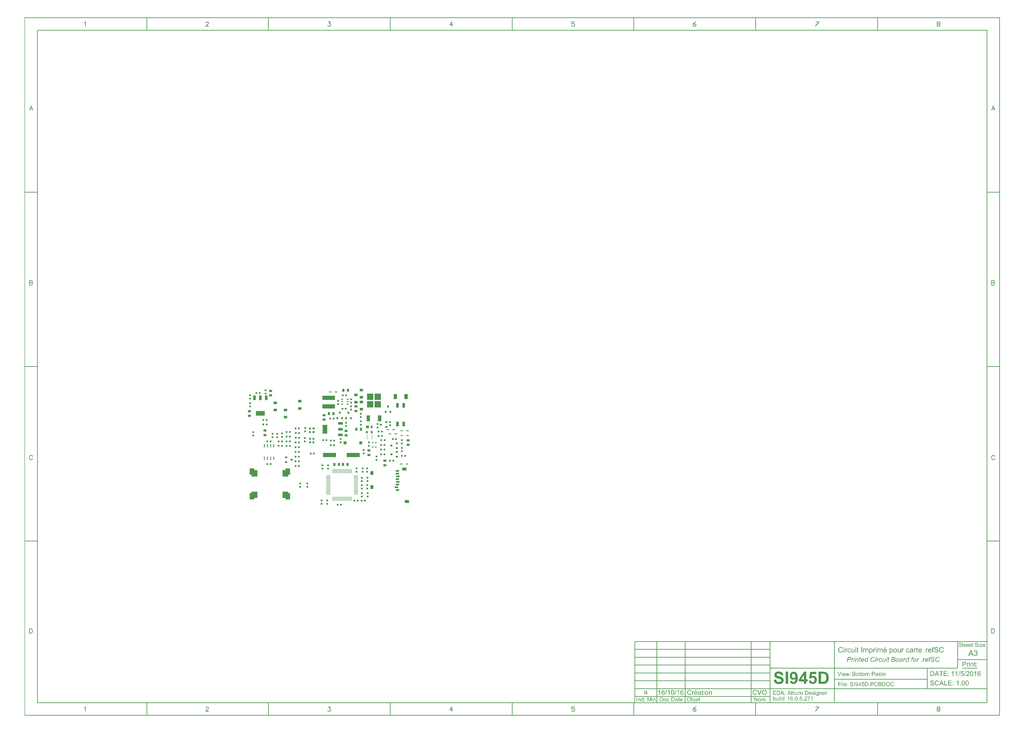
<source format=gbp>
G04 Layer_Color=128*
%FSLAX25Y25*%
%MOIN*%
G70*
G01*
G75*
%ADD16C,0.01000*%
%ADD21C,0.00500*%
%ADD132R,0.05700X0.04100*%
%ADD133R,0.02800X0.03400*%
%ADD134R,0.02600X0.03400*%
%ADD135R,0.02500X0.03000*%
%ADD136R,0.05100X0.03550*%
%ADD137R,0.03550X0.05100*%
%ADD138R,0.05100X0.03700*%
%ADD139R,0.03000X0.02500*%
%ADD140R,0.03700X0.05100*%
%ADD141R,0.04400X0.01800*%
%ADD142R,0.03400X0.02600*%
%ADD143R,0.03400X0.02800*%
%ADD144R,0.07400X0.04400*%
%ADD145R,0.07400X0.14400*%
%ADD146R,0.05500X0.08400*%
%ADD147R,0.04912X0.06487*%
%ADD148R,0.06880X0.04912*%
%ADD149R,0.05306X0.02550*%
%ADD150R,0.20066X0.07074*%
%ADD151R,0.04124X0.07274*%
%ADD152R,0.21000X0.07100*%
%ADD153R,0.07274X0.10030*%
%ADD154R,0.05700X0.09600*%
%ADD155R,0.03800X0.01800*%
%ADD156R,0.04400X0.07400*%
%ADD157R,0.14400X0.07400*%
%ADD158R,0.01800X0.05700*%
%ADD159R,0.04715X0.04321*%
%ADD160R,0.02943X0.04321*%
%ADD161R,0.00975X0.01762*%
%ADD162R,0.01962X0.01962*%
%ADD163R,0.02200X0.01000*%
%ADD164R,0.06900X0.00700*%
%ADD165R,0.00700X0.06900*%
%ADD166R,0.04715X0.04912*%
G36*
X-19625Y169125D02*
X-29625D01*
Y179125D01*
X-19625D01*
Y169125D01*
D02*
G37*
G36*
X-31593D02*
X-41594D01*
Y179125D01*
X-31593D01*
Y169125D01*
D02*
G37*
G36*
X-19625Y157157D02*
X-29625D01*
Y167157D01*
X-19625D01*
Y157157D01*
D02*
G37*
G36*
X-31593D02*
X-41594D01*
Y167157D01*
X-31593D01*
Y157157D01*
D02*
G37*
G36*
X-163864Y49986D02*
X-166516D01*
X-166563Y49982D01*
X-166609Y49971D01*
X-166653Y49953D01*
X-166693Y49929D01*
X-166729Y49898D01*
X-166759Y49862D01*
X-166784Y49822D01*
X-166802Y49778D01*
X-166813Y49732D01*
X-166817Y49685D01*
Y47230D01*
X-176057D01*
Y57258D01*
X-171437D01*
X-171390Y57262D01*
X-171344Y57273D01*
X-171300Y57291D01*
X-171260Y57316D01*
X-171224Y57346D01*
X-171194Y57382D01*
X-171169Y57423D01*
X-171151Y57466D01*
X-171140Y57512D01*
X-171136Y57559D01*
Y60014D01*
X-163864D01*
Y49986D01*
D02*
G37*
G36*
X-220951Y57559D02*
X-220947Y57512D01*
X-220936Y57466D01*
X-220918Y57423D01*
X-220893Y57382D01*
X-220863Y57346D01*
X-220827Y57316D01*
X-220786Y57291D01*
X-220743Y57273D01*
X-220697Y57262D01*
X-220650Y57258D01*
X-216029D01*
Y47230D01*
X-225270D01*
Y49685D01*
X-225274Y49732D01*
X-225285Y49778D01*
X-225303Y49822D01*
X-225327Y49862D01*
X-225358Y49898D01*
X-225394Y49929D01*
X-225434Y49953D01*
X-225478Y49971D01*
X-225524Y49982D01*
X-225571Y49986D01*
X-228223D01*
Y60014D01*
X-220951D01*
Y57559D01*
D02*
G37*
G36*
X-166817Y20945D02*
X-166813Y20898D01*
X-166802Y20852D01*
X-166784Y20808D01*
X-166759Y20768D01*
X-166729Y20732D01*
X-166693Y20701D01*
X-166653Y20677D01*
X-166609Y20659D01*
X-166563Y20648D01*
X-166516Y20644D01*
X-163864D01*
Y10616D01*
X-171136D01*
Y12677D01*
X-171140Y12724D01*
X-171151Y12770D01*
X-171169Y12814D01*
X-171194Y12854D01*
X-171224Y12890D01*
X-171260Y12921D01*
X-171300Y12945D01*
X-171344Y12963D01*
X-171390Y12974D01*
X-171437Y12978D01*
X-176057D01*
Y23006D01*
X-166817D01*
Y20945D01*
D02*
G37*
G36*
X-216029Y12978D02*
X-220650D01*
X-220697Y12974D01*
X-220743Y12963D01*
X-220786Y12945D01*
X-220827Y12921D01*
X-220863Y12890D01*
X-220893Y12854D01*
X-220918Y12814D01*
X-220936Y12770D01*
X-220947Y12724D01*
X-220951Y12677D01*
Y10616D01*
X-228223D01*
Y20644D01*
X-225571D01*
X-225524Y20648D01*
X-225478Y20659D01*
X-225434Y20677D01*
X-225394Y20701D01*
X-225358Y20732D01*
X-225327Y20768D01*
X-225303Y20808D01*
X-225285Y20852D01*
X-225274Y20898D01*
X-225270Y20945D01*
Y23006D01*
X-216029D01*
Y12978D01*
D02*
G37*
G36*
X931837Y-218386D02*
X931046D01*
Y-217488D01*
X931837D01*
Y-218386D01*
D02*
G37*
G36*
X927562Y-217390D02*
X927630D01*
X927796Y-217410D01*
X927991Y-217439D01*
X928206Y-217478D01*
X928421Y-217536D01*
X928626Y-217615D01*
X928636D01*
X928645Y-217624D01*
X928675Y-217634D01*
X928714Y-217654D01*
X928811Y-217712D01*
X928938Y-217780D01*
X929075Y-217878D01*
X929211Y-217995D01*
X929348Y-218132D01*
X929465Y-218288D01*
X929475Y-218307D01*
X929514Y-218366D01*
X929563Y-218464D01*
X929611Y-218581D01*
X929670Y-218727D01*
X929729Y-218903D01*
X929768Y-219088D01*
X929787Y-219293D01*
X928977Y-219352D01*
Y-219342D01*
Y-219323D01*
X928967Y-219293D01*
X928958Y-219254D01*
X928938Y-219147D01*
X928899Y-219010D01*
X928841Y-218864D01*
X928762Y-218717D01*
X928655Y-218571D01*
X928528Y-218444D01*
X928509Y-218434D01*
X928460Y-218395D01*
X928372Y-218347D01*
X928255Y-218288D01*
X928099Y-218229D01*
X927903Y-218181D01*
X927679Y-218142D01*
X927415Y-218132D01*
X927289D01*
X927230Y-218142D01*
X927152D01*
X926986Y-218171D01*
X926801Y-218200D01*
X926615Y-218249D01*
X926439Y-218317D01*
X926361Y-218366D01*
X926293Y-218415D01*
X926283Y-218425D01*
X926244Y-218464D01*
X926186Y-218522D01*
X926127Y-218610D01*
X926059Y-218708D01*
X926010Y-218825D01*
X925971Y-218952D01*
X925951Y-219098D01*
Y-219118D01*
Y-219157D01*
X925961Y-219225D01*
X925981Y-219303D01*
X926010Y-219391D01*
X926059Y-219489D01*
X926117Y-219576D01*
X926196Y-219664D01*
X926205Y-219674D01*
X926254Y-219703D01*
X926283Y-219723D01*
X926322Y-219752D01*
X926381Y-219772D01*
X926449Y-219801D01*
X926527Y-219840D01*
X926615Y-219879D01*
X926713Y-219908D01*
X926830Y-219947D01*
X926966Y-219996D01*
X927113Y-220035D01*
X927279Y-220074D01*
X927464Y-220123D01*
X927474D01*
X927513Y-220133D01*
X927562Y-220142D01*
X927630Y-220162D01*
X927718Y-220181D01*
X927816Y-220211D01*
X928030Y-220259D01*
X928265Y-220328D01*
X928499Y-220396D01*
X928616Y-220425D01*
X928714Y-220464D01*
X928811Y-220503D01*
X928889Y-220533D01*
X928899D01*
X928918Y-220543D01*
X928938Y-220562D01*
X928977Y-220582D01*
X929075Y-220640D01*
X929202Y-220708D01*
X929338Y-220806D01*
X929475Y-220923D01*
X929602Y-221050D01*
X929709Y-221187D01*
X929719Y-221206D01*
X929748Y-221255D01*
X929797Y-221333D01*
X929846Y-221450D01*
X929895Y-221577D01*
X929943Y-221733D01*
X929973Y-221909D01*
X929982Y-222094D01*
Y-222104D01*
Y-222114D01*
Y-222143D01*
Y-222182D01*
X929963Y-222280D01*
X929943Y-222407D01*
X929914Y-222553D01*
X929856Y-222719D01*
X929787Y-222895D01*
X929690Y-223061D01*
X929680Y-223080D01*
X929631Y-223139D01*
X929572Y-223217D01*
X929475Y-223314D01*
X929358Y-223431D01*
X929211Y-223549D01*
X929036Y-223656D01*
X928841Y-223763D01*
X928831D01*
X928811Y-223773D01*
X928782Y-223783D01*
X928743Y-223802D01*
X928694Y-223822D01*
X928636Y-223841D01*
X928479Y-223881D01*
X928304Y-223929D01*
X928089Y-223968D01*
X927864Y-223998D01*
X927611Y-224007D01*
X927464D01*
X927396Y-223998D01*
X927308D01*
X927211Y-223988D01*
X927103Y-223978D01*
X926879Y-223949D01*
X926635Y-223900D01*
X926391Y-223841D01*
X926157Y-223763D01*
X926147D01*
X926127Y-223754D01*
X926098Y-223734D01*
X926059Y-223715D01*
X925951Y-223656D01*
X925825Y-223568D01*
X925668Y-223461D01*
X925522Y-223334D01*
X925366Y-223178D01*
X925229Y-223002D01*
Y-222992D01*
X925220Y-222983D01*
X925200Y-222953D01*
X925181Y-222914D01*
X925151Y-222865D01*
X925122Y-222807D01*
X925063Y-222660D01*
X925005Y-222495D01*
X924946Y-222290D01*
X924907Y-222075D01*
X924888Y-221841D01*
X925688Y-221772D01*
Y-221782D01*
Y-221792D01*
X925698Y-221850D01*
X925717Y-221938D01*
X925737Y-222055D01*
X925776Y-222182D01*
X925815Y-222319D01*
X925873Y-222446D01*
X925942Y-222573D01*
X925951Y-222582D01*
X925981Y-222621D01*
X926030Y-222680D01*
X926108Y-222748D01*
X926196Y-222826D01*
X926303Y-222914D01*
X926439Y-222992D01*
X926586Y-223070D01*
X926596D01*
X926605Y-223080D01*
X926664Y-223100D01*
X926752Y-223129D01*
X926879Y-223158D01*
X927015Y-223197D01*
X927191Y-223227D01*
X927376Y-223246D01*
X927572Y-223256D01*
X927650D01*
X927747Y-223246D01*
X927855Y-223236D01*
X927991Y-223227D01*
X928128Y-223197D01*
X928274Y-223168D01*
X928421Y-223119D01*
X928440Y-223109D01*
X928479Y-223090D01*
X928548Y-223061D01*
X928626Y-223012D01*
X928723Y-222953D01*
X928811Y-222885D01*
X928899Y-222807D01*
X928977Y-222719D01*
X928987Y-222709D01*
X929006Y-222670D01*
X929036Y-222621D01*
X929075Y-222553D01*
X929104Y-222475D01*
X929133Y-222377D01*
X929153Y-222280D01*
X929163Y-222172D01*
Y-222163D01*
Y-222124D01*
X929153Y-222065D01*
X929143Y-221997D01*
X929123Y-221909D01*
X929084Y-221821D01*
X929045Y-221733D01*
X928987Y-221645D01*
X928977Y-221636D01*
X928958Y-221606D01*
X928909Y-221567D01*
X928850Y-221509D01*
X928772Y-221450D01*
X928675Y-221392D01*
X928548Y-221323D01*
X928411Y-221265D01*
X928401Y-221255D01*
X928362Y-221245D01*
X928284Y-221226D01*
X928235Y-221206D01*
X928177Y-221187D01*
X928099Y-221167D01*
X928021Y-221148D01*
X927923Y-221118D01*
X927825Y-221089D01*
X927708Y-221060D01*
X927572Y-221031D01*
X927425Y-220991D01*
X927269Y-220953D01*
X927259D01*
X927230Y-220943D01*
X927181Y-220933D01*
X927123Y-220913D01*
X927054Y-220894D01*
X926976Y-220874D01*
X926791Y-220826D01*
X926586Y-220757D01*
X926381Y-220689D01*
X926196Y-220621D01*
X926108Y-220591D01*
X926039Y-220552D01*
X926030D01*
X926020Y-220543D01*
X925961Y-220503D01*
X925883Y-220455D01*
X925786Y-220386D01*
X925668Y-220299D01*
X925561Y-220201D01*
X925454Y-220084D01*
X925356Y-219957D01*
X925346Y-219937D01*
X925317Y-219889D01*
X925288Y-219820D01*
X925249Y-219723D01*
X925200Y-219606D01*
X925171Y-219469D01*
X925141Y-219313D01*
X925132Y-219157D01*
Y-219147D01*
Y-219137D01*
Y-219108D01*
Y-219069D01*
X925151Y-218981D01*
X925171Y-218864D01*
X925200Y-218717D01*
X925249Y-218571D01*
X925317Y-218405D01*
X925405Y-218249D01*
Y-218239D01*
X925415Y-218229D01*
X925454Y-218181D01*
X925522Y-218103D01*
X925610Y-218005D01*
X925717Y-217907D01*
X925854Y-217800D01*
X926020Y-217693D01*
X926205Y-217605D01*
X926215D01*
X926225Y-217595D01*
X926254Y-217585D01*
X926303Y-217566D01*
X926352Y-217556D01*
X926410Y-217536D01*
X926547Y-217488D01*
X926723Y-217449D01*
X926918Y-217419D01*
X927142Y-217390D01*
X927376Y-217380D01*
X927494D01*
X927562Y-217390D01*
D02*
G37*
G36*
X901678D02*
X901747D01*
X901913Y-217410D01*
X902108Y-217439D01*
X902322Y-217478D01*
X902537Y-217536D01*
X902742Y-217615D01*
X902752D01*
X902762Y-217624D01*
X902791Y-217634D01*
X902830Y-217654D01*
X902928Y-217712D01*
X903055Y-217780D01*
X903191Y-217878D01*
X903328Y-217995D01*
X903465Y-218132D01*
X903582Y-218288D01*
X903591Y-218307D01*
X903630Y-218366D01*
X903679Y-218464D01*
X903728Y-218581D01*
X903786Y-218727D01*
X903845Y-218903D01*
X903884Y-219088D01*
X903904Y-219293D01*
X903094Y-219352D01*
Y-219342D01*
Y-219323D01*
X903084Y-219293D01*
X903074Y-219254D01*
X903055Y-219147D01*
X903016Y-219010D01*
X902957Y-218864D01*
X902879Y-218717D01*
X902771Y-218571D01*
X902645Y-218444D01*
X902625Y-218434D01*
X902576Y-218395D01*
X902489Y-218347D01*
X902371Y-218288D01*
X902215Y-218229D01*
X902020Y-218181D01*
X901795Y-218142D01*
X901532Y-218132D01*
X901405D01*
X901346Y-218142D01*
X901268D01*
X901103Y-218171D01*
X900917Y-218200D01*
X900732Y-218249D01*
X900556Y-218317D01*
X900478Y-218366D01*
X900410Y-218415D01*
X900400Y-218425D01*
X900361Y-218464D01*
X900302Y-218522D01*
X900244Y-218610D01*
X900175Y-218708D01*
X900126Y-218825D01*
X900088Y-218952D01*
X900068Y-219098D01*
Y-219118D01*
Y-219157D01*
X900078Y-219225D01*
X900097Y-219303D01*
X900126Y-219391D01*
X900175Y-219489D01*
X900234Y-219576D01*
X900312Y-219664D01*
X900322Y-219674D01*
X900371Y-219703D01*
X900400Y-219723D01*
X900439Y-219752D01*
X900497Y-219772D01*
X900566Y-219801D01*
X900644Y-219840D01*
X900732Y-219879D01*
X900829Y-219908D01*
X900946Y-219947D01*
X901083Y-219996D01*
X901229Y-220035D01*
X901395Y-220074D01*
X901581Y-220123D01*
X901591D01*
X901630Y-220133D01*
X901678Y-220142D01*
X901747Y-220162D01*
X901834Y-220181D01*
X901932Y-220211D01*
X902147Y-220259D01*
X902381Y-220328D01*
X902615Y-220396D01*
X902732Y-220425D01*
X902830Y-220464D01*
X902928Y-220503D01*
X903006Y-220533D01*
X903016D01*
X903035Y-220543D01*
X903055Y-220562D01*
X903094Y-220582D01*
X903191Y-220640D01*
X903318Y-220708D01*
X903455Y-220806D01*
X903591Y-220923D01*
X903718Y-221050D01*
X903826Y-221187D01*
X903835Y-221206D01*
X903865Y-221255D01*
X903913Y-221333D01*
X903962Y-221450D01*
X904011Y-221577D01*
X904060Y-221733D01*
X904089Y-221909D01*
X904099Y-222094D01*
Y-222104D01*
Y-222114D01*
Y-222143D01*
Y-222182D01*
X904079Y-222280D01*
X904060Y-222407D01*
X904031Y-222553D01*
X903972Y-222719D01*
X903904Y-222895D01*
X903806Y-223061D01*
X903796Y-223080D01*
X903747Y-223139D01*
X903689Y-223217D01*
X903591Y-223314D01*
X903474Y-223431D01*
X903328Y-223549D01*
X903152Y-223656D01*
X902957Y-223763D01*
X902947D01*
X902928Y-223773D01*
X902898Y-223783D01*
X902859Y-223802D01*
X902810Y-223822D01*
X902752Y-223841D01*
X902596Y-223881D01*
X902420Y-223929D01*
X902205Y-223968D01*
X901981Y-223998D01*
X901727Y-224007D01*
X901581D01*
X901512Y-223998D01*
X901425D01*
X901327Y-223988D01*
X901220Y-223978D01*
X900995Y-223949D01*
X900751Y-223900D01*
X900507Y-223841D01*
X900273Y-223763D01*
X900263D01*
X900244Y-223754D01*
X900214Y-223734D01*
X900175Y-223715D01*
X900068Y-223656D01*
X899941Y-223568D01*
X899785Y-223461D01*
X899638Y-223334D01*
X899482Y-223178D01*
X899346Y-223002D01*
Y-222992D01*
X899336Y-222983D01*
X899317Y-222953D01*
X899297Y-222914D01*
X899268Y-222865D01*
X899238Y-222807D01*
X899180Y-222660D01*
X899121Y-222495D01*
X899063Y-222290D01*
X899024Y-222075D01*
X899004Y-221841D01*
X899804Y-221772D01*
Y-221782D01*
Y-221792D01*
X899814Y-221850D01*
X899834Y-221938D01*
X899853Y-222055D01*
X899892Y-222182D01*
X899931Y-222319D01*
X899990Y-222446D01*
X900058Y-222573D01*
X900068Y-222582D01*
X900097Y-222621D01*
X900146Y-222680D01*
X900224Y-222748D01*
X900312Y-222826D01*
X900419Y-222914D01*
X900556Y-222992D01*
X900702Y-223070D01*
X900712D01*
X900722Y-223080D01*
X900780Y-223100D01*
X900868Y-223129D01*
X900995Y-223158D01*
X901132Y-223197D01*
X901307Y-223227D01*
X901493Y-223246D01*
X901688Y-223256D01*
X901766D01*
X901864Y-223246D01*
X901971Y-223236D01*
X902108Y-223227D01*
X902244Y-223197D01*
X902391Y-223168D01*
X902537Y-223119D01*
X902557Y-223109D01*
X902596Y-223090D01*
X902664Y-223061D01*
X902742Y-223012D01*
X902840Y-222953D01*
X902928Y-222885D01*
X903016Y-222807D01*
X903094Y-222719D01*
X903103Y-222709D01*
X903123Y-222670D01*
X903152Y-222621D01*
X903191Y-222553D01*
X903220Y-222475D01*
X903250Y-222377D01*
X903269Y-222280D01*
X903279Y-222172D01*
Y-222163D01*
Y-222124D01*
X903269Y-222065D01*
X903259Y-221997D01*
X903240Y-221909D01*
X903201Y-221821D01*
X903162Y-221733D01*
X903103Y-221645D01*
X903094Y-221636D01*
X903074Y-221606D01*
X903025Y-221567D01*
X902967Y-221509D01*
X902889Y-221450D01*
X902791Y-221392D01*
X902664Y-221323D01*
X902528Y-221265D01*
X902518Y-221255D01*
X902479Y-221245D01*
X902401Y-221226D01*
X902352Y-221206D01*
X902293Y-221187D01*
X902215Y-221167D01*
X902137Y-221148D01*
X902040Y-221118D01*
X901942Y-221089D01*
X901825Y-221060D01*
X901688Y-221031D01*
X901542Y-220991D01*
X901386Y-220953D01*
X901376D01*
X901346Y-220943D01*
X901298Y-220933D01*
X901239Y-220913D01*
X901171Y-220894D01*
X901093Y-220874D01*
X900907Y-220826D01*
X900702Y-220757D01*
X900497Y-220689D01*
X900312Y-220621D01*
X900224Y-220591D01*
X900156Y-220552D01*
X900146D01*
X900136Y-220543D01*
X900078Y-220503D01*
X900000Y-220455D01*
X899902Y-220386D01*
X899785Y-220299D01*
X899678Y-220201D01*
X899570Y-220084D01*
X899473Y-219957D01*
X899463Y-219937D01*
X899434Y-219889D01*
X899404Y-219820D01*
X899365Y-219723D01*
X899317Y-219606D01*
X899287Y-219469D01*
X899258Y-219313D01*
X899248Y-219157D01*
Y-219147D01*
Y-219137D01*
Y-219108D01*
Y-219069D01*
X899268Y-218981D01*
X899287Y-218864D01*
X899317Y-218717D01*
X899365Y-218571D01*
X899434Y-218405D01*
X899521Y-218249D01*
Y-218239D01*
X899531Y-218229D01*
X899570Y-218181D01*
X899638Y-218103D01*
X899726Y-218005D01*
X899834Y-217907D01*
X899970Y-217800D01*
X900136Y-217693D01*
X900322Y-217605D01*
X900331D01*
X900341Y-217595D01*
X900371Y-217585D01*
X900419Y-217566D01*
X900468Y-217556D01*
X900527Y-217536D01*
X900663Y-217488D01*
X900839Y-217449D01*
X901034Y-217419D01*
X901259Y-217390D01*
X901493Y-217380D01*
X901610D01*
X901678Y-217390D01*
D02*
G37*
G36*
X936580Y-219772D02*
X934062Y-222729D01*
X933574Y-223275D01*
X933623D01*
X933662Y-223266D01*
X933769Y-223256D01*
X933896Y-223246D01*
X934052D01*
X934218Y-223236D01*
X934570Y-223227D01*
X936717D01*
Y-223900D01*
X932608D01*
Y-223266D01*
X935565Y-219859D01*
X935477D01*
X935389Y-219869D01*
X935262D01*
X935126Y-219879D01*
X934980D01*
X934823Y-219889D01*
X932784D01*
Y-219254D01*
X936580D01*
Y-219772D01*
D02*
G37*
G36*
X931837Y-223900D02*
X931046D01*
Y-219254D01*
X931837D01*
Y-223900D01*
D02*
G37*
G36*
X905943Y-219781D02*
X905953Y-219772D01*
X905973Y-219752D01*
X906002Y-219723D01*
X906041Y-219684D01*
X906100Y-219635D01*
X906158Y-219576D01*
X906236Y-219528D01*
X906324Y-219459D01*
X906422Y-219401D01*
X906519Y-219352D01*
X906763Y-219245D01*
X906890Y-219205D01*
X907027Y-219176D01*
X907173Y-219157D01*
X907329Y-219147D01*
X907417D01*
X907515Y-219157D01*
X907632Y-219176D01*
X907769Y-219196D01*
X907915Y-219235D01*
X908071Y-219284D01*
X908218Y-219352D01*
X908237Y-219362D01*
X908276Y-219391D01*
X908344Y-219440D01*
X908432Y-219498D01*
X908520Y-219576D01*
X908608Y-219674D01*
X908696Y-219791D01*
X908764Y-219918D01*
X908774Y-219937D01*
X908793Y-219986D01*
X908813Y-220064D01*
X908852Y-220181D01*
X908881Y-220328D01*
X908901Y-220513D01*
X908920Y-220718D01*
X908930Y-220962D01*
Y-223900D01*
X908140D01*
Y-220953D01*
Y-220943D01*
Y-220923D01*
Y-220894D01*
Y-220855D01*
X908130Y-220757D01*
X908110Y-220621D01*
X908071Y-220484D01*
X908032Y-220347D01*
X907964Y-220211D01*
X907876Y-220094D01*
X907866Y-220084D01*
X907827Y-220055D01*
X907769Y-220006D01*
X907691Y-219957D01*
X907593Y-219908D01*
X907466Y-219859D01*
X907329Y-219830D01*
X907164Y-219820D01*
X907105D01*
X907037Y-219830D01*
X906949Y-219840D01*
X906851Y-219869D01*
X906734Y-219898D01*
X906617Y-219947D01*
X906500Y-220006D01*
X906490Y-220016D01*
X906451Y-220035D01*
X906402Y-220084D01*
X906334Y-220133D01*
X906266Y-220211D01*
X906188Y-220289D01*
X906129Y-220396D01*
X906070Y-220503D01*
X906061Y-220513D01*
X906051Y-220562D01*
X906031Y-220630D01*
X906012Y-220728D01*
X905982Y-220855D01*
X905963Y-221001D01*
X905953Y-221167D01*
X905943Y-221362D01*
Y-223900D01*
X905153D01*
Y-217488D01*
X905943D01*
Y-219781D01*
D02*
G37*
G36*
X921013Y-219254D02*
X921803D01*
Y-219869D01*
X921013D01*
Y-222592D01*
Y-222602D01*
Y-222641D01*
Y-222699D01*
X921023Y-222768D01*
X921033Y-222914D01*
X921042Y-222973D01*
X921052Y-223022D01*
X921062Y-223041D01*
X921081Y-223080D01*
X921120Y-223129D01*
X921179Y-223178D01*
X921198Y-223187D01*
X921247Y-223197D01*
X921335Y-223217D01*
X921452Y-223227D01*
X921550D01*
X921599Y-223217D01*
X921657D01*
X921803Y-223197D01*
X921911Y-223890D01*
X921891D01*
X921852Y-223900D01*
X921794Y-223910D01*
X921706Y-223920D01*
X921618Y-223939D01*
X921520Y-223949D01*
X921315Y-223959D01*
X921247D01*
X921169Y-223949D01*
X921072Y-223939D01*
X920964Y-223929D01*
X920847Y-223900D01*
X920740Y-223871D01*
X920642Y-223832D01*
X920632Y-223822D01*
X920603Y-223802D01*
X920564Y-223773D01*
X920515Y-223734D01*
X920457Y-223685D01*
X920408Y-223627D01*
X920349Y-223558D01*
X920310Y-223480D01*
Y-223471D01*
X920300Y-223431D01*
X920281Y-223373D01*
X920271Y-223275D01*
X920252Y-223148D01*
X920242Y-223080D01*
X920232Y-222992D01*
Y-222895D01*
X920222Y-222787D01*
Y-222670D01*
Y-222543D01*
Y-219869D01*
X919637D01*
Y-219254D01*
X920222D01*
Y-218112D01*
X921013Y-217634D01*
Y-219254D01*
D02*
G37*
G36*
X939567Y-219157D02*
X939645Y-219166D01*
X939742Y-219176D01*
X939840Y-219196D01*
X939957Y-219225D01*
X940191Y-219303D01*
X940318Y-219352D01*
X940445Y-219420D01*
X940572Y-219489D01*
X940699Y-219576D01*
X940816Y-219674D01*
X940933Y-219791D01*
X940943Y-219801D01*
X940962Y-219820D01*
X940992Y-219859D01*
X941031Y-219908D01*
X941070Y-219976D01*
X941119Y-220055D01*
X941177Y-220142D01*
X941236Y-220250D01*
X941284Y-220377D01*
X941343Y-220503D01*
X941392Y-220650D01*
X941441Y-220816D01*
X941470Y-220982D01*
X941499Y-221167D01*
X941519Y-221362D01*
X941528Y-221577D01*
Y-221587D01*
Y-221626D01*
Y-221694D01*
X941519Y-221782D01*
X938064D01*
Y-221792D01*
Y-221811D01*
X938073Y-221860D01*
Y-221909D01*
X938083Y-221977D01*
X938093Y-222046D01*
X938132Y-222221D01*
X938190Y-222407D01*
X938259Y-222602D01*
X938366Y-222797D01*
X938493Y-222963D01*
X938513Y-222983D01*
X938561Y-223022D01*
X938649Y-223090D01*
X938757Y-223158D01*
X938903Y-223236D01*
X939069Y-223305D01*
X939254Y-223344D01*
X939459Y-223363D01*
X939537D01*
X939616Y-223353D01*
X939713Y-223334D01*
X939830Y-223305D01*
X939957Y-223266D01*
X940084Y-223217D01*
X940201Y-223139D01*
X940211Y-223129D01*
X940250Y-223090D01*
X940308Y-223041D01*
X940377Y-222953D01*
X940455Y-222856D01*
X940533Y-222729D01*
X940611Y-222573D01*
X940689Y-222397D01*
X941499Y-222504D01*
Y-222514D01*
X941489Y-222534D01*
X941480Y-222573D01*
X941460Y-222621D01*
X941441Y-222680D01*
X941411Y-222748D01*
X941333Y-222914D01*
X941236Y-223090D01*
X941119Y-223275D01*
X940962Y-223461D01*
X940787Y-223617D01*
X940777D01*
X940767Y-223637D01*
X940738Y-223656D01*
X940689Y-223675D01*
X940640Y-223705D01*
X940582Y-223744D01*
X940513Y-223773D01*
X940426Y-223812D01*
X940240Y-223881D01*
X940006Y-223949D01*
X939752Y-223988D01*
X939459Y-224007D01*
X939362D01*
X939293Y-223998D01*
X939206Y-223988D01*
X939108Y-223978D01*
X939001Y-223959D01*
X938874Y-223929D01*
X938620Y-223851D01*
X938483Y-223802D01*
X938356Y-223744D01*
X938220Y-223675D01*
X938093Y-223588D01*
X937966Y-223490D01*
X937849Y-223383D01*
X937839Y-223373D01*
X937820Y-223353D01*
X937790Y-223314D01*
X937761Y-223266D01*
X937712Y-223207D01*
X937663Y-223129D01*
X937605Y-223031D01*
X937556Y-222924D01*
X937498Y-222807D01*
X937439Y-222680D01*
X937390Y-222534D01*
X937351Y-222377D01*
X937312Y-222212D01*
X937283Y-222026D01*
X937263Y-221831D01*
X937254Y-221626D01*
Y-221616D01*
Y-221577D01*
Y-221509D01*
X937263Y-221431D01*
X937273Y-221333D01*
X937283Y-221216D01*
X937302Y-221089D01*
X937332Y-220953D01*
X937400Y-220660D01*
X937449Y-220513D01*
X937507Y-220357D01*
X937576Y-220211D01*
X937654Y-220064D01*
X937742Y-219928D01*
X937849Y-219801D01*
X937859Y-219791D01*
X937878Y-219772D01*
X937908Y-219742D01*
X937956Y-219693D01*
X938015Y-219645D01*
X938093Y-219596D01*
X938171Y-219537D01*
X938269Y-219469D01*
X938376Y-219410D01*
X938493Y-219352D01*
X938620Y-219303D01*
X938766Y-219245D01*
X938913Y-219205D01*
X939069Y-219176D01*
X939235Y-219157D01*
X939410Y-219147D01*
X939498D01*
X939567Y-219157D01*
D02*
G37*
G36*
X917167D02*
X917246Y-219166D01*
X917343Y-219176D01*
X917441Y-219196D01*
X917558Y-219225D01*
X917792Y-219303D01*
X917919Y-219352D01*
X918046Y-219420D01*
X918173Y-219489D01*
X918300Y-219576D01*
X918417Y-219674D01*
X918534Y-219791D01*
X918544Y-219801D01*
X918563Y-219820D01*
X918592Y-219859D01*
X918631Y-219908D01*
X918670Y-219976D01*
X918719Y-220055D01*
X918778Y-220142D01*
X918836Y-220250D01*
X918885Y-220377D01*
X918944Y-220503D01*
X918993Y-220650D01*
X919041Y-220816D01*
X919071Y-220982D01*
X919100Y-221167D01*
X919119Y-221362D01*
X919129Y-221577D01*
Y-221587D01*
Y-221626D01*
Y-221694D01*
X919119Y-221782D01*
X915664D01*
Y-221792D01*
Y-221811D01*
X915674Y-221860D01*
Y-221909D01*
X915684Y-221977D01*
X915694Y-222046D01*
X915733Y-222221D01*
X915791Y-222407D01*
X915860Y-222602D01*
X915967Y-222797D01*
X916094Y-222963D01*
X916113Y-222983D01*
X916162Y-223022D01*
X916250Y-223090D01*
X916357Y-223158D01*
X916504Y-223236D01*
X916670Y-223305D01*
X916855Y-223344D01*
X917060Y-223363D01*
X917138D01*
X917216Y-223353D01*
X917314Y-223334D01*
X917431Y-223305D01*
X917558Y-223266D01*
X917685Y-223217D01*
X917802Y-223139D01*
X917812Y-223129D01*
X917851Y-223090D01*
X917909Y-223041D01*
X917978Y-222953D01*
X918056Y-222856D01*
X918134Y-222729D01*
X918212Y-222573D01*
X918290Y-222397D01*
X919100Y-222504D01*
Y-222514D01*
X919090Y-222534D01*
X919081Y-222573D01*
X919061Y-222621D01*
X919041Y-222680D01*
X919012Y-222748D01*
X918934Y-222914D01*
X918836Y-223090D01*
X918719Y-223275D01*
X918563Y-223461D01*
X918388Y-223617D01*
X918378D01*
X918368Y-223637D01*
X918339Y-223656D01*
X918290Y-223675D01*
X918241Y-223705D01*
X918182Y-223744D01*
X918114Y-223773D01*
X918026Y-223812D01*
X917841Y-223881D01*
X917607Y-223949D01*
X917353Y-223988D01*
X917060Y-224007D01*
X916963D01*
X916894Y-223998D01*
X916806Y-223988D01*
X916709Y-223978D01*
X916601Y-223959D01*
X916475Y-223929D01*
X916221Y-223851D01*
X916084Y-223802D01*
X915957Y-223744D01*
X915821Y-223675D01*
X915694Y-223588D01*
X915567Y-223490D01*
X915450Y-223383D01*
X915440Y-223373D01*
X915420Y-223353D01*
X915391Y-223314D01*
X915362Y-223266D01*
X915313Y-223207D01*
X915264Y-223129D01*
X915206Y-223031D01*
X915157Y-222924D01*
X915098Y-222807D01*
X915040Y-222680D01*
X914991Y-222534D01*
X914952Y-222377D01*
X914913Y-222212D01*
X914884Y-222026D01*
X914864Y-221831D01*
X914854Y-221626D01*
Y-221616D01*
Y-221577D01*
Y-221509D01*
X914864Y-221431D01*
X914874Y-221333D01*
X914884Y-221216D01*
X914903Y-221089D01*
X914933Y-220953D01*
X915001Y-220660D01*
X915050Y-220513D01*
X915108Y-220357D01*
X915176Y-220211D01*
X915254Y-220064D01*
X915342Y-219928D01*
X915450Y-219801D01*
X915460Y-219791D01*
X915479Y-219772D01*
X915508Y-219742D01*
X915557Y-219693D01*
X915616Y-219645D01*
X915694Y-219596D01*
X915772Y-219537D01*
X915869Y-219469D01*
X915977Y-219410D01*
X916094Y-219352D01*
X916221Y-219303D01*
X916367Y-219245D01*
X916514Y-219205D01*
X916670Y-219176D01*
X916836Y-219157D01*
X917011Y-219147D01*
X917099D01*
X917167Y-219157D01*
D02*
G37*
G36*
X912190D02*
X912268Y-219166D01*
X912366Y-219176D01*
X912463Y-219196D01*
X912580Y-219225D01*
X912815Y-219303D01*
X912941Y-219352D01*
X913068Y-219420D01*
X913195Y-219489D01*
X913322Y-219576D01*
X913439Y-219674D01*
X913556Y-219791D01*
X913566Y-219801D01*
X913586Y-219820D01*
X913615Y-219859D01*
X913654Y-219908D01*
X913693Y-219976D01*
X913742Y-220055D01*
X913800Y-220142D01*
X913859Y-220250D01*
X913908Y-220377D01*
X913966Y-220503D01*
X914015Y-220650D01*
X914064Y-220816D01*
X914093Y-220982D01*
X914122Y-221167D01*
X914142Y-221362D01*
X914152Y-221577D01*
Y-221587D01*
Y-221626D01*
Y-221694D01*
X914142Y-221782D01*
X910687D01*
Y-221792D01*
Y-221811D01*
X910697Y-221860D01*
Y-221909D01*
X910706Y-221977D01*
X910716Y-222046D01*
X910755Y-222221D01*
X910814Y-222407D01*
X910882Y-222602D01*
X910989Y-222797D01*
X911116Y-222963D01*
X911136Y-222983D01*
X911185Y-223022D01*
X911273Y-223090D01*
X911380Y-223158D01*
X911526Y-223236D01*
X911692Y-223305D01*
X911878Y-223344D01*
X912082Y-223363D01*
X912161D01*
X912239Y-223353D01*
X912336Y-223334D01*
X912453Y-223305D01*
X912580Y-223266D01*
X912707Y-223217D01*
X912824Y-223139D01*
X912834Y-223129D01*
X912873Y-223090D01*
X912932Y-223041D01*
X913000Y-222953D01*
X913078Y-222856D01*
X913156Y-222729D01*
X913234Y-222573D01*
X913312Y-222397D01*
X914122Y-222504D01*
Y-222514D01*
X914113Y-222534D01*
X914103Y-222573D01*
X914083Y-222621D01*
X914064Y-222680D01*
X914034Y-222748D01*
X913957Y-222914D01*
X913859Y-223090D01*
X913742Y-223275D01*
X913586Y-223461D01*
X913410Y-223617D01*
X913400D01*
X913390Y-223637D01*
X913361Y-223656D01*
X913312Y-223675D01*
X913264Y-223705D01*
X913205Y-223744D01*
X913137Y-223773D01*
X913049Y-223812D01*
X912863Y-223881D01*
X912629Y-223949D01*
X912375Y-223988D01*
X912082Y-224007D01*
X911985D01*
X911917Y-223998D01*
X911829Y-223988D01*
X911731Y-223978D01*
X911624Y-223959D01*
X911497Y-223929D01*
X911243Y-223851D01*
X911106Y-223802D01*
X910980Y-223744D01*
X910843Y-223675D01*
X910716Y-223588D01*
X910589Y-223490D01*
X910472Y-223383D01*
X910462Y-223373D01*
X910443Y-223353D01*
X910414Y-223314D01*
X910384Y-223266D01*
X910336Y-223207D01*
X910287Y-223129D01*
X910228Y-223031D01*
X910179Y-222924D01*
X910121Y-222807D01*
X910062Y-222680D01*
X910013Y-222534D01*
X909974Y-222377D01*
X909935Y-222212D01*
X909906Y-222026D01*
X909886Y-221831D01*
X909877Y-221626D01*
Y-221616D01*
Y-221577D01*
Y-221509D01*
X909886Y-221431D01*
X909896Y-221333D01*
X909906Y-221216D01*
X909926Y-221089D01*
X909955Y-220953D01*
X910023Y-220660D01*
X910072Y-220513D01*
X910131Y-220357D01*
X910199Y-220211D01*
X910277Y-220064D01*
X910365Y-219928D01*
X910472Y-219801D01*
X910482Y-219791D01*
X910501Y-219772D01*
X910531Y-219742D01*
X910579Y-219693D01*
X910638Y-219645D01*
X910716Y-219596D01*
X910794Y-219537D01*
X910892Y-219469D01*
X910999Y-219410D01*
X911116Y-219352D01*
X911243Y-219303D01*
X911390Y-219245D01*
X911536Y-219205D01*
X911692Y-219176D01*
X911858Y-219157D01*
X912034Y-219147D01*
X912122D01*
X912190Y-219157D01*
D02*
G37*
G36*
X859486Y-224186D02*
X859626Y-224199D01*
X859791Y-224224D01*
X859968Y-224249D01*
X860159Y-224287D01*
X860006Y-225176D01*
X859993D01*
X859956Y-225163D01*
X859892Y-225150D01*
X859816Y-225137D01*
X859714D01*
X859613Y-225125D01*
X859397Y-225112D01*
X859321D01*
X859245Y-225125D01*
X859143Y-225137D01*
X859042Y-225163D01*
X858928Y-225201D01*
X858826Y-225252D01*
X858737Y-225315D01*
X858724Y-225328D01*
X858712Y-225353D01*
X858674Y-225404D01*
X858648Y-225480D01*
X858610Y-225582D01*
X858572Y-225721D01*
X858560Y-225873D01*
X858547Y-226064D01*
Y-226610D01*
X859727D01*
Y-227409D01*
X858560D01*
Y-232650D01*
X857532D01*
Y-227409D01*
X856631D01*
Y-226610D01*
X857532D01*
Y-225975D01*
Y-225962D01*
Y-225950D01*
Y-225873D01*
X857544Y-225772D01*
Y-225632D01*
X857557Y-225493D01*
X857582Y-225341D01*
X857608Y-225201D01*
X857646Y-225074D01*
X857659Y-225061D01*
X857671Y-225011D01*
X857709Y-224935D01*
X857760Y-224846D01*
X857836Y-224731D01*
X857925Y-224630D01*
X858027Y-224528D01*
X858154Y-224427D01*
X858166Y-224414D01*
X858230Y-224389D01*
X858306Y-224351D01*
X858433Y-224300D01*
X858572Y-224249D01*
X858763Y-224211D01*
X858966Y-224186D01*
X859207Y-224173D01*
X859372D01*
X859486Y-224186D01*
D02*
G37*
G36*
X768463Y-225480D02*
X767435D01*
Y-224313D01*
X768463D01*
Y-225480D01*
D02*
G37*
G36*
X736129D02*
X735101D01*
Y-224313D01*
X736129D01*
Y-225480D01*
D02*
G37*
G36*
X717373D02*
X716345D01*
Y-224313D01*
X717373D01*
Y-225480D01*
D02*
G37*
G36*
X782194Y-225861D02*
X781343D01*
X782105Y-224275D01*
X783450D01*
X782194Y-225861D01*
D02*
G37*
G36*
X863775Y-224186D02*
X863864D01*
X864080Y-224211D01*
X864334Y-224249D01*
X864613Y-224300D01*
X864892Y-224376D01*
X865158Y-224478D01*
X865171D01*
X865184Y-224490D01*
X865222Y-224503D01*
X865273Y-224528D01*
X865399Y-224605D01*
X865564Y-224693D01*
X865742Y-224820D01*
X865920Y-224973D01*
X866097Y-225150D01*
X866250Y-225353D01*
X866262Y-225379D01*
X866313Y-225455D01*
X866377Y-225582D01*
X866440Y-225734D01*
X866516Y-225924D01*
X866592Y-226153D01*
X866643Y-226394D01*
X866669Y-226660D01*
X865615Y-226736D01*
Y-226724D01*
Y-226698D01*
X865602Y-226660D01*
X865590Y-226610D01*
X865564Y-226470D01*
X865514Y-226292D01*
X865438Y-226102D01*
X865336Y-225912D01*
X865196Y-225721D01*
X865032Y-225556D01*
X865006Y-225544D01*
X864943Y-225493D01*
X864828Y-225429D01*
X864676Y-225353D01*
X864473Y-225277D01*
X864219Y-225214D01*
X863927Y-225163D01*
X863585Y-225150D01*
X863420D01*
X863344Y-225163D01*
X863242D01*
X863026Y-225201D01*
X862785Y-225239D01*
X862544Y-225303D01*
X862316Y-225391D01*
X862214Y-225455D01*
X862125Y-225518D01*
X862113Y-225531D01*
X862062Y-225582D01*
X861986Y-225658D01*
X861910Y-225772D01*
X861821Y-225899D01*
X861757Y-226051D01*
X861707Y-226216D01*
X861681Y-226407D01*
Y-226432D01*
Y-226483D01*
X861694Y-226571D01*
X861719Y-226673D01*
X861757Y-226787D01*
X861821Y-226914D01*
X861897Y-227028D01*
X861999Y-227143D01*
X862011Y-227155D01*
X862075Y-227193D01*
X862113Y-227219D01*
X862164Y-227257D01*
X862240Y-227282D01*
X862329Y-227320D01*
X862430Y-227371D01*
X862544Y-227422D01*
X862671Y-227460D01*
X862823Y-227511D01*
X863001Y-227574D01*
X863191Y-227625D01*
X863407Y-227676D01*
X863648Y-227739D01*
X863661D01*
X863712Y-227752D01*
X863775Y-227764D01*
X863864Y-227790D01*
X863978Y-227815D01*
X864105Y-227853D01*
X864384Y-227917D01*
X864689Y-228006D01*
X864993Y-228094D01*
X865146Y-228132D01*
X865273Y-228183D01*
X865399Y-228234D01*
X865501Y-228272D01*
X865514D01*
X865539Y-228285D01*
X865564Y-228310D01*
X865615Y-228335D01*
X865742Y-228412D01*
X865907Y-228500D01*
X866085Y-228627D01*
X866262Y-228780D01*
X866427Y-228944D01*
X866567Y-229122D01*
X866580Y-229148D01*
X866618Y-229211D01*
X866681Y-229312D01*
X866745Y-229465D01*
X866808Y-229630D01*
X866871Y-229833D01*
X866910Y-230061D01*
X866922Y-230302D01*
Y-230315D01*
Y-230328D01*
Y-230366D01*
Y-230417D01*
X866897Y-230543D01*
X866871Y-230708D01*
X866833Y-230899D01*
X866757Y-231115D01*
X866669Y-231343D01*
X866542Y-231559D01*
X866529Y-231584D01*
X866465Y-231660D01*
X866389Y-231762D01*
X866262Y-231889D01*
X866110Y-232041D01*
X865920Y-232193D01*
X865691Y-232333D01*
X865438Y-232472D01*
X865425D01*
X865399Y-232485D01*
X865361Y-232498D01*
X865311Y-232523D01*
X865247Y-232548D01*
X865171Y-232574D01*
X864968Y-232625D01*
X864740Y-232688D01*
X864460Y-232739D01*
X864168Y-232777D01*
X863839Y-232790D01*
X863648D01*
X863559Y-232777D01*
X863445D01*
X863318Y-232764D01*
X863179Y-232751D01*
X862887Y-232714D01*
X862570Y-232650D01*
X862252Y-232574D01*
X861948Y-232472D01*
X861935D01*
X861910Y-232460D01*
X861872Y-232434D01*
X861821Y-232409D01*
X861681Y-232333D01*
X861516Y-232219D01*
X861313Y-232079D01*
X861123Y-231914D01*
X860920Y-231711D01*
X860742Y-231483D01*
Y-231470D01*
X860730Y-231457D01*
X860704Y-231419D01*
X860679Y-231368D01*
X860641Y-231305D01*
X860603Y-231229D01*
X860526Y-231038D01*
X860450Y-230823D01*
X860374Y-230556D01*
X860324Y-230277D01*
X860298Y-229972D01*
X861339Y-229884D01*
Y-229896D01*
Y-229909D01*
X861351Y-229985D01*
X861377Y-230099D01*
X861402Y-230252D01*
X861453Y-230417D01*
X861504Y-230594D01*
X861580Y-230759D01*
X861669Y-230924D01*
X861681Y-230937D01*
X861719Y-230988D01*
X861783Y-231064D01*
X861884Y-231153D01*
X861999Y-231254D01*
X862138Y-231368D01*
X862316Y-231470D01*
X862506Y-231571D01*
X862519D01*
X862531Y-231584D01*
X862608Y-231609D01*
X862722Y-231647D01*
X862887Y-231686D01*
X863064Y-231736D01*
X863293Y-231774D01*
X863534Y-231800D01*
X863788Y-231813D01*
X863889D01*
X864016Y-231800D01*
X864156Y-231787D01*
X864334Y-231774D01*
X864511Y-231736D01*
X864701Y-231698D01*
X864892Y-231635D01*
X864917Y-231622D01*
X864968Y-231597D01*
X865057Y-231559D01*
X865158Y-231495D01*
X865285Y-231419D01*
X865399Y-231330D01*
X865514Y-231229D01*
X865615Y-231115D01*
X865628Y-231102D01*
X865653Y-231051D01*
X865691Y-230988D01*
X865742Y-230899D01*
X865780Y-230797D01*
X865818Y-230670D01*
X865844Y-230543D01*
X865856Y-230404D01*
Y-230391D01*
Y-230340D01*
X865844Y-230264D01*
X865831Y-230175D01*
X865806Y-230061D01*
X865755Y-229947D01*
X865704Y-229833D01*
X865628Y-229719D01*
X865615Y-229706D01*
X865590Y-229668D01*
X865526Y-229617D01*
X865450Y-229541D01*
X865349Y-229465D01*
X865222Y-229389D01*
X865057Y-229300D01*
X864879Y-229224D01*
X864867Y-229211D01*
X864816Y-229198D01*
X864714Y-229173D01*
X864651Y-229148D01*
X864575Y-229122D01*
X864473Y-229097D01*
X864372Y-229071D01*
X864245Y-229033D01*
X864118Y-228995D01*
X863966Y-228957D01*
X863788Y-228919D01*
X863597Y-228868D01*
X863394Y-228818D01*
X863382D01*
X863344Y-228805D01*
X863280Y-228792D01*
X863204Y-228767D01*
X863115Y-228742D01*
X863014Y-228716D01*
X862773Y-228653D01*
X862506Y-228564D01*
X862240Y-228475D01*
X861999Y-228386D01*
X861884Y-228348D01*
X861796Y-228297D01*
X861783D01*
X861770Y-228285D01*
X861694Y-228234D01*
X861592Y-228170D01*
X861466Y-228082D01*
X861313Y-227967D01*
X861174Y-227840D01*
X861034Y-227688D01*
X860907Y-227523D01*
X860894Y-227498D01*
X860857Y-227434D01*
X860818Y-227346D01*
X860768Y-227219D01*
X860704Y-227066D01*
X860666Y-226889D01*
X860628Y-226686D01*
X860615Y-226483D01*
Y-226470D01*
Y-226457D01*
Y-226419D01*
Y-226368D01*
X860641Y-226254D01*
X860666Y-226102D01*
X860704Y-225912D01*
X860768Y-225721D01*
X860857Y-225505D01*
X860971Y-225303D01*
Y-225290D01*
X860983Y-225277D01*
X861034Y-225214D01*
X861123Y-225112D01*
X861237Y-224985D01*
X861377Y-224858D01*
X861554Y-224719D01*
X861770Y-224579D01*
X862011Y-224465D01*
X862024D01*
X862037Y-224452D01*
X862075Y-224440D01*
X862138Y-224414D01*
X862202Y-224401D01*
X862278Y-224376D01*
X862455Y-224313D01*
X862684Y-224262D01*
X862938Y-224224D01*
X863229Y-224186D01*
X863534Y-224173D01*
X863686D01*
X863775Y-224186D01*
D02*
G37*
G36*
X872252D02*
X872354Y-224199D01*
X872480Y-224211D01*
X872620Y-224224D01*
X872772Y-224249D01*
X873102Y-224325D01*
X873458Y-224440D01*
X873635Y-224516D01*
X873813Y-224605D01*
X873978Y-224706D01*
X874143Y-224820D01*
X874156Y-224833D01*
X874181Y-224846D01*
X874219Y-224884D01*
X874282Y-224935D01*
X874346Y-224998D01*
X874435Y-225087D01*
X874524Y-225176D01*
X874612Y-225277D01*
X874714Y-225404D01*
X874803Y-225531D01*
X874904Y-225683D01*
X875006Y-225848D01*
X875095Y-226013D01*
X875183Y-226203D01*
X875336Y-226610D01*
X874244Y-226863D01*
Y-226851D01*
X874232Y-226825D01*
X874219Y-226775D01*
X874194Y-226711D01*
X874156Y-226635D01*
X874117Y-226546D01*
X874029Y-226356D01*
X873915Y-226140D01*
X873762Y-225912D01*
X873597Y-225709D01*
X873394Y-225531D01*
X873369Y-225518D01*
X873293Y-225467D01*
X873178Y-225404D01*
X873013Y-225315D01*
X872823Y-225239D01*
X872582Y-225176D01*
X872316Y-225125D01*
X872011Y-225112D01*
X871922D01*
X871859Y-225125D01*
X871770D01*
X871681Y-225137D01*
X871453Y-225176D01*
X871199Y-225226D01*
X870932Y-225315D01*
X870666Y-225429D01*
X870412Y-225582D01*
X870399D01*
X870387Y-225607D01*
X870310Y-225671D01*
X870196Y-225772D01*
X870057Y-225912D01*
X869917Y-226089D01*
X869765Y-226292D01*
X869625Y-226546D01*
X869511Y-226825D01*
Y-226838D01*
X869498Y-226863D01*
X869486Y-226901D01*
X869473Y-226965D01*
X869448Y-227028D01*
X869435Y-227117D01*
X869384Y-227320D01*
X869333Y-227561D01*
X869295Y-227828D01*
X869270Y-228120D01*
X869257Y-228424D01*
Y-228437D01*
Y-228475D01*
Y-228526D01*
Y-228602D01*
X869270Y-228691D01*
Y-228805D01*
X869283Y-228919D01*
X869295Y-229046D01*
X869333Y-229338D01*
X869384Y-229655D01*
X869460Y-229972D01*
X869562Y-230277D01*
Y-230290D01*
X869575Y-230315D01*
X869600Y-230353D01*
X869625Y-230404D01*
X869689Y-230556D01*
X869790Y-230721D01*
X869930Y-230924D01*
X870095Y-231115D01*
X870285Y-231305D01*
X870514Y-231470D01*
X870526D01*
X870539Y-231483D01*
X870577Y-231508D01*
X870628Y-231533D01*
X870767Y-231584D01*
X870945Y-231660D01*
X871148Y-231724D01*
X871389Y-231787D01*
X871656Y-231838D01*
X871935Y-231851D01*
X872024D01*
X872087Y-231838D01*
X872163D01*
X872265Y-231825D01*
X872480Y-231787D01*
X872722Y-231724D01*
X872988Y-231622D01*
X873242Y-231495D01*
X873496Y-231317D01*
X873508Y-231305D01*
X873521Y-231292D01*
X873597Y-231216D01*
X873711Y-231089D01*
X873851Y-230924D01*
X873991Y-230696D01*
X874143Y-230429D01*
X874270Y-230099D01*
X874371Y-229731D01*
X875475Y-230011D01*
Y-230023D01*
X875463Y-230074D01*
X875437Y-230137D01*
X875412Y-230239D01*
X875361Y-230340D01*
X875310Y-230480D01*
X875260Y-230620D01*
X875183Y-230772D01*
X875019Y-231115D01*
X874790Y-231457D01*
X874536Y-231787D01*
X874384Y-231939D01*
X874219Y-232079D01*
X874206Y-232092D01*
X874181Y-232104D01*
X874130Y-232142D01*
X874054Y-232193D01*
X873965Y-232244D01*
X873864Y-232307D01*
X873750Y-232371D01*
X873610Y-232434D01*
X873458Y-232498D01*
X873293Y-232561D01*
X873102Y-232625D01*
X872912Y-232675D01*
X872493Y-232764D01*
X872265Y-232777D01*
X872024Y-232790D01*
X871897D01*
X871795Y-232777D01*
X871681D01*
X871554Y-232764D01*
X871402Y-232739D01*
X871250Y-232726D01*
X870894Y-232650D01*
X870526Y-232561D01*
X870171Y-232422D01*
X869993Y-232345D01*
X869828Y-232244D01*
X869816Y-232231D01*
X869790Y-232219D01*
X869752Y-232181D01*
X869689Y-232142D01*
X869536Y-232015D01*
X869359Y-231838D01*
X869143Y-231622D01*
X868940Y-231343D01*
X868724Y-231026D01*
X868547Y-230658D01*
Y-230645D01*
X868534Y-230607D01*
X868509Y-230556D01*
X868483Y-230480D01*
X868445Y-230379D01*
X868407Y-230264D01*
X868369Y-230137D01*
X868331Y-229985D01*
X868293Y-229833D01*
X868255Y-229655D01*
X868179Y-229275D01*
X868128Y-228868D01*
X868115Y-228424D01*
Y-228412D01*
Y-228361D01*
Y-228297D01*
X868128Y-228208D01*
Y-228094D01*
X868141Y-227955D01*
X868153Y-227815D01*
X868179Y-227650D01*
X868242Y-227295D01*
X868318Y-226914D01*
X868445Y-226521D01*
X868610Y-226153D01*
Y-226140D01*
X868635Y-226115D01*
X868661Y-226064D01*
X868699Y-225988D01*
X868750Y-225912D01*
X868813Y-225823D01*
X868978Y-225607D01*
X869168Y-225366D01*
X869409Y-225125D01*
X869701Y-224884D01*
X870019Y-224681D01*
X870031D01*
X870057Y-224655D01*
X870107Y-224630D01*
X870184Y-224605D01*
X870260Y-224567D01*
X870361Y-224516D01*
X870488Y-224478D01*
X870615Y-224427D01*
X870755Y-224376D01*
X870907Y-224338D01*
X871250Y-224249D01*
X871630Y-224199D01*
X872036Y-224173D01*
X872163D01*
X872252Y-224186D01*
D02*
G37*
G36*
X711891D02*
X711993Y-224199D01*
X712119Y-224211D01*
X712259Y-224224D01*
X712411Y-224249D01*
X712741Y-224325D01*
X713097Y-224440D01*
X713274Y-224516D01*
X713452Y-224605D01*
X713617Y-224706D01*
X713782Y-224820D01*
X713795Y-224833D01*
X713820Y-224846D01*
X713858Y-224884D01*
X713921Y-224935D01*
X713985Y-224998D01*
X714074Y-225087D01*
X714163Y-225176D01*
X714251Y-225277D01*
X714353Y-225404D01*
X714442Y-225531D01*
X714543Y-225683D01*
X714645Y-225848D01*
X714734Y-226013D01*
X714822Y-226203D01*
X714975Y-226610D01*
X713883Y-226863D01*
Y-226851D01*
X713871Y-226825D01*
X713858Y-226775D01*
X713833Y-226711D01*
X713795Y-226635D01*
X713757Y-226546D01*
X713668Y-226356D01*
X713553Y-226140D01*
X713401Y-225912D01*
X713236Y-225709D01*
X713033Y-225531D01*
X713008Y-225518D01*
X712932Y-225467D01*
X712817Y-225404D01*
X712652Y-225315D01*
X712462Y-225239D01*
X712221Y-225176D01*
X711954Y-225125D01*
X711650Y-225112D01*
X711561D01*
X711498Y-225125D01*
X711409D01*
X711320Y-225137D01*
X711092Y-225176D01*
X710838Y-225226D01*
X710571Y-225315D01*
X710305Y-225429D01*
X710051Y-225582D01*
X710038D01*
X710026Y-225607D01*
X709949Y-225671D01*
X709835Y-225772D01*
X709696Y-225912D01*
X709556Y-226089D01*
X709404Y-226292D01*
X709264Y-226546D01*
X709150Y-226825D01*
Y-226838D01*
X709137Y-226863D01*
X709125Y-226901D01*
X709112Y-226965D01*
X709087Y-227028D01*
X709074Y-227117D01*
X709023Y-227320D01*
X708972Y-227561D01*
X708934Y-227828D01*
X708909Y-228120D01*
X708896Y-228424D01*
Y-228437D01*
Y-228475D01*
Y-228526D01*
Y-228602D01*
X708909Y-228691D01*
Y-228805D01*
X708922Y-228919D01*
X708934Y-229046D01*
X708972Y-229338D01*
X709023Y-229655D01*
X709099Y-229972D01*
X709201Y-230277D01*
Y-230290D01*
X709213Y-230315D01*
X709239Y-230353D01*
X709264Y-230404D01*
X709328Y-230556D01*
X709429Y-230721D01*
X709569Y-230924D01*
X709734Y-231115D01*
X709924Y-231305D01*
X710152Y-231470D01*
X710165D01*
X710178Y-231483D01*
X710216Y-231508D01*
X710267Y-231533D01*
X710406Y-231584D01*
X710584Y-231660D01*
X710787Y-231724D01*
X711028Y-231787D01*
X711295Y-231838D01*
X711574Y-231851D01*
X711663D01*
X711726Y-231838D01*
X711802D01*
X711904Y-231825D01*
X712119Y-231787D01*
X712361Y-231724D01*
X712627Y-231622D01*
X712881Y-231495D01*
X713135Y-231317D01*
X713147Y-231305D01*
X713160Y-231292D01*
X713236Y-231216D01*
X713350Y-231089D01*
X713490Y-230924D01*
X713630Y-230696D01*
X713782Y-230429D01*
X713909Y-230099D01*
X714010Y-229731D01*
X715114Y-230011D01*
Y-230023D01*
X715102Y-230074D01*
X715076Y-230137D01*
X715051Y-230239D01*
X715000Y-230340D01*
X714949Y-230480D01*
X714899Y-230620D01*
X714822Y-230772D01*
X714657Y-231115D01*
X714429Y-231457D01*
X714175Y-231787D01*
X714023Y-231939D01*
X713858Y-232079D01*
X713845Y-232092D01*
X713820Y-232104D01*
X713769Y-232142D01*
X713693Y-232193D01*
X713604Y-232244D01*
X713503Y-232307D01*
X713388Y-232371D01*
X713249Y-232434D01*
X713097Y-232498D01*
X712932Y-232561D01*
X712741Y-232625D01*
X712551Y-232675D01*
X712132Y-232764D01*
X711904Y-232777D01*
X711663Y-232790D01*
X711536D01*
X711434Y-232777D01*
X711320D01*
X711193Y-232764D01*
X711041Y-232739D01*
X710889Y-232726D01*
X710533Y-232650D01*
X710165Y-232561D01*
X709810Y-232422D01*
X709632Y-232345D01*
X709467Y-232244D01*
X709455Y-232231D01*
X709429Y-232219D01*
X709391Y-232181D01*
X709328Y-232142D01*
X709175Y-232015D01*
X708998Y-231838D01*
X708782Y-231622D01*
X708579Y-231343D01*
X708363Y-231026D01*
X708186Y-230658D01*
Y-230645D01*
X708173Y-230607D01*
X708147Y-230556D01*
X708122Y-230480D01*
X708084Y-230379D01*
X708046Y-230264D01*
X708008Y-230137D01*
X707970Y-229985D01*
X707932Y-229833D01*
X707894Y-229655D01*
X707818Y-229275D01*
X707767Y-228868D01*
X707754Y-228424D01*
Y-228412D01*
Y-228361D01*
Y-228297D01*
X707767Y-228208D01*
Y-228094D01*
X707780Y-227955D01*
X707792Y-227815D01*
X707818Y-227650D01*
X707881Y-227295D01*
X707957Y-226914D01*
X708084Y-226521D01*
X708249Y-226153D01*
Y-226140D01*
X708274Y-226115D01*
X708300Y-226064D01*
X708338Y-225988D01*
X708389Y-225912D01*
X708452Y-225823D01*
X708617Y-225607D01*
X708807Y-225366D01*
X709049Y-225125D01*
X709340Y-224884D01*
X709658Y-224681D01*
X709670D01*
X709696Y-224655D01*
X709747Y-224630D01*
X709823Y-224605D01*
X709899Y-224567D01*
X710000Y-224516D01*
X710127Y-224478D01*
X710254Y-224427D01*
X710394Y-224376D01*
X710546Y-224338D01*
X710889Y-224249D01*
X711269Y-224199D01*
X711675Y-224173D01*
X711802D01*
X711891Y-224186D01*
D02*
G37*
G36*
X792371Y-226495D02*
X792549Y-226521D01*
X792764Y-226571D01*
X792993Y-226635D01*
X793221Y-226736D01*
X793450Y-226876D01*
X793462D01*
X793475Y-226889D01*
X793551Y-226952D01*
X793653Y-227041D01*
X793792Y-227168D01*
X793932Y-227320D01*
X794084Y-227523D01*
X794224Y-227739D01*
X794351Y-228006D01*
Y-228018D01*
X794363Y-228044D01*
X794376Y-228082D01*
X794402Y-228132D01*
X794427Y-228196D01*
X794452Y-228285D01*
X794503Y-228475D01*
X794554Y-228716D01*
X794604Y-228983D01*
X794643Y-229275D01*
X794655Y-229592D01*
Y-229604D01*
Y-229630D01*
Y-229680D01*
Y-229744D01*
X794643Y-229833D01*
Y-229922D01*
X794617Y-230150D01*
X794566Y-230404D01*
X794516Y-230683D01*
X794427Y-230975D01*
X794313Y-231267D01*
Y-231279D01*
X794300Y-231305D01*
X794275Y-231343D01*
X794249Y-231394D01*
X794173Y-231521D01*
X794071Y-231686D01*
X793932Y-231863D01*
X793767Y-232054D01*
X793577Y-232231D01*
X793348Y-232396D01*
X793335D01*
X793323Y-232409D01*
X793285Y-232434D01*
X793234Y-232460D01*
X793107Y-232523D01*
X792942Y-232587D01*
X792739Y-232663D01*
X792523Y-232726D01*
X792270Y-232777D01*
X792016Y-232790D01*
X791927D01*
X791838Y-232777D01*
X791711Y-232764D01*
X791572Y-232739D01*
X791419Y-232701D01*
X791254Y-232650D01*
X791102Y-232587D01*
X791089Y-232574D01*
X791039Y-232548D01*
X790963Y-232498D01*
X790874Y-232434D01*
X790759Y-232358D01*
X790658Y-232269D01*
X790544Y-232155D01*
X790442Y-232041D01*
Y-234960D01*
X789414D01*
Y-226610D01*
X790353D01*
Y-227396D01*
X790366Y-227371D01*
X790404Y-227320D01*
X790480Y-227244D01*
X790569Y-227143D01*
X790671Y-227028D01*
X790798Y-226914D01*
X790937Y-226800D01*
X791089Y-226711D01*
X791115Y-226698D01*
X791165Y-226673D01*
X791254Y-226635D01*
X791368Y-226584D01*
X791521Y-226546D01*
X791686Y-226508D01*
X791876Y-226483D01*
X792092Y-226470D01*
X792219D01*
X792371Y-226495D01*
D02*
G37*
G36*
X760037D02*
X760215Y-226521D01*
X760430Y-226571D01*
X760659Y-226635D01*
X760887Y-226736D01*
X761116Y-226876D01*
X761128D01*
X761141Y-226889D01*
X761217Y-226952D01*
X761319Y-227041D01*
X761458Y-227168D01*
X761598Y-227320D01*
X761750Y-227523D01*
X761890Y-227739D01*
X762017Y-228006D01*
Y-228018D01*
X762029Y-228044D01*
X762042Y-228082D01*
X762067Y-228132D01*
X762093Y-228196D01*
X762118Y-228285D01*
X762169Y-228475D01*
X762220Y-228716D01*
X762270Y-228983D01*
X762308Y-229275D01*
X762321Y-229592D01*
Y-229604D01*
Y-229630D01*
Y-229680D01*
Y-229744D01*
X762308Y-229833D01*
Y-229922D01*
X762283Y-230150D01*
X762232Y-230404D01*
X762182Y-230683D01*
X762093Y-230975D01*
X761978Y-231267D01*
Y-231279D01*
X761966Y-231305D01*
X761940Y-231343D01*
X761915Y-231394D01*
X761839Y-231521D01*
X761737Y-231686D01*
X761598Y-231863D01*
X761433Y-232054D01*
X761242Y-232231D01*
X761014Y-232396D01*
X761001D01*
X760989Y-232409D01*
X760951Y-232434D01*
X760900Y-232460D01*
X760773Y-232523D01*
X760608Y-232587D01*
X760405Y-232663D01*
X760189Y-232726D01*
X759935Y-232777D01*
X759682Y-232790D01*
X759593D01*
X759504Y-232777D01*
X759377Y-232764D01*
X759237Y-232739D01*
X759085Y-232701D01*
X758920Y-232650D01*
X758768Y-232587D01*
X758755Y-232574D01*
X758705Y-232548D01*
X758628Y-232498D01*
X758539Y-232434D01*
X758425Y-232358D01*
X758324Y-232269D01*
X758210Y-232155D01*
X758108Y-232041D01*
Y-234960D01*
X757080D01*
Y-226610D01*
X758019D01*
Y-227396D01*
X758032Y-227371D01*
X758070Y-227320D01*
X758146Y-227244D01*
X758235Y-227143D01*
X758336Y-227028D01*
X758463Y-226914D01*
X758603Y-226800D01*
X758755Y-226711D01*
X758781Y-226698D01*
X758831Y-226673D01*
X758920Y-226635D01*
X759034Y-226584D01*
X759187Y-226546D01*
X759352Y-226508D01*
X759542Y-226483D01*
X759758Y-226470D01*
X759885D01*
X760037Y-226495D01*
D02*
G37*
G36*
X849359Y-226483D02*
X849499Y-226508D01*
X849651Y-226559D01*
X849829Y-226610D01*
X850019Y-226698D01*
X850222Y-226813D01*
X849854Y-227752D01*
X849841Y-227739D01*
X849791Y-227714D01*
X849715Y-227676D01*
X849626Y-227637D01*
X849512Y-227599D01*
X849385Y-227561D01*
X849245Y-227536D01*
X849105Y-227523D01*
X849055D01*
X848991Y-227536D01*
X848903Y-227549D01*
X848814Y-227574D01*
X848712Y-227612D01*
X848611Y-227663D01*
X848509Y-227726D01*
X848496Y-227739D01*
X848471Y-227764D01*
X848420Y-227815D01*
X848370Y-227879D01*
X848306Y-227955D01*
X848243Y-228056D01*
X848192Y-228170D01*
X848141Y-228297D01*
X848128Y-228323D01*
X848116Y-228386D01*
X848090Y-228500D01*
X848065Y-228653D01*
X848027Y-228830D01*
X848001Y-229033D01*
X847989Y-229249D01*
X847976Y-229490D01*
Y-232650D01*
X846948D01*
Y-226610D01*
X847875D01*
Y-227511D01*
X847887Y-227498D01*
X847938Y-227422D01*
X848001Y-227308D01*
X848078Y-227181D01*
X848179Y-227041D01*
X848293Y-226901D01*
X848395Y-226775D01*
X848509Y-226686D01*
X848522Y-226673D01*
X848560Y-226648D01*
X848623Y-226622D01*
X848712Y-226571D01*
X848801Y-226533D01*
X848915Y-226508D01*
X849042Y-226483D01*
X849169Y-226470D01*
X849258D01*
X849359Y-226483D01*
D02*
G37*
G36*
X830644D02*
X830784Y-226508D01*
X830936Y-226559D01*
X831114Y-226610D01*
X831304Y-226698D01*
X831507Y-226813D01*
X831139Y-227752D01*
X831126Y-227739D01*
X831075Y-227714D01*
X830999Y-227676D01*
X830911Y-227637D01*
X830796Y-227599D01*
X830669Y-227561D01*
X830530Y-227536D01*
X830390Y-227523D01*
X830340D01*
X830276Y-227536D01*
X830187Y-227549D01*
X830098Y-227574D01*
X829997Y-227612D01*
X829895Y-227663D01*
X829794Y-227726D01*
X829781Y-227739D01*
X829756Y-227764D01*
X829705Y-227815D01*
X829654Y-227879D01*
X829591Y-227955D01*
X829527Y-228056D01*
X829477Y-228170D01*
X829426Y-228297D01*
X829413Y-228323D01*
X829401Y-228386D01*
X829375Y-228500D01*
X829350Y-228653D01*
X829312Y-228830D01*
X829286Y-229033D01*
X829274Y-229249D01*
X829261Y-229490D01*
Y-232650D01*
X828233D01*
Y-226610D01*
X829159D01*
Y-227511D01*
X829172Y-227498D01*
X829223Y-227422D01*
X829286Y-227308D01*
X829362Y-227181D01*
X829464Y-227041D01*
X829578Y-226901D01*
X829680Y-226775D01*
X829794Y-226686D01*
X829807Y-226673D01*
X829845Y-226648D01*
X829908Y-226622D01*
X829997Y-226571D01*
X830086Y-226533D01*
X830200Y-226508D01*
X830327Y-226483D01*
X830454Y-226470D01*
X830543D01*
X830644Y-226483D01*
D02*
G37*
G36*
X811241D02*
X811381Y-226508D01*
X811533Y-226559D01*
X811711Y-226610D01*
X811901Y-226698D01*
X812104Y-226813D01*
X811736Y-227752D01*
X811723Y-227739D01*
X811672Y-227714D01*
X811596Y-227676D01*
X811508Y-227637D01*
X811393Y-227599D01*
X811267Y-227561D01*
X811127Y-227536D01*
X810987Y-227523D01*
X810937D01*
X810873Y-227536D01*
X810784Y-227549D01*
X810695Y-227574D01*
X810594Y-227612D01*
X810492Y-227663D01*
X810391Y-227726D01*
X810378Y-227739D01*
X810353Y-227764D01*
X810302Y-227815D01*
X810251Y-227879D01*
X810188Y-227955D01*
X810124Y-228056D01*
X810074Y-228170D01*
X810023Y-228297D01*
X810010Y-228323D01*
X809997Y-228386D01*
X809972Y-228500D01*
X809947Y-228653D01*
X809909Y-228830D01*
X809883Y-229033D01*
X809871Y-229249D01*
X809858Y-229490D01*
Y-232650D01*
X808830D01*
Y-226610D01*
X809756D01*
Y-227511D01*
X809769Y-227498D01*
X809820Y-227422D01*
X809883Y-227308D01*
X809959Y-227181D01*
X810061Y-227041D01*
X810175Y-226901D01*
X810277Y-226775D01*
X810391Y-226686D01*
X810404Y-226673D01*
X810442Y-226648D01*
X810505Y-226622D01*
X810594Y-226571D01*
X810683Y-226533D01*
X810797Y-226508D01*
X810924Y-226483D01*
X811051Y-226470D01*
X811140D01*
X811241Y-226483D01*
D02*
G37*
G36*
X765963D02*
X766103Y-226508D01*
X766255Y-226559D01*
X766433Y-226610D01*
X766623Y-226698D01*
X766826Y-226813D01*
X766458Y-227752D01*
X766445Y-227739D01*
X766395Y-227714D01*
X766319Y-227676D01*
X766230Y-227637D01*
X766115Y-227599D01*
X765988Y-227561D01*
X765849Y-227536D01*
X765709Y-227523D01*
X765659D01*
X765595Y-227536D01*
X765506Y-227549D01*
X765417Y-227574D01*
X765316Y-227612D01*
X765214Y-227663D01*
X765113Y-227726D01*
X765100Y-227739D01*
X765075Y-227764D01*
X765024Y-227815D01*
X764973Y-227879D01*
X764910Y-227955D01*
X764846Y-228056D01*
X764796Y-228170D01*
X764745Y-228297D01*
X764732Y-228323D01*
X764719Y-228386D01*
X764694Y-228500D01*
X764669Y-228653D01*
X764631Y-228830D01*
X764605Y-229033D01*
X764593Y-229249D01*
X764580Y-229490D01*
Y-232650D01*
X763552D01*
Y-226610D01*
X764478D01*
Y-227511D01*
X764491Y-227498D01*
X764542Y-227422D01*
X764605Y-227308D01*
X764681Y-227181D01*
X764783Y-227041D01*
X764897Y-226901D01*
X764999Y-226775D01*
X765113Y-226686D01*
X765126Y-226673D01*
X765164Y-226648D01*
X765227Y-226622D01*
X765316Y-226571D01*
X765405Y-226533D01*
X765519Y-226508D01*
X765646Y-226483D01*
X765773Y-226470D01*
X765862D01*
X765963Y-226483D01*
D02*
G37*
G36*
X721332D02*
X721472Y-226508D01*
X721624Y-226559D01*
X721802Y-226610D01*
X721992Y-226698D01*
X722195Y-226813D01*
X721827Y-227752D01*
X721815Y-227739D01*
X721764Y-227714D01*
X721688Y-227676D01*
X721599Y-227637D01*
X721485Y-227599D01*
X721358Y-227561D01*
X721218Y-227536D01*
X721079Y-227523D01*
X721028D01*
X720964Y-227536D01*
X720876Y-227549D01*
X720787Y-227574D01*
X720685Y-227612D01*
X720584Y-227663D01*
X720482Y-227726D01*
X720470Y-227739D01*
X720444Y-227764D01*
X720393Y-227815D01*
X720343Y-227879D01*
X720279Y-227955D01*
X720216Y-228056D01*
X720165Y-228170D01*
X720114Y-228297D01*
X720101Y-228323D01*
X720089Y-228386D01*
X720063Y-228500D01*
X720038Y-228653D01*
X720000Y-228830D01*
X719975Y-229033D01*
X719962Y-229249D01*
X719949Y-229490D01*
Y-232650D01*
X718921D01*
Y-226610D01*
X719848D01*
Y-227511D01*
X719860Y-227498D01*
X719911Y-227422D01*
X719975Y-227308D01*
X720051Y-227181D01*
X720152Y-227041D01*
X720266Y-226901D01*
X720368Y-226775D01*
X720482Y-226686D01*
X720495Y-226673D01*
X720533Y-226648D01*
X720596Y-226622D01*
X720685Y-226571D01*
X720774Y-226533D01*
X720888Y-226508D01*
X721015Y-226483D01*
X721142Y-226470D01*
X721231D01*
X721332Y-226483D01*
D02*
G37*
G36*
X776496D02*
X776572D01*
X776661Y-226495D01*
X776851Y-226533D01*
X777080Y-226597D01*
X777308Y-226686D01*
X777524Y-226813D01*
X777727Y-226978D01*
X777752Y-227003D01*
X777803Y-227066D01*
X777879Y-227193D01*
X777981Y-227358D01*
X778069Y-227574D01*
X778146Y-227828D01*
X778196Y-228145D01*
X778222Y-228323D01*
Y-228513D01*
Y-232650D01*
X777194D01*
Y-228856D01*
Y-228843D01*
Y-228830D01*
Y-228754D01*
Y-228640D01*
X777181Y-228513D01*
X777156Y-228221D01*
X777130Y-228082D01*
X777092Y-227967D01*
Y-227955D01*
X777067Y-227917D01*
X777041Y-227866D01*
X777003Y-227802D01*
X776953Y-227739D01*
X776889Y-227663D01*
X776813Y-227587D01*
X776724Y-227523D01*
X776712Y-227511D01*
X776674Y-227498D01*
X776623Y-227472D01*
X776559Y-227434D01*
X776471Y-227409D01*
X776356Y-227384D01*
X776242Y-227371D01*
X776115Y-227358D01*
X776014D01*
X775887Y-227384D01*
X775747Y-227409D01*
X775582Y-227460D01*
X775405Y-227536D01*
X775214Y-227650D01*
X775049Y-227790D01*
X775036Y-227815D01*
X774986Y-227866D01*
X774922Y-227967D01*
X774846Y-228120D01*
X774757Y-228310D01*
X774694Y-228538D01*
X774643Y-228818D01*
X774630Y-229148D01*
Y-232650D01*
X773602D01*
Y-228729D01*
Y-228716D01*
Y-228703D01*
Y-228665D01*
Y-228615D01*
X773590Y-228488D01*
X773577Y-228348D01*
X773539Y-228170D01*
X773501Y-228006D01*
X773438Y-227840D01*
X773349Y-227701D01*
X773336Y-227688D01*
X773298Y-227650D01*
X773247Y-227587D01*
X773158Y-227523D01*
X773044Y-227472D01*
X772905Y-227409D01*
X772740Y-227371D01*
X772537Y-227358D01*
X772460D01*
X772384Y-227371D01*
X772270Y-227384D01*
X772156Y-227409D01*
X772016Y-227460D01*
X771877Y-227511D01*
X771737Y-227587D01*
X771724Y-227599D01*
X771674Y-227625D01*
X771610Y-227688D01*
X771534Y-227752D01*
X771445Y-227853D01*
X771356Y-227967D01*
X771280Y-228107D01*
X771204Y-228259D01*
X771191Y-228285D01*
X771179Y-228335D01*
X771153Y-228437D01*
X771128Y-228576D01*
X771090Y-228754D01*
X771065Y-228970D01*
X771052Y-229224D01*
X771039Y-229516D01*
Y-232650D01*
X770011D01*
Y-226610D01*
X770925D01*
Y-227460D01*
X770938Y-227434D01*
X770976Y-227384D01*
X771039Y-227308D01*
X771128Y-227206D01*
X771230Y-227092D01*
X771356Y-226978D01*
X771509Y-226851D01*
X771674Y-226749D01*
X771699Y-226736D01*
X771763Y-226711D01*
X771864Y-226660D01*
X771991Y-226610D01*
X772156Y-226559D01*
X772333Y-226508D01*
X772549Y-226483D01*
X772765Y-226470D01*
X772879D01*
X773006Y-226483D01*
X773158Y-226508D01*
X773323Y-226533D01*
X773514Y-226584D01*
X773691Y-226660D01*
X773856Y-226749D01*
X773882Y-226762D01*
X773933Y-226800D01*
X774009Y-226863D01*
X774097Y-226952D01*
X774199Y-227066D01*
X774300Y-227193D01*
X774389Y-227358D01*
X774466Y-227536D01*
X774478Y-227523D01*
X774504Y-227485D01*
X774542Y-227434D01*
X774592Y-227371D01*
X774669Y-227282D01*
X774757Y-227193D01*
X774859Y-227104D01*
X774973Y-227003D01*
X775100Y-226901D01*
X775240Y-226813D01*
X775569Y-226635D01*
X775747Y-226571D01*
X775938Y-226521D01*
X776128Y-226483D01*
X776344Y-226470D01*
X776432D01*
X776496Y-226483D01*
D02*
G37*
G36*
X753870D02*
X753946D01*
X754035Y-226495D01*
X754225Y-226533D01*
X754453Y-226597D01*
X754682Y-226686D01*
X754897Y-226813D01*
X755100Y-226978D01*
X755126Y-227003D01*
X755177Y-227066D01*
X755253Y-227193D01*
X755354Y-227358D01*
X755443Y-227574D01*
X755519Y-227828D01*
X755570Y-228145D01*
X755595Y-228323D01*
Y-228513D01*
Y-232650D01*
X754567D01*
Y-228856D01*
Y-228843D01*
Y-228830D01*
Y-228754D01*
Y-228640D01*
X754555Y-228513D01*
X754529Y-228221D01*
X754504Y-228082D01*
X754466Y-227967D01*
Y-227955D01*
X754441Y-227917D01*
X754415Y-227866D01*
X754377Y-227802D01*
X754326Y-227739D01*
X754263Y-227663D01*
X754187Y-227587D01*
X754098Y-227523D01*
X754085Y-227511D01*
X754047Y-227498D01*
X753997Y-227472D01*
X753933Y-227434D01*
X753844Y-227409D01*
X753730Y-227384D01*
X753616Y-227371D01*
X753489Y-227358D01*
X753387D01*
X753261Y-227384D01*
X753121Y-227409D01*
X752956Y-227460D01*
X752778Y-227536D01*
X752588Y-227650D01*
X752423Y-227790D01*
X752410Y-227815D01*
X752359Y-227866D01*
X752296Y-227967D01*
X752220Y-228120D01*
X752131Y-228310D01*
X752068Y-228538D01*
X752017Y-228818D01*
X752004Y-229148D01*
Y-232650D01*
X750976D01*
Y-228729D01*
Y-228716D01*
Y-228703D01*
Y-228665D01*
Y-228615D01*
X750964Y-228488D01*
X750951Y-228348D01*
X750913Y-228170D01*
X750875Y-228006D01*
X750811Y-227840D01*
X750723Y-227701D01*
X750710Y-227688D01*
X750672Y-227650D01*
X750621Y-227587D01*
X750532Y-227523D01*
X750418Y-227472D01*
X750278Y-227409D01*
X750113Y-227371D01*
X749910Y-227358D01*
X749834D01*
X749758Y-227371D01*
X749644Y-227384D01*
X749530Y-227409D01*
X749390Y-227460D01*
X749250Y-227511D01*
X749111Y-227587D01*
X749098Y-227599D01*
X749047Y-227625D01*
X748984Y-227688D01*
X748908Y-227752D01*
X748819Y-227853D01*
X748730Y-227967D01*
X748654Y-228107D01*
X748578Y-228259D01*
X748565Y-228285D01*
X748553Y-228335D01*
X748527Y-228437D01*
X748502Y-228576D01*
X748464Y-228754D01*
X748438Y-228970D01*
X748426Y-229224D01*
X748413Y-229516D01*
Y-232650D01*
X747385D01*
Y-226610D01*
X748299D01*
Y-227460D01*
X748311Y-227434D01*
X748349Y-227384D01*
X748413Y-227308D01*
X748502Y-227206D01*
X748603Y-227092D01*
X748730Y-226978D01*
X748882Y-226851D01*
X749047Y-226749D01*
X749073Y-226736D01*
X749136Y-226711D01*
X749238Y-226660D01*
X749365Y-226610D01*
X749530Y-226559D01*
X749707Y-226508D01*
X749923Y-226483D01*
X750139Y-226470D01*
X750253D01*
X750380Y-226483D01*
X750532Y-226508D01*
X750697Y-226533D01*
X750887Y-226584D01*
X751065Y-226660D01*
X751230Y-226749D01*
X751256Y-226762D01*
X751306Y-226800D01*
X751382Y-226863D01*
X751471Y-226952D01*
X751573Y-227066D01*
X751674Y-227193D01*
X751763Y-227358D01*
X751839Y-227536D01*
X751852Y-227523D01*
X751877Y-227485D01*
X751915Y-227434D01*
X751966Y-227371D01*
X752042Y-227282D01*
X752131Y-227193D01*
X752233Y-227104D01*
X752347Y-227003D01*
X752474Y-226901D01*
X752613Y-226813D01*
X752943Y-226635D01*
X753121Y-226571D01*
X753311Y-226521D01*
X753502Y-226483D01*
X753717Y-226470D01*
X753806D01*
X753870Y-226483D01*
D02*
G37*
G36*
X818538D02*
X818627D01*
X818715Y-226495D01*
X818944Y-226533D01*
X819198Y-226597D01*
X819477Y-226686D01*
X819743Y-226813D01*
X819985Y-226978D01*
X819997D01*
X820010Y-227003D01*
X820086Y-227066D01*
X820187Y-227181D01*
X820314Y-227333D01*
X820454Y-227536D01*
X820581Y-227777D01*
X820695Y-228069D01*
X820784Y-228386D01*
X819794Y-228538D01*
Y-228526D01*
X819781Y-228513D01*
X819769Y-228437D01*
X819731Y-228335D01*
X819680Y-228196D01*
X819604Y-228044D01*
X819515Y-227891D01*
X819413Y-227752D01*
X819287Y-227625D01*
X819274Y-227612D01*
X819223Y-227574D01*
X819147Y-227523D01*
X819045Y-227460D01*
X818919Y-227409D01*
X818779Y-227358D01*
X818601Y-227320D01*
X818424Y-227308D01*
X818347D01*
X818297Y-227320D01*
X818157Y-227333D01*
X817980Y-227371D01*
X817776Y-227447D01*
X817573Y-227549D01*
X817358Y-227676D01*
X817256Y-227764D01*
X817167Y-227866D01*
X817142Y-227891D01*
X817129Y-227929D01*
X817091Y-227967D01*
X817053Y-228031D01*
X817015Y-228107D01*
X816977Y-228196D01*
X816939Y-228297D01*
X816888Y-228412D01*
X816850Y-228538D01*
X816812Y-228691D01*
X816774Y-228843D01*
X816736Y-229021D01*
X816723Y-229211D01*
X816698Y-229414D01*
Y-229630D01*
Y-229643D01*
Y-229680D01*
Y-229744D01*
X816710Y-229833D01*
Y-229934D01*
X816723Y-230048D01*
X816761Y-230302D01*
X816812Y-230594D01*
X816888Y-230899D01*
X817002Y-231165D01*
X817078Y-231292D01*
X817155Y-231406D01*
X817180Y-231432D01*
X817243Y-231495D01*
X817345Y-231584D01*
X817485Y-231673D01*
X817649Y-231774D01*
X817865Y-231863D01*
X818094Y-231927D01*
X818221Y-231939D01*
X818360Y-231952D01*
X818462D01*
X818576Y-231927D01*
X818715Y-231901D01*
X818868Y-231863D01*
X819045Y-231800D01*
X819210Y-231711D01*
X819363Y-231584D01*
X819375Y-231571D01*
X819426Y-231508D01*
X819502Y-231432D01*
X819578Y-231305D01*
X819667Y-231140D01*
X819756Y-230949D01*
X819832Y-230708D01*
X819883Y-230442D01*
X820885Y-230581D01*
Y-230594D01*
X820873Y-230632D01*
X820860Y-230683D01*
X820847Y-230747D01*
X820822Y-230835D01*
X820797Y-230937D01*
X820720Y-231178D01*
X820606Y-231432D01*
X820454Y-231711D01*
X820264Y-231965D01*
X820035Y-232206D01*
X820023D01*
X820010Y-232231D01*
X819972Y-232257D01*
X819921Y-232295D01*
X819845Y-232345D01*
X819769Y-232396D01*
X819578Y-232498D01*
X819337Y-232599D01*
X819045Y-232701D01*
X818728Y-232764D01*
X818550Y-232777D01*
X818373Y-232790D01*
X818259D01*
X818170Y-232777D01*
X818068Y-232764D01*
X817941Y-232751D01*
X817815Y-232726D01*
X817662Y-232688D01*
X817345Y-232599D01*
X817180Y-232523D01*
X817015Y-232447D01*
X816850Y-232358D01*
X816698Y-232257D01*
X816545Y-232130D01*
X816393Y-231990D01*
X816381Y-231977D01*
X816355Y-231952D01*
X816330Y-231901D01*
X816279Y-231838D01*
X816216Y-231749D01*
X816152Y-231647D01*
X816089Y-231533D01*
X816025Y-231394D01*
X815949Y-231241D01*
X815886Y-231064D01*
X815822Y-230873D01*
X815759Y-230658D01*
X815708Y-230442D01*
X815683Y-230188D01*
X815657Y-229934D01*
X815644Y-229655D01*
Y-229643D01*
Y-229617D01*
Y-229554D01*
Y-229490D01*
X815657Y-229401D01*
Y-229312D01*
X815683Y-229071D01*
X815721Y-228805D01*
X815784Y-228526D01*
X815860Y-228221D01*
X815962Y-227942D01*
Y-227929D01*
X815974Y-227904D01*
X816000Y-227866D01*
X816025Y-227815D01*
X816101Y-227688D01*
X816203Y-227523D01*
X816343Y-227346D01*
X816507Y-227168D01*
X816710Y-226990D01*
X816939Y-226838D01*
X816952D01*
X816964Y-226825D01*
X817002Y-226800D01*
X817053Y-226775D01*
X817193Y-226724D01*
X817370Y-226648D01*
X817573Y-226584D01*
X817827Y-226521D01*
X818094Y-226483D01*
X818373Y-226470D01*
X818474D01*
X818538Y-226483D01*
D02*
G37*
G36*
X725393D02*
X725482D01*
X725571Y-226495D01*
X725799Y-226533D01*
X726053Y-226597D01*
X726332Y-226686D01*
X726599Y-226813D01*
X726840Y-226978D01*
X726853D01*
X726865Y-227003D01*
X726941Y-227066D01*
X727043Y-227181D01*
X727170Y-227333D01*
X727309Y-227536D01*
X727436Y-227777D01*
X727551Y-228069D01*
X727639Y-228386D01*
X726650Y-228538D01*
Y-228526D01*
X726637Y-228513D01*
X726624Y-228437D01*
X726586Y-228335D01*
X726535Y-228196D01*
X726459Y-228044D01*
X726370Y-227891D01*
X726269Y-227752D01*
X726142Y-227625D01*
X726129Y-227612D01*
X726079Y-227574D01*
X726002Y-227523D01*
X725901Y-227460D01*
X725774Y-227409D01*
X725634Y-227358D01*
X725457Y-227320D01*
X725279Y-227308D01*
X725203D01*
X725152Y-227320D01*
X725012Y-227333D01*
X724835Y-227371D01*
X724632Y-227447D01*
X724429Y-227549D01*
X724213Y-227676D01*
X724112Y-227764D01*
X724023Y-227866D01*
X723997Y-227891D01*
X723985Y-227929D01*
X723947Y-227967D01*
X723909Y-228031D01*
X723870Y-228107D01*
X723832Y-228196D01*
X723794Y-228297D01*
X723743Y-228412D01*
X723705Y-228538D01*
X723667Y-228691D01*
X723629Y-228843D01*
X723591Y-229021D01*
X723579Y-229211D01*
X723553Y-229414D01*
Y-229630D01*
Y-229643D01*
Y-229680D01*
Y-229744D01*
X723566Y-229833D01*
Y-229934D01*
X723579Y-230048D01*
X723617Y-230302D01*
X723667Y-230594D01*
X723743Y-230899D01*
X723858Y-231165D01*
X723934Y-231292D01*
X724010Y-231406D01*
X724035Y-231432D01*
X724099Y-231495D01*
X724200Y-231584D01*
X724340Y-231673D01*
X724505Y-231774D01*
X724721Y-231863D01*
X724949Y-231927D01*
X725076Y-231939D01*
X725216Y-231952D01*
X725317D01*
X725431Y-231927D01*
X725571Y-231901D01*
X725723Y-231863D01*
X725901Y-231800D01*
X726066Y-231711D01*
X726218Y-231584D01*
X726231Y-231571D01*
X726281Y-231508D01*
X726358Y-231432D01*
X726434Y-231305D01*
X726523Y-231140D01*
X726612Y-230949D01*
X726688Y-230708D01*
X726738Y-230442D01*
X727741Y-230581D01*
Y-230594D01*
X727728Y-230632D01*
X727715Y-230683D01*
X727703Y-230747D01*
X727677Y-230835D01*
X727652Y-230937D01*
X727576Y-231178D01*
X727462Y-231432D01*
X727309Y-231711D01*
X727119Y-231965D01*
X726891Y-232206D01*
X726878D01*
X726865Y-232231D01*
X726827Y-232257D01*
X726776Y-232295D01*
X726700Y-232345D01*
X726624Y-232396D01*
X726434Y-232498D01*
X726193Y-232599D01*
X725901Y-232701D01*
X725584Y-232764D01*
X725406Y-232777D01*
X725228Y-232790D01*
X725114D01*
X725025Y-232777D01*
X724924Y-232764D01*
X724797Y-232751D01*
X724670Y-232726D01*
X724518Y-232688D01*
X724200Y-232599D01*
X724035Y-232523D01*
X723870Y-232447D01*
X723705Y-232358D01*
X723553Y-232257D01*
X723401Y-232130D01*
X723249Y-231990D01*
X723236Y-231977D01*
X723210Y-231952D01*
X723185Y-231901D01*
X723134Y-231838D01*
X723071Y-231749D01*
X723007Y-231647D01*
X722944Y-231533D01*
X722881Y-231394D01*
X722804Y-231241D01*
X722741Y-231064D01*
X722678Y-230873D01*
X722614Y-230658D01*
X722563Y-230442D01*
X722538Y-230188D01*
X722513Y-229934D01*
X722500Y-229655D01*
Y-229643D01*
Y-229617D01*
Y-229554D01*
Y-229490D01*
X722513Y-229401D01*
Y-229312D01*
X722538Y-229071D01*
X722576Y-228805D01*
X722640Y-228526D01*
X722716Y-228221D01*
X722817Y-227942D01*
Y-227929D01*
X722830Y-227904D01*
X722855Y-227866D01*
X722881Y-227815D01*
X722957Y-227688D01*
X723058Y-227523D01*
X723198Y-227346D01*
X723363Y-227168D01*
X723566Y-226990D01*
X723794Y-226838D01*
X723807D01*
X723820Y-226825D01*
X723858Y-226800D01*
X723909Y-226775D01*
X724048Y-226724D01*
X724226Y-226648D01*
X724429Y-226584D01*
X724683Y-226521D01*
X724949Y-226483D01*
X725228Y-226470D01*
X725330D01*
X725393Y-226483D01*
D02*
G37*
G36*
X807231Y-232650D02*
X806317D01*
Y-231774D01*
X806305Y-231787D01*
X806279Y-231813D01*
X806241Y-231863D01*
X806190Y-231927D01*
X806114Y-232015D01*
X806026Y-232092D01*
X805924Y-232193D01*
X805810Y-232282D01*
X805683Y-232371D01*
X805543Y-232472D01*
X805378Y-232548D01*
X805213Y-232625D01*
X805023Y-232701D01*
X804833Y-232751D01*
X804617Y-232777D01*
X804401Y-232790D01*
X804312D01*
X804211Y-232777D01*
X804071Y-232764D01*
X803919Y-232739D01*
X803754Y-232701D01*
X803576Y-232650D01*
X803399Y-232587D01*
X803373Y-232574D01*
X803323Y-232548D01*
X803246Y-232510D01*
X803145Y-232447D01*
X803031Y-232371D01*
X802916Y-232282D01*
X802815Y-232193D01*
X802713Y-232079D01*
X802701Y-232066D01*
X802675Y-232028D01*
X802637Y-231952D01*
X802599Y-231863D01*
X802536Y-231749D01*
X802485Y-231622D01*
X802434Y-231483D01*
X802396Y-231317D01*
Y-231305D01*
X802384Y-231254D01*
Y-231191D01*
X802371Y-231089D01*
X802358Y-230949D01*
Y-230785D01*
X802345Y-230594D01*
Y-230366D01*
Y-226610D01*
X803373D01*
Y-229972D01*
Y-229985D01*
Y-230011D01*
Y-230048D01*
Y-230099D01*
Y-230239D01*
X803386Y-230404D01*
Y-230581D01*
X803399Y-230759D01*
X803411Y-230924D01*
X803424Y-231051D01*
Y-231064D01*
X803449Y-231115D01*
X803475Y-231191D01*
X803513Y-231279D01*
X803564Y-231381D01*
X803640Y-231495D01*
X803729Y-231597D01*
X803830Y-231686D01*
X803843Y-231698D01*
X803894Y-231724D01*
X803957Y-231762D01*
X804046Y-231800D01*
X804160Y-231838D01*
X804287Y-231876D01*
X804439Y-231901D01*
X804604Y-231914D01*
X804680D01*
X804769Y-231901D01*
X804883Y-231889D01*
X805010Y-231863D01*
X805150Y-231813D01*
X805302Y-231762D01*
X805454Y-231686D01*
X805467Y-231673D01*
X805518Y-231635D01*
X805594Y-231584D01*
X805683Y-231508D01*
X805772Y-231419D01*
X805873Y-231305D01*
X805949Y-231178D01*
X806026Y-231038D01*
X806038Y-231013D01*
X806051Y-230962D01*
X806076Y-230873D01*
X806114Y-230734D01*
X806152Y-230569D01*
X806178Y-230366D01*
X806190Y-230125D01*
X806203Y-229858D01*
Y-226610D01*
X807231D01*
Y-232650D01*
D02*
G37*
G36*
X733490D02*
X732576D01*
Y-231774D01*
X732563Y-231787D01*
X732538Y-231813D01*
X732500Y-231863D01*
X732449Y-231927D01*
X732373Y-232015D01*
X732284Y-232092D01*
X732182Y-232193D01*
X732068Y-232282D01*
X731941Y-232371D01*
X731802Y-232472D01*
X731637Y-232548D01*
X731472Y-232625D01*
X731281Y-232701D01*
X731091Y-232751D01*
X730875Y-232777D01*
X730660Y-232790D01*
X730571D01*
X730469Y-232777D01*
X730330Y-232764D01*
X730177Y-232739D01*
X730012Y-232701D01*
X729835Y-232650D01*
X729657Y-232587D01*
X729632Y-232574D01*
X729581Y-232548D01*
X729505Y-232510D01*
X729403Y-232447D01*
X729289Y-232371D01*
X729175Y-232282D01*
X729073Y-232193D01*
X728972Y-232079D01*
X728959Y-232066D01*
X728934Y-232028D01*
X728896Y-231952D01*
X728858Y-231863D01*
X728794Y-231749D01*
X728743Y-231622D01*
X728693Y-231483D01*
X728655Y-231317D01*
Y-231305D01*
X728642Y-231254D01*
Y-231191D01*
X728629Y-231089D01*
X728617Y-230949D01*
Y-230785D01*
X728604Y-230594D01*
Y-230366D01*
Y-226610D01*
X729632D01*
Y-229972D01*
Y-229985D01*
Y-230011D01*
Y-230048D01*
Y-230099D01*
Y-230239D01*
X729644Y-230404D01*
Y-230581D01*
X729657Y-230759D01*
X729670Y-230924D01*
X729682Y-231051D01*
Y-231064D01*
X729708Y-231115D01*
X729733Y-231191D01*
X729771Y-231279D01*
X729822Y-231381D01*
X729898Y-231495D01*
X729987Y-231597D01*
X730089Y-231686D01*
X730101Y-231698D01*
X730152Y-231724D01*
X730215Y-231762D01*
X730304Y-231800D01*
X730418Y-231838D01*
X730545Y-231876D01*
X730698Y-231901D01*
X730863Y-231914D01*
X730939D01*
X731028Y-231901D01*
X731142Y-231889D01*
X731269Y-231863D01*
X731408Y-231813D01*
X731561Y-231762D01*
X731713Y-231686D01*
X731726Y-231673D01*
X731776Y-231635D01*
X731852Y-231584D01*
X731941Y-231508D01*
X732030Y-231419D01*
X732132Y-231305D01*
X732208Y-231178D01*
X732284Y-231038D01*
X732297Y-231013D01*
X732309Y-230962D01*
X732335Y-230873D01*
X732373Y-230734D01*
X732411Y-230569D01*
X732436Y-230366D01*
X732449Y-230125D01*
X732462Y-229858D01*
Y-226610D01*
X733490D01*
Y-232650D01*
D02*
G37*
G36*
X845172D02*
X844004D01*
Y-231483D01*
X845172D01*
Y-232650D01*
D02*
G37*
G36*
X824578Y-226483D02*
X824756Y-226495D01*
X824959Y-226521D01*
X825175Y-226546D01*
X825378Y-226597D01*
X825568Y-226660D01*
X825593Y-226673D01*
X825644Y-226686D01*
X825733Y-226736D01*
X825835Y-226787D01*
X825949Y-226851D01*
X826076Y-226927D01*
X826177Y-227016D01*
X826279Y-227117D01*
X826291Y-227130D01*
X826317Y-227168D01*
X826355Y-227219D01*
X826406Y-227308D01*
X826456Y-227409D01*
X826507Y-227523D01*
X826558Y-227663D01*
X826596Y-227815D01*
Y-227828D01*
X826609Y-227866D01*
X826621Y-227929D01*
X826634Y-228031D01*
Y-228158D01*
X826647Y-228323D01*
X826659Y-228513D01*
Y-228754D01*
Y-230125D01*
Y-230137D01*
Y-230188D01*
Y-230264D01*
Y-230353D01*
Y-230467D01*
Y-230594D01*
X826672Y-230886D01*
Y-231203D01*
X826685Y-231495D01*
X826698Y-231635D01*
Y-231749D01*
X826710Y-231851D01*
X826723Y-231939D01*
Y-231952D01*
X826736Y-232003D01*
X826748Y-232079D01*
X826774Y-232168D01*
X826812Y-232269D01*
X826863Y-232396D01*
X826977Y-232650D01*
X825911D01*
X825898Y-232637D01*
X825885Y-232599D01*
X825860Y-232523D01*
X825822Y-232434D01*
X825784Y-232320D01*
X825758Y-232193D01*
X825733Y-232054D01*
X825708Y-231889D01*
X825682Y-231914D01*
X825606Y-231965D01*
X825505Y-232054D01*
X825352Y-232155D01*
X825187Y-232282D01*
X824997Y-232396D01*
X824807Y-232498D01*
X824604Y-232587D01*
X824578Y-232599D01*
X824515Y-232612D01*
X824413Y-232650D01*
X824274Y-232688D01*
X824096Y-232726D01*
X823906Y-232751D01*
X823703Y-232777D01*
X823474Y-232790D01*
X823385D01*
X823309Y-232777D01*
X823233D01*
X823132Y-232764D01*
X822916Y-232726D01*
X822662Y-232675D01*
X822421Y-232587D01*
X822167Y-232472D01*
X821951Y-232307D01*
X821926Y-232282D01*
X821863Y-232219D01*
X821786Y-232117D01*
X821685Y-231965D01*
X821583Y-231787D01*
X821507Y-231584D01*
X821444Y-231330D01*
X821418Y-231064D01*
Y-231038D01*
Y-230988D01*
X821431Y-230899D01*
X821444Y-230797D01*
X821469Y-230670D01*
X821495Y-230531D01*
X821545Y-230391D01*
X821609Y-230252D01*
X821622Y-230239D01*
X821647Y-230188D01*
X821685Y-230125D01*
X821748Y-230036D01*
X821824Y-229947D01*
X821926Y-229845D01*
X822028Y-229757D01*
X822142Y-229668D01*
X822155Y-229655D01*
X822205Y-229630D01*
X822269Y-229592D01*
X822357Y-229541D01*
X822472Y-229478D01*
X822586Y-229427D01*
X822725Y-229376D01*
X822878Y-229325D01*
X822890D01*
X822941Y-229312D01*
X823005Y-229300D01*
X823106Y-229275D01*
X823233Y-229249D01*
X823398Y-229224D01*
X823576Y-229198D01*
X823792Y-229173D01*
X823804D01*
X823842Y-229160D01*
X823906D01*
X823995Y-229148D01*
X824096Y-229135D01*
X824210Y-229122D01*
X824489Y-229071D01*
X824781Y-229021D01*
X825086Y-228970D01*
X825378Y-228894D01*
X825505Y-228856D01*
X825619Y-228818D01*
Y-228805D01*
Y-228780D01*
X825632Y-228703D01*
Y-228615D01*
Y-228576D01*
Y-228551D01*
Y-228538D01*
Y-228526D01*
Y-228450D01*
X825619Y-228335D01*
X825593Y-228208D01*
X825555Y-228069D01*
X825505Y-227917D01*
X825441Y-227790D01*
X825340Y-227676D01*
X825327Y-227663D01*
X825264Y-227625D01*
X825175Y-227561D01*
X825048Y-227498D01*
X824883Y-227434D01*
X824680Y-227371D01*
X824439Y-227333D01*
X824172Y-227320D01*
X824058D01*
X823931Y-227333D01*
X823766Y-227346D01*
X823588Y-227384D01*
X823423Y-227422D01*
X823246Y-227485D01*
X823106Y-227574D01*
X823094Y-227587D01*
X823055Y-227625D01*
X822992Y-227688D01*
X822916Y-227777D01*
X822827Y-227904D01*
X822751Y-228056D01*
X822662Y-228247D01*
X822599Y-228462D01*
X821596Y-228323D01*
Y-228310D01*
X821609Y-228297D01*
X821622Y-228221D01*
X821660Y-228107D01*
X821698Y-227955D01*
X821761Y-227790D01*
X821837Y-227625D01*
X821926Y-227447D01*
X822040Y-227295D01*
X822053Y-227282D01*
X822104Y-227231D01*
X822167Y-227155D01*
X822269Y-227066D01*
X822396Y-226978D01*
X822561Y-226876D01*
X822738Y-226775D01*
X822941Y-226686D01*
X822954D01*
X822967Y-226673D01*
X823005Y-226660D01*
X823043Y-226648D01*
X823170Y-226622D01*
X823335Y-226571D01*
X823538Y-226533D01*
X823766Y-226508D01*
X824033Y-226483D01*
X824312Y-226470D01*
X824439D01*
X824578Y-226483D01*
D02*
G37*
G36*
X768463Y-232650D02*
X767435D01*
Y-226610D01*
X768463D01*
Y-232650D01*
D02*
G37*
G36*
X745583D02*
X744479D01*
Y-224313D01*
X745583D01*
Y-232650D01*
D02*
G37*
G36*
X736129D02*
X735101D01*
Y-226610D01*
X736129D01*
Y-232650D01*
D02*
G37*
G36*
X717373D02*
X716345D01*
Y-226610D01*
X717373D01*
Y-232650D01*
D02*
G37*
G36*
X833309Y-226610D02*
X834337D01*
Y-227409D01*
X833309D01*
Y-230949D01*
Y-230962D01*
Y-231013D01*
Y-231089D01*
X833322Y-231178D01*
X833334Y-231368D01*
X833347Y-231445D01*
X833360Y-231508D01*
X833372Y-231533D01*
X833398Y-231584D01*
X833449Y-231647D01*
X833525Y-231711D01*
X833550Y-231724D01*
X833614Y-231736D01*
X833728Y-231762D01*
X833880Y-231774D01*
X834007D01*
X834070Y-231762D01*
X834146D01*
X834337Y-231736D01*
X834476Y-232637D01*
X834451D01*
X834400Y-232650D01*
X834324Y-232663D01*
X834210Y-232675D01*
X834096Y-232701D01*
X833969Y-232714D01*
X833702Y-232726D01*
X833614D01*
X833512Y-232714D01*
X833385Y-232701D01*
X833245Y-232688D01*
X833093Y-232650D01*
X832954Y-232612D01*
X832827Y-232561D01*
X832814Y-232548D01*
X832776Y-232523D01*
X832725Y-232485D01*
X832662Y-232434D01*
X832586Y-232371D01*
X832522Y-232295D01*
X832446Y-232206D01*
X832395Y-232104D01*
Y-232092D01*
X832383Y-232041D01*
X832357Y-231965D01*
X832345Y-231838D01*
X832319Y-231673D01*
X832306Y-231584D01*
X832294Y-231470D01*
Y-231343D01*
X832281Y-231203D01*
Y-231051D01*
Y-230886D01*
Y-227409D01*
X831520D01*
Y-226610D01*
X832281D01*
Y-225125D01*
X833309Y-224503D01*
Y-226610D01*
D02*
G37*
G36*
X738883D02*
X739911D01*
Y-227409D01*
X738883D01*
Y-230949D01*
Y-230962D01*
Y-231013D01*
Y-231089D01*
X738895Y-231178D01*
X738908Y-231368D01*
X738921Y-231445D01*
X738934Y-231508D01*
X738946Y-231533D01*
X738972Y-231584D01*
X739022Y-231647D01*
X739098Y-231711D01*
X739124Y-231724D01*
X739187Y-231736D01*
X739301Y-231762D01*
X739454Y-231774D01*
X739581D01*
X739644Y-231762D01*
X739720D01*
X739911Y-231736D01*
X740050Y-232637D01*
X740025D01*
X739974Y-232650D01*
X739898Y-232663D01*
X739784Y-232675D01*
X739670Y-232701D01*
X739543Y-232714D01*
X739276Y-232726D01*
X739187D01*
X739086Y-232714D01*
X738959Y-232701D01*
X738819Y-232688D01*
X738667Y-232650D01*
X738527Y-232612D01*
X738401Y-232561D01*
X738388Y-232548D01*
X738350Y-232523D01*
X738299Y-232485D01*
X738236Y-232434D01*
X738159Y-232371D01*
X738096Y-232295D01*
X738020Y-232206D01*
X737969Y-232104D01*
Y-232092D01*
X737956Y-232041D01*
X737931Y-231965D01*
X737918Y-231838D01*
X737893Y-231673D01*
X737880Y-231584D01*
X737867Y-231470D01*
Y-231343D01*
X737855Y-231203D01*
Y-231051D01*
Y-230886D01*
Y-227409D01*
X737093D01*
Y-226610D01*
X737855D01*
Y-225125D01*
X738883Y-224503D01*
Y-226610D01*
D02*
G37*
G36*
X853496Y-226483D02*
X853598Y-226495D01*
X853725Y-226508D01*
X853852Y-226533D01*
X854004Y-226571D01*
X854308Y-226673D01*
X854473Y-226736D01*
X854638Y-226825D01*
X854803Y-226914D01*
X854968Y-227028D01*
X855121Y-227155D01*
X855273Y-227308D01*
X855285Y-227320D01*
X855311Y-227346D01*
X855349Y-227396D01*
X855400Y-227460D01*
X855451Y-227549D01*
X855514Y-227650D01*
X855590Y-227764D01*
X855666Y-227904D01*
X855730Y-228069D01*
X855806Y-228234D01*
X855869Y-228424D01*
X855933Y-228640D01*
X855971Y-228856D01*
X856009Y-229097D01*
X856034Y-229351D01*
X856047Y-229630D01*
Y-229643D01*
Y-229693D01*
Y-229782D01*
X856034Y-229896D01*
X851542D01*
Y-229909D01*
Y-229934D01*
X851555Y-229998D01*
Y-230061D01*
X851567Y-230150D01*
X851580Y-230239D01*
X851631Y-230467D01*
X851707Y-230708D01*
X851796Y-230962D01*
X851935Y-231216D01*
X852100Y-231432D01*
X852126Y-231457D01*
X852189Y-231508D01*
X852303Y-231597D01*
X852443Y-231686D01*
X852633Y-231787D01*
X852849Y-231876D01*
X853090Y-231927D01*
X853357Y-231952D01*
X853458D01*
X853560Y-231939D01*
X853687Y-231914D01*
X853839Y-231876D01*
X854004Y-231825D01*
X854169Y-231762D01*
X854321Y-231660D01*
X854334Y-231647D01*
X854385Y-231597D01*
X854461Y-231533D01*
X854550Y-231419D01*
X854651Y-231292D01*
X854753Y-231127D01*
X854854Y-230924D01*
X854956Y-230696D01*
X856009Y-230835D01*
Y-230848D01*
X855996Y-230873D01*
X855984Y-230924D01*
X855958Y-230988D01*
X855933Y-231064D01*
X855895Y-231153D01*
X855793Y-231368D01*
X855666Y-231597D01*
X855514Y-231838D01*
X855311Y-232079D01*
X855083Y-232282D01*
X855070D01*
X855057Y-232307D01*
X855019Y-232333D01*
X854956Y-232358D01*
X854892Y-232396D01*
X854816Y-232447D01*
X854727Y-232485D01*
X854613Y-232536D01*
X854372Y-232625D01*
X854067Y-232714D01*
X853737Y-232764D01*
X853357Y-232790D01*
X853230D01*
X853141Y-232777D01*
X853027Y-232764D01*
X852900Y-232751D01*
X852760Y-232726D01*
X852595Y-232688D01*
X852265Y-232587D01*
X852088Y-232523D01*
X851923Y-232447D01*
X851745Y-232358D01*
X851580Y-232244D01*
X851415Y-232117D01*
X851263Y-231977D01*
X851250Y-231965D01*
X851225Y-231939D01*
X851187Y-231889D01*
X851149Y-231825D01*
X851085Y-231749D01*
X851022Y-231647D01*
X850946Y-231521D01*
X850882Y-231381D01*
X850806Y-231229D01*
X850730Y-231064D01*
X850666Y-230873D01*
X850616Y-230670D01*
X850565Y-230455D01*
X850527Y-230213D01*
X850501Y-229960D01*
X850489Y-229693D01*
Y-229680D01*
Y-229630D01*
Y-229541D01*
X850501Y-229439D01*
X850514Y-229312D01*
X850527Y-229160D01*
X850552Y-228995D01*
X850590Y-228818D01*
X850679Y-228437D01*
X850743Y-228247D01*
X850819Y-228044D01*
X850908Y-227853D01*
X851009Y-227663D01*
X851123Y-227485D01*
X851263Y-227320D01*
X851276Y-227308D01*
X851301Y-227282D01*
X851339Y-227244D01*
X851402Y-227181D01*
X851478Y-227117D01*
X851580Y-227054D01*
X851682Y-226978D01*
X851808Y-226889D01*
X851948Y-226813D01*
X852100Y-226736D01*
X852265Y-226673D01*
X852456Y-226597D01*
X852646Y-226546D01*
X852849Y-226508D01*
X853065Y-226483D01*
X853293Y-226470D01*
X853407D01*
X853496Y-226483D01*
D02*
G37*
G36*
X838017D02*
X838118Y-226495D01*
X838245Y-226508D01*
X838372Y-226533D01*
X838525Y-226571D01*
X838829Y-226673D01*
X838994Y-226736D01*
X839159Y-226825D01*
X839324Y-226914D01*
X839489Y-227028D01*
X839641Y-227155D01*
X839794Y-227308D01*
X839806Y-227320D01*
X839832Y-227346D01*
X839870Y-227396D01*
X839921Y-227460D01*
X839971Y-227549D01*
X840035Y-227650D01*
X840111Y-227764D01*
X840187Y-227904D01*
X840250Y-228069D01*
X840327Y-228234D01*
X840390Y-228424D01*
X840454Y-228640D01*
X840491Y-228856D01*
X840530Y-229097D01*
X840555Y-229351D01*
X840568Y-229630D01*
Y-229643D01*
Y-229693D01*
Y-229782D01*
X840555Y-229896D01*
X836063D01*
Y-229909D01*
Y-229934D01*
X836075Y-229998D01*
Y-230061D01*
X836088Y-230150D01*
X836101Y-230239D01*
X836152Y-230467D01*
X836228Y-230708D01*
X836316Y-230962D01*
X836456Y-231216D01*
X836621Y-231432D01*
X836646Y-231457D01*
X836710Y-231508D01*
X836824Y-231597D01*
X836964Y-231686D01*
X837154Y-231787D01*
X837370Y-231876D01*
X837611Y-231927D01*
X837877Y-231952D01*
X837979D01*
X838080Y-231939D01*
X838207Y-231914D01*
X838360Y-231876D01*
X838525Y-231825D01*
X838690Y-231762D01*
X838842Y-231660D01*
X838855Y-231647D01*
X838905Y-231597D01*
X838981Y-231533D01*
X839070Y-231419D01*
X839172Y-231292D01*
X839273Y-231127D01*
X839375Y-230924D01*
X839476Y-230696D01*
X840530Y-230835D01*
Y-230848D01*
X840517Y-230873D01*
X840504Y-230924D01*
X840479Y-230988D01*
X840454Y-231064D01*
X840415Y-231153D01*
X840314Y-231368D01*
X840187Y-231597D01*
X840035Y-231838D01*
X839832Y-232079D01*
X839603Y-232282D01*
X839590D01*
X839578Y-232307D01*
X839540Y-232333D01*
X839476Y-232358D01*
X839413Y-232396D01*
X839337Y-232447D01*
X839248Y-232485D01*
X839134Y-232536D01*
X838893Y-232625D01*
X838588Y-232714D01*
X838258Y-232764D01*
X837877Y-232790D01*
X837751D01*
X837662Y-232777D01*
X837547Y-232764D01*
X837421Y-232751D01*
X837281Y-232726D01*
X837116Y-232688D01*
X836786Y-232587D01*
X836608Y-232523D01*
X836443Y-232447D01*
X836266Y-232358D01*
X836101Y-232244D01*
X835936Y-232117D01*
X835783Y-231977D01*
X835771Y-231965D01*
X835746Y-231939D01*
X835707Y-231889D01*
X835669Y-231825D01*
X835606Y-231749D01*
X835542Y-231647D01*
X835466Y-231521D01*
X835403Y-231381D01*
X835327Y-231229D01*
X835251Y-231064D01*
X835187Y-230873D01*
X835136Y-230670D01*
X835086Y-230455D01*
X835048Y-230213D01*
X835022Y-229960D01*
X835009Y-229693D01*
Y-229680D01*
Y-229630D01*
Y-229541D01*
X835022Y-229439D01*
X835035Y-229312D01*
X835048Y-229160D01*
X835073Y-228995D01*
X835111Y-228818D01*
X835200Y-228437D01*
X835263Y-228247D01*
X835339Y-228044D01*
X835428Y-227853D01*
X835530Y-227663D01*
X835644Y-227485D01*
X835783Y-227320D01*
X835796Y-227308D01*
X835822Y-227282D01*
X835860Y-227244D01*
X835923Y-227181D01*
X835999Y-227117D01*
X836101Y-227054D01*
X836202Y-226978D01*
X836329Y-226889D01*
X836469Y-226813D01*
X836621Y-226736D01*
X836786Y-226673D01*
X836976Y-226597D01*
X837167Y-226546D01*
X837370Y-226508D01*
X837586Y-226483D01*
X837814Y-226470D01*
X837928D01*
X838017Y-226483D01*
D02*
G37*
G36*
X798538D02*
X798653Y-226495D01*
X798767Y-226508D01*
X798906Y-226533D01*
X799059Y-226571D01*
X799376Y-226673D01*
X799541Y-226736D01*
X799719Y-226813D01*
X799884Y-226914D01*
X800049Y-227028D01*
X800214Y-227155D01*
X800366Y-227295D01*
X800378Y-227308D01*
X800404Y-227333D01*
X800442Y-227384D01*
X800493Y-227447D01*
X800556Y-227523D01*
X800620Y-227625D01*
X800696Y-227752D01*
X800772Y-227879D01*
X800835Y-228031D01*
X800911Y-228208D01*
X800975Y-228386D01*
X801038Y-228589D01*
X801089Y-228805D01*
X801127Y-229046D01*
X801153Y-229287D01*
X801165Y-229554D01*
Y-229566D01*
Y-229604D01*
Y-229668D01*
Y-229744D01*
X801153Y-229845D01*
Y-229960D01*
X801140Y-230087D01*
X801127Y-230226D01*
X801076Y-230518D01*
X801013Y-230823D01*
X800924Y-231127D01*
X800810Y-231394D01*
Y-231406D01*
X800797Y-231419D01*
X800747Y-231508D01*
X800658Y-231622D01*
X800543Y-231774D01*
X800404Y-231939D01*
X800226Y-232104D01*
X800023Y-232269D01*
X799782Y-232422D01*
X799769D01*
X799757Y-232434D01*
X799719Y-232460D01*
X799668Y-232472D01*
X799528Y-232536D01*
X799351Y-232599D01*
X799135Y-232675D01*
X798894Y-232726D01*
X798627Y-232777D01*
X798335Y-232790D01*
X798208D01*
X798120Y-232777D01*
X798018Y-232764D01*
X797891Y-232751D01*
X797752Y-232726D01*
X797599Y-232688D01*
X797282Y-232587D01*
X797104Y-232523D01*
X796940Y-232447D01*
X796762Y-232358D01*
X796597Y-232244D01*
X796432Y-232117D01*
X796280Y-231977D01*
X796267Y-231965D01*
X796242Y-231939D01*
X796203Y-231889D01*
X796165Y-231825D01*
X796102Y-231736D01*
X796038Y-231635D01*
X795962Y-231521D01*
X795899Y-231381D01*
X795823Y-231216D01*
X795747Y-231051D01*
X795683Y-230848D01*
X795632Y-230645D01*
X795582Y-230417D01*
X795543Y-230175D01*
X795518Y-229909D01*
X795506Y-229630D01*
Y-229604D01*
Y-229554D01*
X795518Y-229465D01*
Y-229351D01*
X795531Y-229211D01*
X795556Y-229059D01*
X795582Y-228881D01*
X795620Y-228691D01*
X795670Y-228488D01*
X795734Y-228285D01*
X795810Y-228082D01*
X795899Y-227879D01*
X796000Y-227676D01*
X796127Y-227485D01*
X796267Y-227308D01*
X796432Y-227143D01*
X796445Y-227130D01*
X796470Y-227117D01*
X796508Y-227079D01*
X796571Y-227041D01*
X796648Y-226990D01*
X796736Y-226927D01*
X796838Y-226863D01*
X796965Y-226800D01*
X797092Y-226749D01*
X797231Y-226686D01*
X797561Y-226571D01*
X797929Y-226495D01*
X798132Y-226483D01*
X798335Y-226470D01*
X798450D01*
X798538Y-226483D01*
D02*
G37*
G36*
X782384D02*
X782485Y-226495D01*
X782612Y-226508D01*
X782739Y-226533D01*
X782892Y-226571D01*
X783196Y-226673D01*
X783361Y-226736D01*
X783526Y-226825D01*
X783691Y-226914D01*
X783856Y-227028D01*
X784008Y-227155D01*
X784161Y-227308D01*
X784173Y-227320D01*
X784199Y-227346D01*
X784237Y-227396D01*
X784288Y-227460D01*
X784338Y-227549D01*
X784402Y-227650D01*
X784478Y-227764D01*
X784554Y-227904D01*
X784618Y-228069D01*
X784694Y-228234D01*
X784757Y-228424D01*
X784821Y-228640D01*
X784859Y-228856D01*
X784897Y-229097D01*
X784922Y-229351D01*
X784935Y-229630D01*
Y-229643D01*
Y-229693D01*
Y-229782D01*
X784922Y-229896D01*
X780430D01*
Y-229909D01*
Y-229934D01*
X780442Y-229998D01*
Y-230061D01*
X780455Y-230150D01*
X780468Y-230239D01*
X780519Y-230467D01*
X780595Y-230708D01*
X780684Y-230962D01*
X780823Y-231216D01*
X780988Y-231432D01*
X781013Y-231457D01*
X781077Y-231508D01*
X781191Y-231597D01*
X781331Y-231686D01*
X781521Y-231787D01*
X781737Y-231876D01*
X781978Y-231927D01*
X782244Y-231952D01*
X782346D01*
X782447Y-231939D01*
X782574Y-231914D01*
X782727Y-231876D01*
X782892Y-231825D01*
X783057Y-231762D01*
X783209Y-231660D01*
X783222Y-231647D01*
X783272Y-231597D01*
X783349Y-231533D01*
X783437Y-231419D01*
X783539Y-231292D01*
X783640Y-231127D01*
X783742Y-230924D01*
X783843Y-230696D01*
X784897Y-230835D01*
Y-230848D01*
X784884Y-230873D01*
X784871Y-230924D01*
X784846Y-230988D01*
X784821Y-231064D01*
X784782Y-231153D01*
X784681Y-231368D01*
X784554Y-231597D01*
X784402Y-231838D01*
X784199Y-232079D01*
X783970Y-232282D01*
X783958D01*
X783945Y-232307D01*
X783907Y-232333D01*
X783843Y-232358D01*
X783780Y-232396D01*
X783704Y-232447D01*
X783615Y-232485D01*
X783501Y-232536D01*
X783260Y-232625D01*
X782955Y-232714D01*
X782625Y-232764D01*
X782244Y-232790D01*
X782118D01*
X782029Y-232777D01*
X781915Y-232764D01*
X781788Y-232751D01*
X781648Y-232726D01*
X781483Y-232688D01*
X781153Y-232587D01*
X780975Y-232523D01*
X780810Y-232447D01*
X780633Y-232358D01*
X780468Y-232244D01*
X780303Y-232117D01*
X780151Y-231977D01*
X780138Y-231965D01*
X780113Y-231939D01*
X780074Y-231889D01*
X780036Y-231825D01*
X779973Y-231749D01*
X779910Y-231647D01*
X779833Y-231521D01*
X779770Y-231381D01*
X779694Y-231229D01*
X779618Y-231064D01*
X779554Y-230873D01*
X779503Y-230670D01*
X779453Y-230455D01*
X779415Y-230213D01*
X779389Y-229960D01*
X779377Y-229693D01*
Y-229680D01*
Y-229630D01*
Y-229541D01*
X779389Y-229439D01*
X779402Y-229312D01*
X779415Y-229160D01*
X779440Y-228995D01*
X779478Y-228818D01*
X779567Y-228437D01*
X779630Y-228247D01*
X779706Y-228044D01*
X779795Y-227853D01*
X779897Y-227663D01*
X780011Y-227485D01*
X780151Y-227320D01*
X780163Y-227308D01*
X780189Y-227282D01*
X780227Y-227244D01*
X780290Y-227181D01*
X780366Y-227117D01*
X780468Y-227054D01*
X780569Y-226978D01*
X780696Y-226889D01*
X780836Y-226813D01*
X780988Y-226736D01*
X781153Y-226673D01*
X781343Y-226597D01*
X781534Y-226546D01*
X781737Y-226508D01*
X781953Y-226483D01*
X782181Y-226470D01*
X782295D01*
X782384Y-226483D01*
D02*
G37*
G36*
X926479Y-229141D02*
X926657Y-229169D01*
X926862Y-229210D01*
X927094Y-229264D01*
X927327Y-229346D01*
X927559Y-229456D01*
X927573D01*
X927586Y-229469D01*
X927668Y-229511D01*
X927778Y-229579D01*
X927914Y-229675D01*
X928065Y-229798D01*
X928229Y-229948D01*
X928379Y-230126D01*
X928516Y-230317D01*
X928530Y-230344D01*
X928571Y-230413D01*
X928625Y-230522D01*
X928680Y-230659D01*
X928735Y-230837D01*
X928789Y-231028D01*
X928830Y-231233D01*
X928844Y-231465D01*
Y-231493D01*
Y-231561D01*
X928830Y-231670D01*
X928803Y-231807D01*
X928762Y-231971D01*
X928707Y-232149D01*
X928639Y-232340D01*
X928530Y-232518D01*
X928516Y-232545D01*
X928475Y-232600D01*
X928393Y-232682D01*
X928297Y-232791D01*
X928160Y-232914D01*
X928010Y-233037D01*
X927819Y-233174D01*
X927600Y-233283D01*
X927614D01*
X927641Y-233297D01*
X927682D01*
X927737Y-233325D01*
X927873Y-233366D01*
X928051Y-233448D01*
X928242Y-233543D01*
X928448Y-233680D01*
X928653Y-233844D01*
X928830Y-234049D01*
X928844Y-234076D01*
X928899Y-234158D01*
X928967Y-234281D01*
X929063Y-234445D01*
X929145Y-234650D01*
X929213Y-234896D01*
X929268Y-235184D01*
X929281Y-235498D01*
Y-235512D01*
Y-235553D01*
Y-235607D01*
X929268Y-235689D01*
X929254Y-235799D01*
X929240Y-235908D01*
X929213Y-236045D01*
X929172Y-236181D01*
X929076Y-236496D01*
X929008Y-236674D01*
X928912Y-236838D01*
X928817Y-237002D01*
X928707Y-237166D01*
X928571Y-237330D01*
X928420Y-237494D01*
X928407Y-237508D01*
X928379Y-237535D01*
X928338Y-237562D01*
X928270Y-237617D01*
X928188Y-237685D01*
X928078Y-237754D01*
X927955Y-237822D01*
X927832Y-237890D01*
X927682Y-237972D01*
X927518Y-238041D01*
X927340Y-238109D01*
X927149Y-238177D01*
X926944Y-238232D01*
X926725Y-238259D01*
X926493Y-238287D01*
X926260Y-238300D01*
X926151D01*
X926069Y-238287D01*
X925960Y-238273D01*
X925850Y-238259D01*
X925714Y-238246D01*
X925577Y-238218D01*
X925262Y-238136D01*
X924934Y-238000D01*
X924770Y-237931D01*
X924620Y-237836D01*
X924456Y-237726D01*
X924306Y-237603D01*
X924292Y-237590D01*
X924278Y-237576D01*
X924237Y-237535D01*
X924183Y-237480D01*
X924128Y-237398D01*
X924059Y-237316D01*
X923977Y-237220D01*
X923909Y-237111D01*
X923745Y-236838D01*
X923608Y-236523D01*
X923485Y-236168D01*
X923444Y-235977D01*
X923417Y-235771D01*
X924524Y-235621D01*
Y-235635D01*
X924538Y-235662D01*
Y-235717D01*
X924565Y-235771D01*
X924606Y-235935D01*
X924675Y-236140D01*
X924757Y-236359D01*
X924866Y-236592D01*
X925003Y-236797D01*
X925153Y-236974D01*
X925180Y-236988D01*
X925235Y-237043D01*
X925331Y-237097D01*
X925467Y-237179D01*
X925618Y-237248D01*
X925809Y-237316D01*
X926028Y-237371D01*
X926260Y-237385D01*
X926342D01*
X926397Y-237371D01*
X926534Y-237357D01*
X926711Y-237316D01*
X926930Y-237248D01*
X927149Y-237166D01*
X927368Y-237029D01*
X927573Y-236851D01*
X927600Y-236824D01*
X927655Y-236756D01*
X927737Y-236646D01*
X927846Y-236482D01*
X927942Y-236291D01*
X928024Y-236058D01*
X928078Y-235799D01*
X928106Y-235512D01*
Y-235498D01*
Y-235484D01*
Y-235443D01*
X928092Y-235389D01*
X928078Y-235252D01*
X928037Y-235074D01*
X927983Y-234883D01*
X927887Y-234664D01*
X927764Y-234459D01*
X927600Y-234268D01*
X927573Y-234240D01*
X927518Y-234186D01*
X927409Y-234117D01*
X927258Y-234022D01*
X927081Y-233926D01*
X926862Y-233858D01*
X926629Y-233803D01*
X926356Y-233776D01*
X926233D01*
X926137Y-233789D01*
X926028Y-233803D01*
X925891Y-233817D01*
X925741Y-233844D01*
X925577Y-233885D01*
X925700Y-232914D01*
X925768D01*
X925823Y-232928D01*
X926001D01*
X926124Y-232914D01*
X926301Y-232887D01*
X926493Y-232846D01*
X926698Y-232778D01*
X926917Y-232696D01*
X927135Y-232573D01*
X927163Y-232559D01*
X927231Y-232504D01*
X927313Y-232409D01*
X927422Y-232286D01*
X927532Y-232135D01*
X927614Y-231944D01*
X927682Y-231711D01*
X927709Y-231438D01*
Y-231424D01*
Y-231411D01*
Y-231342D01*
X927682Y-231233D01*
X927655Y-231083D01*
X927614Y-230932D01*
X927532Y-230768D01*
X927436Y-230591D01*
X927299Y-230440D01*
X927286Y-230427D01*
X927231Y-230372D01*
X927135Y-230303D01*
X927012Y-230235D01*
X926862Y-230153D01*
X926684Y-230098D01*
X926479Y-230044D01*
X926247Y-230030D01*
X926137D01*
X926014Y-230057D01*
X925878Y-230085D01*
X925700Y-230126D01*
X925522Y-230208D01*
X925344Y-230303D01*
X925167Y-230440D01*
X925153Y-230454D01*
X925098Y-230508D01*
X925030Y-230604D01*
X924948Y-230741D01*
X924852Y-230905D01*
X924770Y-231110D01*
X924688Y-231356D01*
X924634Y-231643D01*
X923526Y-231452D01*
Y-231438D01*
X923540Y-231397D01*
X923554Y-231342D01*
X923567Y-231274D01*
X923595Y-231178D01*
X923622Y-231069D01*
X923718Y-230823D01*
X923827Y-230550D01*
X923991Y-230262D01*
X924183Y-229989D01*
X924428Y-229743D01*
X924442Y-229729D01*
X924456Y-229716D01*
X924497Y-229688D01*
X924565Y-229647D01*
X924634Y-229606D01*
X924716Y-229552D01*
X924921Y-229429D01*
X925180Y-229319D01*
X925495Y-229223D01*
X925837Y-229155D01*
X926028Y-229128D01*
X926342D01*
X926479Y-229141D01*
D02*
G37*
G36*
X922884Y-238150D02*
X921544D01*
X920505Y-235430D01*
X916732D01*
X915762Y-238150D01*
X914504D01*
X917935Y-229169D01*
X919234D01*
X922884Y-238150D01*
D02*
G37*
G36*
X854379Y-239839D02*
X854496Y-239851D01*
X854649Y-239863D01*
X854824Y-239886D01*
X855035Y-239933D01*
X855281Y-239980D01*
X855105Y-240811D01*
X855082Y-240800D01*
X855023Y-240788D01*
X854941Y-240764D01*
X854824Y-240741D01*
X854696Y-240718D01*
X854567Y-240706D01*
X854426Y-240683D01*
X854251D01*
X854204Y-240694D01*
X854145D01*
X854005Y-240741D01*
X853934Y-240776D01*
X853876Y-240823D01*
X853864Y-240835D01*
X853852Y-240858D01*
X853829Y-240893D01*
X853794Y-240964D01*
X853759Y-241046D01*
X853712Y-241163D01*
X853677Y-241315D01*
X853630Y-241491D01*
X853501Y-242076D01*
X854578D01*
X854426Y-242814D01*
X853337D01*
X852307Y-247650D01*
X851370D01*
X852400Y-242814D01*
X851569D01*
X851721Y-242076D01*
X852553D01*
X852717Y-241291D01*
Y-241280D01*
X852728Y-241268D01*
X852740Y-241198D01*
X852763Y-241092D01*
X852798Y-240964D01*
X852834Y-240823D01*
X852880Y-240683D01*
X852927Y-240542D01*
X852974Y-240437D01*
X852986Y-240425D01*
X852998Y-240390D01*
X853033Y-240343D01*
X853080Y-240284D01*
X853138Y-240214D01*
X853208Y-240144D01*
X853302Y-240074D01*
X853407Y-240003D01*
X853419Y-239992D01*
X853466Y-239980D01*
X853536Y-239945D01*
X853630Y-239910D01*
X853747Y-239886D01*
X853887Y-239851D01*
X854040Y-239839D01*
X854227Y-239828D01*
X854297D01*
X854379Y-239839D01*
D02*
G37*
G36*
X826590D02*
X826707Y-239851D01*
X826859Y-239863D01*
X827035Y-239886D01*
X827245Y-239933D01*
X827491Y-239980D01*
X827316Y-240811D01*
X827292Y-240800D01*
X827234Y-240788D01*
X827152Y-240764D01*
X827035Y-240741D01*
X826906Y-240718D01*
X826777Y-240706D01*
X826637Y-240683D01*
X826461D01*
X826414Y-240694D01*
X826355D01*
X826215Y-240741D01*
X826145Y-240776D01*
X826086Y-240823D01*
X826074Y-240835D01*
X826063Y-240858D01*
X826039Y-240893D01*
X826004Y-240964D01*
X825969Y-241046D01*
X825922Y-241163D01*
X825887Y-241315D01*
X825840Y-241491D01*
X825711Y-242076D01*
X826789D01*
X826637Y-242814D01*
X825548D01*
X824517Y-247650D01*
X823580D01*
X824611Y-242814D01*
X823779D01*
X823932Y-242076D01*
X824763D01*
X824927Y-241291D01*
Y-241280D01*
X824939Y-241268D01*
X824950Y-241198D01*
X824974Y-241092D01*
X825009Y-240964D01*
X825044Y-240823D01*
X825091Y-240683D01*
X825138Y-240542D01*
X825185Y-240437D01*
X825196Y-240425D01*
X825208Y-240390D01*
X825243Y-240343D01*
X825290Y-240284D01*
X825348Y-240214D01*
X825419Y-240144D01*
X825512Y-240074D01*
X825618Y-240003D01*
X825629Y-239992D01*
X825676Y-239980D01*
X825747Y-239945D01*
X825840Y-239910D01*
X825957Y-239886D01*
X826098Y-239851D01*
X826250Y-239839D01*
X826437Y-239828D01*
X826508D01*
X826590Y-239839D01*
D02*
G37*
G36*
X785780Y-241034D02*
X784832D01*
X785066Y-239956D01*
X786003D01*
X785780Y-241034D01*
D02*
G37*
G36*
X768473D02*
X767524D01*
X767759Y-239956D01*
X768695D01*
X768473Y-241034D01*
D02*
G37*
G36*
X734444D02*
X733495D01*
X733729Y-239956D01*
X734666D01*
X734444Y-241034D01*
D02*
G37*
G36*
X858525Y-239839D02*
X858630D01*
X858841Y-239863D01*
X859099Y-239910D01*
X859368Y-239956D01*
X859625Y-240038D01*
X859883Y-240144D01*
X859895D01*
X859906Y-240156D01*
X859942Y-240179D01*
X859988Y-240202D01*
X860106Y-240273D01*
X860246Y-240366D01*
X860398Y-240483D01*
X860550Y-240636D01*
X860691Y-240800D01*
X860820Y-240987D01*
X860832Y-241010D01*
X860867Y-241081D01*
X860913Y-241174D01*
X860972Y-241315D01*
X861019Y-241467D01*
X861066Y-241631D01*
X861101Y-241818D01*
X861113Y-241994D01*
Y-242006D01*
Y-242029D01*
Y-242088D01*
Y-242158D01*
X860106Y-242228D01*
Y-242217D01*
Y-242170D01*
Y-242111D01*
X860094Y-242041D01*
X860082Y-241877D01*
X860070Y-241795D01*
X860047Y-241725D01*
Y-241713D01*
X860024Y-241666D01*
X860000Y-241608D01*
X859965Y-241537D01*
X859860Y-241350D01*
X859719Y-241174D01*
X859707Y-241163D01*
X859684Y-241139D01*
X859625Y-241092D01*
X859555Y-241046D01*
X859473Y-240987D01*
X859368Y-240929D01*
X859251Y-240870D01*
X859110Y-240823D01*
X859099Y-240811D01*
X859040Y-240800D01*
X858970Y-240776D01*
X858864Y-240753D01*
X858735Y-240729D01*
X858595Y-240706D01*
X858443Y-240683D01*
X858127D01*
X858056Y-240694D01*
X857974Y-240706D01*
X857787Y-240729D01*
X857576Y-240776D01*
X857365Y-240846D01*
X857155Y-240940D01*
X856967Y-241069D01*
X856956Y-241081D01*
X856909Y-241116D01*
X856862Y-241186D01*
X856792Y-241268D01*
X856733Y-241373D01*
X856674Y-241514D01*
X856628Y-241654D01*
X856616Y-241830D01*
Y-241842D01*
Y-241877D01*
X856628Y-241935D01*
X856639Y-241994D01*
X856674Y-242158D01*
X856710Y-242252D01*
X856756Y-242334D01*
X856768Y-242345D01*
X856780Y-242369D01*
X856827Y-242416D01*
X856874Y-242474D01*
X856944Y-242544D01*
X857038Y-242615D01*
X857155Y-242697D01*
X857283Y-242779D01*
X857295Y-242790D01*
X857342Y-242814D01*
X857424Y-242849D01*
X857483Y-242872D01*
X857541Y-242908D01*
X857623Y-242943D01*
X857717Y-242989D01*
X857822Y-243036D01*
X857939Y-243095D01*
X858080Y-243153D01*
X858220Y-243224D01*
X858384Y-243294D01*
X858572Y-243376D01*
X858583D01*
X858607Y-243388D01*
X858654Y-243411D01*
X858700Y-243434D01*
X858853Y-243505D01*
X859017Y-243587D01*
X859204Y-243680D01*
X859391Y-243786D01*
X859567Y-243879D01*
X859637Y-243915D01*
X859707Y-243961D01*
X859731Y-243973D01*
X859778Y-244008D01*
X859848Y-244067D01*
X859942Y-244149D01*
X860047Y-244242D01*
X860152Y-244359D01*
X860246Y-244488D01*
X860340Y-244629D01*
X860351Y-244652D01*
X860375Y-244699D01*
X860410Y-244781D01*
X860457Y-244886D01*
X860504Y-245027D01*
X860539Y-245179D01*
X860562Y-245343D01*
X860574Y-245531D01*
Y-245542D01*
Y-245554D01*
Y-245589D01*
Y-245636D01*
X860550Y-245753D01*
X860527Y-245905D01*
X860480Y-246081D01*
X860410Y-246280D01*
X860316Y-246479D01*
X860188Y-246678D01*
X860176Y-246702D01*
X860117Y-246760D01*
X860035Y-246865D01*
X859918Y-246983D01*
X859766Y-247111D01*
X859590Y-247240D01*
X859379Y-247381D01*
X859134Y-247498D01*
X859122D01*
X859099Y-247510D01*
X859063Y-247521D01*
X859017Y-247545D01*
X858958Y-247568D01*
X858876Y-247591D01*
X858689Y-247638D01*
X858466Y-247685D01*
X858208Y-247732D01*
X857928Y-247767D01*
X857611Y-247779D01*
X857483D01*
X857401Y-247767D01*
X857283D01*
X857155Y-247744D01*
X857014Y-247732D01*
X856862Y-247709D01*
X856522Y-247638D01*
X856159Y-247545D01*
X855808Y-247404D01*
X855644Y-247310D01*
X855480Y-247217D01*
X855468Y-247205D01*
X855445Y-247193D01*
X855410Y-247158D01*
X855351Y-247100D01*
X855293Y-247041D01*
X855223Y-246959D01*
X855152Y-246854D01*
X855070Y-246748D01*
X855000Y-246608D01*
X854918Y-246456D01*
X854848Y-246292D01*
X854789Y-246104D01*
X854731Y-245894D01*
X854696Y-245671D01*
X854672Y-245425D01*
X854660Y-245156D01*
X855667Y-245062D01*
X855656Y-245331D01*
Y-245355D01*
Y-245413D01*
X855667Y-245495D01*
X855679Y-245601D01*
X855703Y-245730D01*
X855738Y-245870D01*
X855785Y-246022D01*
X855855Y-246163D01*
X855867Y-246175D01*
X855890Y-246221D01*
X855949Y-246292D01*
X856019Y-246374D01*
X856101Y-246456D01*
X856218Y-246549D01*
X856358Y-246643D01*
X856522Y-246725D01*
X856546Y-246737D01*
X856604Y-246760D01*
X856710Y-246783D01*
X856839Y-246819D01*
X857002Y-246865D01*
X857201Y-246889D01*
X857412Y-246912D01*
X857646Y-246924D01*
X857728D01*
X857799Y-246912D01*
X857869D01*
X857963Y-246901D01*
X858162Y-246877D01*
X858384Y-246830D01*
X858618Y-246760D01*
X858841Y-246655D01*
X859040Y-246526D01*
X859063Y-246502D01*
X859122Y-246456D01*
X859192Y-246374D01*
X859286Y-246256D01*
X859379Y-246128D01*
X859450Y-245964D01*
X859508Y-245788D01*
X859532Y-245601D01*
Y-245589D01*
Y-245542D01*
X859520Y-245472D01*
X859497Y-245378D01*
X859473Y-245285D01*
X859426Y-245167D01*
X859356Y-245062D01*
X859274Y-244945D01*
X859262Y-244933D01*
X859216Y-244886D01*
X859181Y-244863D01*
X859134Y-244828D01*
X859063Y-244781D01*
X858993Y-244734D01*
X858911Y-244676D01*
X858806Y-244617D01*
X858689Y-244559D01*
X858560Y-244488D01*
X858408Y-244406D01*
X858244Y-244324D01*
X858056Y-244242D01*
X857845Y-244149D01*
X857834D01*
X857810Y-244125D01*
X857764Y-244114D01*
X857705Y-244078D01*
X857623Y-244055D01*
X857541Y-244008D01*
X857354Y-243926D01*
X857155Y-243821D01*
X856944Y-243727D01*
X856768Y-243622D01*
X856686Y-243587D01*
X856616Y-243540D01*
X856592Y-243528D01*
X856534Y-243481D01*
X856440Y-243411D01*
X856323Y-243317D01*
X856194Y-243212D01*
X856066Y-243083D01*
X855949Y-242943D01*
X855843Y-242802D01*
X855831Y-242779D01*
X855808Y-242732D01*
X855773Y-242650D01*
X855726Y-242533D01*
X855679Y-242404D01*
X855644Y-242252D01*
X855621Y-242076D01*
X855609Y-241889D01*
Y-241877D01*
Y-241865D01*
Y-241830D01*
Y-241783D01*
X855621Y-241678D01*
X855644Y-241526D01*
X855691Y-241362D01*
X855738Y-241186D01*
X855820Y-240999D01*
X855925Y-240811D01*
X855937Y-240788D01*
X855984Y-240729D01*
X856066Y-240647D01*
X856171Y-240542D01*
X856300Y-240425D01*
X856464Y-240308D01*
X856651Y-240191D01*
X856874Y-240085D01*
X856885D01*
X856897Y-240074D01*
X856932Y-240062D01*
X856991Y-240050D01*
X857049Y-240027D01*
X857119Y-240003D01*
X857283Y-239956D01*
X857494Y-239910D01*
X857740Y-239863D01*
X858010Y-239839D01*
X858290Y-239828D01*
X858454D01*
X858525Y-239839D01*
D02*
G37*
G36*
X866253D02*
X866359Y-239851D01*
X866476Y-239863D01*
X866616Y-239886D01*
X866757Y-239910D01*
X867073Y-239992D01*
X867401Y-240109D01*
X867565Y-240179D01*
X867717Y-240261D01*
X867881Y-240366D01*
X868021Y-240483D01*
X868033Y-240495D01*
X868057Y-240519D01*
X868092Y-240554D01*
X868139Y-240601D01*
X868197Y-240671D01*
X868267Y-240753D01*
X868338Y-240846D01*
X868420Y-240952D01*
X868502Y-241069D01*
X868572Y-241198D01*
X868654Y-241350D01*
X868724Y-241502D01*
X868841Y-241853D01*
X868876Y-242041D01*
X868911Y-242240D01*
X867951Y-242334D01*
Y-242322D01*
X867939Y-242299D01*
Y-242252D01*
X867916Y-242193D01*
X867904Y-242135D01*
X867881Y-242053D01*
X867811Y-241877D01*
X867729Y-241678D01*
X867623Y-241467D01*
X867483Y-241280D01*
X867319Y-241104D01*
X867295Y-241081D01*
X867237Y-241034D01*
X867132Y-240975D01*
X866991Y-240893D01*
X866815Y-240811D01*
X866605Y-240753D01*
X866370Y-240706D01*
X866101Y-240683D01*
X866043D01*
X865961Y-240694D01*
X865867Y-240706D01*
X865750Y-240718D01*
X865609Y-240753D01*
X865457Y-240788D01*
X865281Y-240835D01*
X865106Y-240905D01*
X864918Y-240987D01*
X864731Y-241092D01*
X864544Y-241210D01*
X864356Y-241350D01*
X864169Y-241526D01*
X863982Y-241713D01*
X863818Y-241935D01*
X863806Y-241947D01*
X863783Y-241982D01*
X863747Y-242041D01*
X863700Y-242123D01*
X863642Y-242228D01*
X863583Y-242357D01*
X863513Y-242498D01*
X863443Y-242661D01*
X863373Y-242837D01*
X863302Y-243036D01*
X863244Y-243247D01*
X863185Y-243470D01*
X863138Y-243715D01*
X863103Y-243961D01*
X863080Y-244231D01*
X863068Y-244500D01*
Y-244512D01*
Y-244547D01*
Y-244617D01*
X863080Y-244699D01*
X863092Y-244793D01*
X863103Y-244910D01*
X863115Y-245027D01*
X863138Y-245167D01*
X863209Y-245460D01*
X863314Y-245765D01*
X863373Y-245905D01*
X863455Y-246046D01*
X863537Y-246186D01*
X863642Y-246303D01*
X863654Y-246315D01*
X863665Y-246327D01*
X863700Y-246362D01*
X863747Y-246397D01*
X863806Y-246444D01*
X863876Y-246502D01*
X864052Y-246608D01*
X864263Y-246725D01*
X864532Y-246830D01*
X864825Y-246901D01*
X864989Y-246912D01*
X865153Y-246924D01*
X865234D01*
X865293Y-246912D01*
X865352D01*
X865434Y-246901D01*
X865633Y-246854D01*
X865855Y-246795D01*
X866101Y-246702D01*
X866347Y-246573D01*
X866476Y-246502D01*
X866593Y-246409D01*
X866605Y-246397D01*
X866616Y-246385D01*
X866651Y-246350D01*
X866698Y-246315D01*
X866815Y-246198D01*
X866956Y-246034D01*
X867108Y-245823D01*
X867260Y-245577D01*
X867413Y-245285D01*
X867541Y-244945D01*
X868560Y-245086D01*
Y-245097D01*
X868537Y-245144D01*
X868513Y-245214D01*
X868466Y-245308D01*
X868420Y-245413D01*
X868361Y-245542D01*
X868279Y-245683D01*
X868197Y-245835D01*
X867998Y-246163D01*
X867752Y-246502D01*
X867471Y-246819D01*
X867307Y-246959D01*
X867143Y-247100D01*
X867132Y-247111D01*
X867096Y-247123D01*
X867050Y-247158D01*
X866979Y-247205D01*
X866897Y-247252D01*
X866792Y-247310D01*
X866675Y-247381D01*
X866546Y-247439D01*
X866394Y-247498D01*
X866242Y-247568D01*
X865890Y-247673D01*
X865703Y-247720D01*
X865504Y-247744D01*
X865293Y-247767D01*
X865082Y-247779D01*
X865024D01*
X864954Y-247767D01*
X864848D01*
X864731Y-247755D01*
X864602Y-247732D01*
X864450Y-247709D01*
X864286Y-247673D01*
X864110Y-247627D01*
X863935Y-247568D01*
X863747Y-247498D01*
X863560Y-247416D01*
X863373Y-247322D01*
X863197Y-247205D01*
X863033Y-247076D01*
X862869Y-246924D01*
X862857Y-246912D01*
X862834Y-246889D01*
X862799Y-246830D01*
X862740Y-246760D01*
X862682Y-246678D01*
X862611Y-246573D01*
X862541Y-246444D01*
X862459Y-246292D01*
X862389Y-246128D01*
X862307Y-245952D01*
X862237Y-245753D01*
X862178Y-245531D01*
X862120Y-245296D01*
X862084Y-245039D01*
X862061Y-244769D01*
X862049Y-244477D01*
Y-244465D01*
Y-244453D01*
Y-244383D01*
X862061Y-244278D01*
X862073Y-244125D01*
X862084Y-243950D01*
X862120Y-243751D01*
X862155Y-243516D01*
X862202Y-243270D01*
X862272Y-243001D01*
X862354Y-242732D01*
X862448Y-242439D01*
X862576Y-242158D01*
X862717Y-241865D01*
X862881Y-241584D01*
X863068Y-241303D01*
X863291Y-241046D01*
X863302Y-241034D01*
X863338Y-240987D01*
X863408Y-240929D01*
X863490Y-240858D01*
X863595Y-240764D01*
X863736Y-240659D01*
X863876Y-240554D01*
X864052Y-240437D01*
X864239Y-240319D01*
X864450Y-240214D01*
X864684Y-240109D01*
X864930Y-240015D01*
X865188Y-239945D01*
X865457Y-239875D01*
X865750Y-239839D01*
X866054Y-239828D01*
X866171D01*
X866253Y-239839D01*
D02*
G37*
G36*
X763250D02*
X763356Y-239851D01*
X763473Y-239863D01*
X763613Y-239886D01*
X763754Y-239910D01*
X764070Y-239992D01*
X764398Y-240109D01*
X764562Y-240179D01*
X764714Y-240261D01*
X764878Y-240366D01*
X765019Y-240483D01*
X765030Y-240495D01*
X765054Y-240519D01*
X765089Y-240554D01*
X765136Y-240601D01*
X765194Y-240671D01*
X765264Y-240753D01*
X765335Y-240846D01*
X765417Y-240952D01*
X765499Y-241069D01*
X765569Y-241198D01*
X765651Y-241350D01*
X765721Y-241502D01*
X765838Y-241853D01*
X765873Y-242041D01*
X765908Y-242240D01*
X764948Y-242334D01*
Y-242322D01*
X764936Y-242299D01*
Y-242252D01*
X764913Y-242193D01*
X764901Y-242135D01*
X764878Y-242053D01*
X764808Y-241877D01*
X764726Y-241678D01*
X764620Y-241467D01*
X764480Y-241280D01*
X764316Y-241104D01*
X764292Y-241081D01*
X764234Y-241034D01*
X764128Y-240975D01*
X763988Y-240893D01*
X763812Y-240811D01*
X763602Y-240753D01*
X763367Y-240706D01*
X763098Y-240683D01*
X763039D01*
X762957Y-240694D01*
X762864Y-240706D01*
X762747Y-240718D01*
X762606Y-240753D01*
X762454Y-240788D01*
X762278Y-240835D01*
X762103Y-240905D01*
X761915Y-240987D01*
X761728Y-241092D01*
X761541Y-241210D01*
X761353Y-241350D01*
X761166Y-241526D01*
X760979Y-241713D01*
X760815Y-241935D01*
X760803Y-241947D01*
X760779Y-241982D01*
X760744Y-242041D01*
X760698Y-242123D01*
X760639Y-242228D01*
X760580Y-242357D01*
X760510Y-242498D01*
X760440Y-242661D01*
X760370Y-242837D01*
X760299Y-243036D01*
X760241Y-243247D01*
X760182Y-243470D01*
X760135Y-243715D01*
X760100Y-243961D01*
X760077Y-244231D01*
X760065Y-244500D01*
Y-244512D01*
Y-244547D01*
Y-244617D01*
X760077Y-244699D01*
X760089Y-244793D01*
X760100Y-244910D01*
X760112Y-245027D01*
X760135Y-245167D01*
X760206Y-245460D01*
X760311Y-245765D01*
X760370Y-245905D01*
X760452Y-246046D01*
X760534Y-246186D01*
X760639Y-246303D01*
X760651Y-246315D01*
X760662Y-246327D01*
X760698Y-246362D01*
X760744Y-246397D01*
X760803Y-246444D01*
X760873Y-246502D01*
X761049Y-246608D01*
X761260Y-246725D01*
X761529Y-246830D01*
X761822Y-246901D01*
X761986Y-246912D01*
X762149Y-246924D01*
X762231D01*
X762290Y-246912D01*
X762349D01*
X762431Y-246901D01*
X762630Y-246854D01*
X762852Y-246795D01*
X763098Y-246702D01*
X763344Y-246573D01*
X763473Y-246502D01*
X763590Y-246409D01*
X763602Y-246397D01*
X763613Y-246385D01*
X763648Y-246350D01*
X763695Y-246315D01*
X763812Y-246198D01*
X763953Y-246034D01*
X764105Y-245823D01*
X764257Y-245577D01*
X764410Y-245285D01*
X764538Y-244945D01*
X765557Y-245086D01*
Y-245097D01*
X765534Y-245144D01*
X765510Y-245214D01*
X765463Y-245308D01*
X765417Y-245413D01*
X765358Y-245542D01*
X765276Y-245683D01*
X765194Y-245835D01*
X764995Y-246163D01*
X764749Y-246502D01*
X764468Y-246819D01*
X764304Y-246959D01*
X764140Y-247100D01*
X764128Y-247111D01*
X764093Y-247123D01*
X764047Y-247158D01*
X763976Y-247205D01*
X763894Y-247252D01*
X763789Y-247310D01*
X763672Y-247381D01*
X763543Y-247439D01*
X763391Y-247498D01*
X763239Y-247568D01*
X762887Y-247673D01*
X762700Y-247720D01*
X762501Y-247744D01*
X762290Y-247767D01*
X762079Y-247779D01*
X762021D01*
X761950Y-247767D01*
X761845D01*
X761728Y-247755D01*
X761599Y-247732D01*
X761447Y-247709D01*
X761283Y-247673D01*
X761107Y-247627D01*
X760932Y-247568D01*
X760744Y-247498D01*
X760557Y-247416D01*
X760370Y-247322D01*
X760194Y-247205D01*
X760030Y-247076D01*
X759866Y-246924D01*
X759854Y-246912D01*
X759831Y-246889D01*
X759796Y-246830D01*
X759737Y-246760D01*
X759679Y-246678D01*
X759609Y-246573D01*
X759538Y-246444D01*
X759456Y-246292D01*
X759386Y-246128D01*
X759304Y-245952D01*
X759234Y-245753D01*
X759175Y-245531D01*
X759117Y-245296D01*
X759082Y-245039D01*
X759058Y-244769D01*
X759046Y-244477D01*
Y-244465D01*
Y-244453D01*
Y-244383D01*
X759058Y-244278D01*
X759070Y-244125D01*
X759082Y-243950D01*
X759117Y-243751D01*
X759152Y-243516D01*
X759199Y-243270D01*
X759269Y-243001D01*
X759351Y-242732D01*
X759445Y-242439D01*
X759573Y-242158D01*
X759714Y-241865D01*
X759878Y-241584D01*
X760065Y-241303D01*
X760288Y-241046D01*
X760299Y-241034D01*
X760334Y-240987D01*
X760405Y-240929D01*
X760487Y-240858D01*
X760592Y-240764D01*
X760733Y-240659D01*
X760873Y-240554D01*
X761049Y-240437D01*
X761236Y-240319D01*
X761447Y-240214D01*
X761681Y-240109D01*
X761927Y-240015D01*
X762185Y-239945D01*
X762454Y-239875D01*
X762747Y-239839D01*
X763051Y-239828D01*
X763168D01*
X763250Y-239839D01*
D02*
G37*
G36*
X818990Y-247650D02*
X818112D01*
X818276Y-246854D01*
X818264Y-246865D01*
X818240Y-246889D01*
X818194Y-246936D01*
X818135Y-246994D01*
X818053Y-247064D01*
X817971Y-247147D01*
X817866Y-247228D01*
X817760Y-247310D01*
X817503Y-247486D01*
X817210Y-247638D01*
X817058Y-247697D01*
X816894Y-247744D01*
X816730Y-247767D01*
X816566Y-247779D01*
X816496D01*
X816437Y-247767D01*
X816367Y-247755D01*
X816285Y-247744D01*
X816109Y-247709D01*
X815898Y-247638D01*
X815688Y-247533D01*
X815571Y-247463D01*
X815465Y-247381D01*
X815360Y-247299D01*
X815254Y-247193D01*
Y-247182D01*
X815231Y-247170D01*
X815207Y-247135D01*
X815172Y-247088D01*
X815137Y-247018D01*
X815090Y-246947D01*
X815044Y-246865D01*
X814997Y-246760D01*
X814938Y-246643D01*
X814891Y-246526D01*
X814845Y-246385D01*
X814809Y-246233D01*
X814774Y-246069D01*
X814751Y-245882D01*
X814739Y-245694D01*
X814727Y-245495D01*
Y-245484D01*
Y-245448D01*
Y-245390D01*
X814739Y-245320D01*
Y-245238D01*
X814751Y-245132D01*
X814763Y-245015D01*
X814774Y-244875D01*
X814833Y-244594D01*
X814903Y-244278D01*
X814997Y-243950D01*
X815137Y-243634D01*
Y-243622D01*
X815161Y-243598D01*
X815184Y-243551D01*
X815207Y-243493D01*
X815254Y-243423D01*
X815301Y-243341D01*
X815430Y-243153D01*
X815582Y-242954D01*
X815758Y-242743D01*
X815957Y-242544D01*
X816179Y-242369D01*
X816191D01*
X816203Y-242345D01*
X816238Y-242334D01*
X816285Y-242299D01*
X816414Y-242240D01*
X816578Y-242158D01*
X816765Y-242076D01*
X816976Y-242018D01*
X817210Y-241971D01*
X817444Y-241947D01*
X817491D01*
X817538Y-241959D01*
X817620D01*
X817702Y-241982D01*
X817795Y-242006D01*
X817913Y-242029D01*
X818030Y-242076D01*
X818147Y-242123D01*
X818276Y-242193D01*
X818416Y-242275D01*
X818545Y-242369D01*
X818674Y-242486D01*
X818791Y-242626D01*
X818908Y-242779D01*
X819013Y-242954D01*
X819646Y-239956D01*
X820594D01*
X818990Y-247650D01*
D02*
G37*
G36*
X753929D02*
X753051D01*
X753215Y-246854D01*
X753203Y-246865D01*
X753180Y-246889D01*
X753133Y-246936D01*
X753074Y-246994D01*
X752992Y-247064D01*
X752910Y-247147D01*
X752805Y-247228D01*
X752700Y-247310D01*
X752442Y-247486D01*
X752149Y-247638D01*
X751997Y-247697D01*
X751833Y-247744D01*
X751669Y-247767D01*
X751505Y-247779D01*
X751435D01*
X751376Y-247767D01*
X751306Y-247755D01*
X751224Y-247744D01*
X751049Y-247709D01*
X750838Y-247638D01*
X750627Y-247533D01*
X750510Y-247463D01*
X750404Y-247381D01*
X750299Y-247299D01*
X750194Y-247193D01*
Y-247182D01*
X750170Y-247170D01*
X750147Y-247135D01*
X750112Y-247088D01*
X750076Y-247018D01*
X750030Y-246947D01*
X749983Y-246865D01*
X749936Y-246760D01*
X749878Y-246643D01*
X749831Y-246526D01*
X749784Y-246385D01*
X749749Y-246233D01*
X749714Y-246069D01*
X749690Y-245882D01*
X749678Y-245694D01*
X749667Y-245495D01*
Y-245484D01*
Y-245448D01*
Y-245390D01*
X749678Y-245320D01*
Y-245238D01*
X749690Y-245132D01*
X749702Y-245015D01*
X749714Y-244875D01*
X749772Y-244594D01*
X749842Y-244278D01*
X749936Y-243950D01*
X750076Y-243634D01*
Y-243622D01*
X750100Y-243598D01*
X750123Y-243551D01*
X750147Y-243493D01*
X750194Y-243423D01*
X750241Y-243341D01*
X750369Y-243153D01*
X750522Y-242954D01*
X750697Y-242743D01*
X750896Y-242544D01*
X751119Y-242369D01*
X751130D01*
X751142Y-242345D01*
X751177Y-242334D01*
X751224Y-242299D01*
X751353Y-242240D01*
X751517Y-242158D01*
X751704Y-242076D01*
X751915Y-242018D01*
X752149Y-241971D01*
X752383Y-241947D01*
X752430D01*
X752477Y-241959D01*
X752559D01*
X752641Y-241982D01*
X752735Y-242006D01*
X752852Y-242029D01*
X752969Y-242076D01*
X753086Y-242123D01*
X753215Y-242193D01*
X753355Y-242275D01*
X753484Y-242369D01*
X753613Y-242486D01*
X753730Y-242626D01*
X753847Y-242779D01*
X753953Y-242954D01*
X754585Y-239956D01*
X755533D01*
X753929Y-247650D01*
D02*
G37*
G36*
X738648Y-241971D02*
X738811Y-241994D01*
X738975Y-242041D01*
X739163Y-242099D01*
X739338Y-242193D01*
X739491Y-242322D01*
X739502Y-242334D01*
X739549Y-242392D01*
X739608Y-242474D01*
X739690Y-242591D01*
X739760Y-242732D01*
X739819Y-242896D01*
X739865Y-243095D01*
X739877Y-243317D01*
Y-243329D01*
Y-243376D01*
X739865Y-243446D01*
Y-243551D01*
X739842Y-243692D01*
X739819Y-243856D01*
X739783Y-244055D01*
X739737Y-244289D01*
X738987Y-247650D01*
X738050D01*
X738823Y-244125D01*
Y-244114D01*
Y-244102D01*
X738847Y-244043D01*
X738858Y-243950D01*
X738882Y-243832D01*
X738917Y-243587D01*
X738940Y-243470D01*
Y-243364D01*
Y-243352D01*
Y-243317D01*
X738929Y-243270D01*
X738917Y-243200D01*
X738894Y-243130D01*
X738858Y-243048D01*
X738811Y-242978D01*
X738741Y-242908D01*
X738729Y-242896D01*
X738706Y-242884D01*
X738659Y-242849D01*
X738601Y-242814D01*
X738519Y-242790D01*
X738425Y-242755D01*
X738308Y-242743D01*
X738179Y-242732D01*
X738109D01*
X738050Y-242743D01*
X737992D01*
X737910Y-242755D01*
X737734Y-242802D01*
X737535Y-242861D01*
X737313Y-242954D01*
X737078Y-243083D01*
X736973Y-243165D01*
X736856Y-243259D01*
X736844Y-243270D01*
X736833Y-243282D01*
X736797Y-243317D01*
X736762Y-243364D01*
X736715Y-243423D01*
X736657Y-243493D01*
X736598Y-243575D01*
X736528Y-243680D01*
X736458Y-243797D01*
X736387Y-243926D01*
X736317Y-244078D01*
X736247Y-244242D01*
X736177Y-244418D01*
X736118Y-244617D01*
X736060Y-244828D01*
X736001Y-245062D01*
X735462Y-247650D01*
X734526D01*
X735685Y-242076D01*
X736540D01*
X736341Y-243048D01*
X736352Y-243036D01*
X736364Y-243024D01*
X736434Y-242954D01*
X736552Y-242849D01*
X736692Y-242732D01*
X736856Y-242591D01*
X737032Y-242451D01*
X737219Y-242322D01*
X737406Y-242217D01*
X737430Y-242205D01*
X737488Y-242170D01*
X737594Y-242135D01*
X737722Y-242076D01*
X737863Y-242029D01*
X738039Y-241994D01*
X738226Y-241959D01*
X738413Y-241947D01*
X738530D01*
X738648Y-241971D01*
D02*
G37*
G36*
X845304Y-241959D02*
X845386Y-241971D01*
X845480Y-241994D01*
X845597Y-242041D01*
X845737Y-242088D01*
X845890Y-242158D01*
X845492Y-243036D01*
X845480Y-243024D01*
X845445Y-243001D01*
X845398Y-242978D01*
X845327Y-242943D01*
X845257Y-242908D01*
X845164Y-242872D01*
X845058Y-242861D01*
X844953Y-242849D01*
X844929D01*
X844871Y-242861D01*
X844765Y-242872D01*
X844637Y-242919D01*
X844484Y-242989D01*
X844320Y-243083D01*
X844133Y-243224D01*
X844028Y-243317D01*
X843934Y-243411D01*
Y-243423D01*
X843911Y-243434D01*
X843887Y-243470D01*
X843852Y-243516D01*
X843805Y-243587D01*
X843747Y-243669D01*
X843700Y-243762D01*
X843630Y-243868D01*
X843571Y-244008D01*
X843501Y-244149D01*
X843431Y-244313D01*
X843360Y-244500D01*
X843290Y-244699D01*
X843231Y-244922D01*
X843161Y-245167D01*
X843103Y-245425D01*
X842634Y-247650D01*
X841733D01*
X842892Y-242076D01*
X843735D01*
X843503Y-243199D01*
X843501Y-243200D01*
Y-243212D01*
X843503Y-243199D01*
X843524Y-243189D01*
X843548Y-243153D01*
X843571Y-243107D01*
X843665Y-242989D01*
X843770Y-242849D01*
X843899Y-242697D01*
X844039Y-242544D01*
X844192Y-242392D01*
X844344Y-242263D01*
X844367Y-242252D01*
X844414Y-242217D01*
X844496Y-242158D01*
X844602Y-242099D01*
X844730Y-242053D01*
X844871Y-241994D01*
X845023Y-241959D01*
X845187Y-241947D01*
X845234D01*
X845304Y-241959D01*
D02*
G37*
G36*
X836016D02*
X836098Y-241971D01*
X836192Y-241994D01*
X836309Y-242041D01*
X836450Y-242088D01*
X836602Y-242158D01*
X836204Y-243036D01*
X836192Y-243024D01*
X836157Y-243001D01*
X836110Y-242978D01*
X836040Y-242943D01*
X835969Y-242908D01*
X835876Y-242872D01*
X835770Y-242861D01*
X835665Y-242849D01*
X835641D01*
X835583Y-242861D01*
X835478Y-242872D01*
X835349Y-242919D01*
X835196Y-242989D01*
X835033Y-243083D01*
X834845Y-243224D01*
X834740Y-243317D01*
X834646Y-243411D01*
Y-243423D01*
X834623Y-243434D01*
X834599Y-243470D01*
X834564Y-243516D01*
X834517Y-243587D01*
X834459Y-243669D01*
X834412Y-243762D01*
X834342Y-243868D01*
X834283Y-244008D01*
X834213Y-244149D01*
X834143Y-244313D01*
X834072Y-244500D01*
X834002Y-244699D01*
X833943Y-244922D01*
X833873Y-245167D01*
X833815Y-245425D01*
X833346Y-247650D01*
X832445D01*
X833604Y-242076D01*
X834447D01*
X834216Y-243199D01*
X834213Y-243200D01*
Y-243212D01*
X834216Y-243199D01*
X834236Y-243189D01*
X834260Y-243153D01*
X834283Y-243107D01*
X834377Y-242989D01*
X834482Y-242849D01*
X834611Y-242697D01*
X834752Y-242544D01*
X834904Y-242392D01*
X835056Y-242263D01*
X835079Y-242252D01*
X835126Y-242217D01*
X835208Y-242158D01*
X835314Y-242099D01*
X835442Y-242053D01*
X835583Y-241994D01*
X835735Y-241959D01*
X835899Y-241947D01*
X835946D01*
X836016Y-241959D01*
D02*
G37*
G36*
X814528D02*
X814610Y-241971D01*
X814704Y-241994D01*
X814821Y-242041D01*
X814962Y-242088D01*
X815114Y-242158D01*
X814716Y-243036D01*
X814704Y-243024D01*
X814669Y-243001D01*
X814622Y-242978D01*
X814552Y-242943D01*
X814482Y-242908D01*
X814388Y-242872D01*
X814283Y-242861D01*
X814177Y-242849D01*
X814154D01*
X814095Y-242861D01*
X813990Y-242872D01*
X813861Y-242919D01*
X813709Y-242989D01*
X813545Y-243083D01*
X813357Y-243224D01*
X813252Y-243317D01*
X813158Y-243411D01*
Y-243423D01*
X813135Y-243434D01*
X813111Y-243470D01*
X813076Y-243516D01*
X813029Y-243587D01*
X812971Y-243669D01*
X812924Y-243762D01*
X812854Y-243868D01*
X812795Y-244008D01*
X812725Y-244149D01*
X812655Y-244313D01*
X812584Y-244500D01*
X812514Y-244699D01*
X812456Y-244922D01*
X812385Y-245167D01*
X812327Y-245425D01*
X811858Y-247650D01*
X810957D01*
X812116Y-242076D01*
X812959D01*
X812728Y-243199D01*
X812725Y-243200D01*
Y-243212D01*
X812728Y-243199D01*
X812748Y-243189D01*
X812772Y-243153D01*
X812795Y-243107D01*
X812889Y-242989D01*
X812994Y-242849D01*
X813123Y-242697D01*
X813264Y-242544D01*
X813416Y-242392D01*
X813568Y-242263D01*
X813592Y-242252D01*
X813638Y-242217D01*
X813720Y-242158D01*
X813826Y-242099D01*
X813955Y-242053D01*
X814095Y-241994D01*
X814247Y-241959D01*
X814411Y-241947D01*
X814458D01*
X814528Y-241959D01*
D02*
G37*
G36*
X772138D02*
X772220Y-241971D01*
X772314Y-241994D01*
X772431Y-242041D01*
X772571Y-242088D01*
X772724Y-242158D01*
X772326Y-243036D01*
X772314Y-243024D01*
X772279Y-243001D01*
X772232Y-242978D01*
X772162Y-242943D01*
X772091Y-242908D01*
X771998Y-242872D01*
X771892Y-242861D01*
X771787Y-242849D01*
X771764D01*
X771705Y-242861D01*
X771599Y-242872D01*
X771471Y-242919D01*
X771318Y-242989D01*
X771154Y-243083D01*
X770967Y-243224D01*
X770862Y-243317D01*
X770768Y-243411D01*
Y-243423D01*
X770745Y-243434D01*
X770721Y-243470D01*
X770686Y-243516D01*
X770639Y-243587D01*
X770581Y-243669D01*
X770534Y-243762D01*
X770464Y-243868D01*
X770405Y-244008D01*
X770335Y-244149D01*
X770265Y-244313D01*
X770194Y-244500D01*
X770124Y-244699D01*
X770065Y-244922D01*
X769995Y-245167D01*
X769937Y-245425D01*
X769468Y-247650D01*
X768567D01*
X769726Y-242076D01*
X770569D01*
X770337Y-243199D01*
X770335Y-243200D01*
Y-243212D01*
X770337Y-243199D01*
X770358Y-243189D01*
X770382Y-243153D01*
X770405Y-243107D01*
X770499Y-242989D01*
X770604Y-242849D01*
X770733Y-242697D01*
X770873Y-242544D01*
X771026Y-242392D01*
X771178Y-242263D01*
X771201Y-242252D01*
X771248Y-242217D01*
X771330Y-242158D01*
X771436Y-242099D01*
X771564Y-242053D01*
X771705Y-241994D01*
X771857Y-241959D01*
X772021Y-241947D01*
X772068D01*
X772138Y-241959D01*
D02*
G37*
G36*
X732149D02*
X732231Y-241971D01*
X732324Y-241994D01*
X732441Y-242041D01*
X732582Y-242088D01*
X732734Y-242158D01*
X732336Y-243036D01*
X732324Y-243024D01*
X732289Y-243001D01*
X732242Y-242978D01*
X732172Y-242943D01*
X732102Y-242908D01*
X732008Y-242872D01*
X731903Y-242861D01*
X731797Y-242849D01*
X731774D01*
X731715Y-242861D01*
X731610Y-242872D01*
X731481Y-242919D01*
X731329Y-242989D01*
X731165Y-243083D01*
X730977Y-243224D01*
X730872Y-243317D01*
X730778Y-243411D01*
Y-243423D01*
X730755Y-243434D01*
X730732Y-243470D01*
X730696Y-243516D01*
X730650Y-243587D01*
X730591Y-243669D01*
X730544Y-243762D01*
X730474Y-243868D01*
X730415Y-244008D01*
X730345Y-244149D01*
X730275Y-244313D01*
X730205Y-244500D01*
X730134Y-244699D01*
X730076Y-244922D01*
X730006Y-245167D01*
X729947Y-245425D01*
X729479Y-247650D01*
X728577D01*
X729736Y-242076D01*
X730579D01*
X730348Y-243199D01*
X730345Y-243200D01*
Y-243212D01*
X730348Y-243199D01*
X730369Y-243189D01*
X730392Y-243153D01*
X730415Y-243107D01*
X730509Y-242989D01*
X730615Y-242849D01*
X730743Y-242697D01*
X730884Y-242544D01*
X731036Y-242392D01*
X731188Y-242263D01*
X731212Y-242252D01*
X731259Y-242217D01*
X731341Y-242158D01*
X731446Y-242099D01*
X731575Y-242053D01*
X731715Y-241994D01*
X731868Y-241959D01*
X732031Y-241947D01*
X732078D01*
X732149Y-241959D01*
D02*
G37*
G36*
X775464D02*
X775534D01*
X775628Y-241971D01*
X775827Y-242006D01*
X776061Y-242076D01*
X776295Y-242170D01*
X776529Y-242287D01*
X776635Y-242369D01*
X776740Y-242462D01*
X776752D01*
X776764Y-242486D01*
X776822Y-242556D01*
X776904Y-242661D01*
X777009Y-242814D01*
X777103Y-243013D01*
X777185Y-243235D01*
X777244Y-243505D01*
X777267Y-243645D01*
Y-243797D01*
X776330Y-243856D01*
Y-243844D01*
Y-243832D01*
X776319Y-243774D01*
X776307Y-243669D01*
X776284Y-243551D01*
X776248Y-243423D01*
X776190Y-243282D01*
X776120Y-243153D01*
X776014Y-243036D01*
X776003Y-243024D01*
X775956Y-242989D01*
X775897Y-242943D01*
X775803Y-242884D01*
X775686Y-242826D01*
X775546Y-242779D01*
X775393Y-242743D01*
X775218Y-242732D01*
X775124D01*
X775019Y-242755D01*
X774878Y-242779D01*
X774726Y-242826D01*
X774562Y-242884D01*
X774387Y-242978D01*
X774223Y-243095D01*
X774199Y-243107D01*
X774152Y-243165D01*
X774082Y-243247D01*
X773988Y-243364D01*
X773883Y-243528D01*
X773766Y-243715D01*
X773661Y-243938D01*
X773567Y-244196D01*
Y-244207D01*
X773555Y-244231D01*
X773543Y-244266D01*
X773532Y-244324D01*
X773508Y-244383D01*
X773496Y-244465D01*
X773450Y-244652D01*
X773403Y-244863D01*
X773368Y-245109D01*
X773344Y-245367D01*
X773333Y-245624D01*
Y-245636D01*
Y-245659D01*
Y-245694D01*
Y-245741D01*
X773344Y-245870D01*
X773368Y-246022D01*
X773403Y-246198D01*
X773461Y-246374D01*
X773532Y-246538D01*
X773637Y-246690D01*
X773649Y-246702D01*
X773696Y-246748D01*
X773766Y-246795D01*
X773860Y-246865D01*
X773965Y-246924D01*
X774106Y-246983D01*
X774258Y-247029D01*
X774422Y-247041D01*
X774504D01*
X774597Y-247018D01*
X774714Y-246994D01*
X774843Y-246959D01*
X774995Y-246901D01*
X775148Y-246819D01*
X775312Y-246702D01*
X775335Y-246690D01*
X775382Y-246631D01*
X775464Y-246549D01*
X775558Y-246432D01*
X775663Y-246280D01*
X775768Y-246093D01*
X775885Y-245882D01*
X775979Y-245624D01*
X776928Y-245706D01*
Y-245718D01*
X776916Y-245753D01*
X776892Y-245812D01*
X776857Y-245882D01*
X776822Y-245964D01*
X776775Y-246069D01*
X776658Y-246292D01*
X776518Y-246549D01*
X776342Y-246807D01*
X776131Y-247064D01*
X776014Y-247170D01*
X775897Y-247275D01*
X775885D01*
X775862Y-247299D01*
X775827Y-247322D01*
X775780Y-247357D01*
X775721Y-247392D01*
X775651Y-247439D01*
X775464Y-247521D01*
X775241Y-247615D01*
X774995Y-247697D01*
X774714Y-247755D01*
X774562Y-247767D01*
X774410Y-247779D01*
X774328D01*
X774258Y-247767D01*
X774176Y-247755D01*
X774094Y-247744D01*
X773883Y-247709D01*
X773649Y-247638D01*
X773403Y-247533D01*
X773274Y-247463D01*
X773157Y-247381D01*
X773040Y-247299D01*
X772934Y-247193D01*
X772923Y-247182D01*
X772911Y-247170D01*
X772888Y-247135D01*
X772853Y-247088D01*
X772806Y-247029D01*
X772759Y-246947D01*
X772712Y-246865D01*
X772653Y-246772D01*
X772607Y-246655D01*
X772548Y-246538D01*
X772501Y-246397D01*
X772466Y-246256D01*
X772396Y-245929D01*
X772384Y-245741D01*
X772372Y-245554D01*
Y-245542D01*
Y-245507D01*
Y-245460D01*
X772384Y-245402D01*
Y-245320D01*
X772396Y-245214D01*
X772407Y-245109D01*
X772419Y-244992D01*
X772454Y-244711D01*
X772525Y-244418D01*
X772607Y-244090D01*
X772724Y-243762D01*
Y-243751D01*
X772735Y-243727D01*
X772759Y-243680D01*
X772794Y-243610D01*
X772829Y-243540D01*
X772876Y-243458D01*
X772993Y-243259D01*
X773134Y-243036D01*
X773321Y-242814D01*
X773532Y-242603D01*
X773766Y-242416D01*
X773778D01*
X773801Y-242392D01*
X773836Y-242369D01*
X773883Y-242345D01*
X773953Y-242310D01*
X774023Y-242263D01*
X774211Y-242181D01*
X774445Y-242099D01*
X774703Y-242018D01*
X774995Y-241971D01*
X775312Y-241947D01*
X775393D01*
X775464Y-241959D01*
D02*
G37*
G36*
X781963Y-247650D02*
X781096D01*
X781295Y-246643D01*
X781284Y-246655D01*
X781249Y-246690D01*
X781202Y-246748D01*
X781120Y-246819D01*
X781038Y-246901D01*
X780921Y-247006D01*
X780804Y-247100D01*
X780663Y-247205D01*
X780522Y-247322D01*
X780359Y-247416D01*
X780195Y-247510D01*
X780019Y-247603D01*
X779832Y-247673D01*
X779644Y-247732D01*
X779457Y-247767D01*
X779258Y-247779D01*
X779199D01*
X779152Y-247767D01*
X779035Y-247755D01*
X778883Y-247732D01*
X778708Y-247685D01*
X778532Y-247627D01*
X778368Y-247533D01*
X778204Y-247416D01*
X778192Y-247404D01*
X778145Y-247345D01*
X778087Y-247264D01*
X778017Y-247158D01*
X777935Y-247029D01*
X777876Y-246877D01*
X777829Y-246702D01*
X777817Y-246502D01*
Y-246491D01*
Y-246432D01*
X777829Y-246350D01*
X777841Y-246221D01*
X777864Y-246057D01*
X777900Y-245847D01*
X777946Y-245589D01*
X777982Y-245448D01*
X778017Y-245296D01*
X778743Y-242076D01*
X779691D01*
X778883Y-245694D01*
Y-245718D01*
X778871Y-245765D01*
X778860Y-245847D01*
X778836Y-245952D01*
X778825Y-246057D01*
X778801Y-246175D01*
X778790Y-246292D01*
Y-246397D01*
Y-246409D01*
Y-246444D01*
X778801Y-246502D01*
X778813Y-246561D01*
X778836Y-246631D01*
X778871Y-246713D01*
X778918Y-246783D01*
X778977Y-246854D01*
X778989Y-246865D01*
X779012Y-246877D01*
X779059Y-246901D01*
X779129Y-246924D01*
X779199Y-246959D01*
X779305Y-246983D01*
X779422Y-246994D01*
X779551Y-247006D01*
X779621D01*
X779703Y-246994D01*
X779797Y-246983D01*
X779914Y-246959D01*
X780054Y-246924D01*
X780195Y-246877D01*
X780335Y-246819D01*
X780347Y-246807D01*
X780405Y-246783D01*
X780476Y-246737D01*
X780569Y-246678D01*
X780663Y-246608D01*
X780780Y-246514D01*
X780897Y-246409D01*
X781003Y-246292D01*
X781014Y-246280D01*
X781049Y-246233D01*
X781096Y-246163D01*
X781167Y-246069D01*
X781237Y-245964D01*
X781319Y-245823D01*
X781389Y-245683D01*
X781459Y-245519D01*
Y-245507D01*
X781483Y-245460D01*
X781506Y-245390D01*
X781530Y-245285D01*
X781576Y-245144D01*
X781623Y-244968D01*
X781670Y-244758D01*
X781729Y-244500D01*
X782256Y-242076D01*
X783192D01*
X781963Y-247650D01*
D02*
G37*
G36*
X840070D02*
X838992D01*
X839227Y-246573D01*
X840304D01*
X840070Y-247650D01*
D02*
G37*
G36*
X808357Y-241959D02*
X808439D01*
X808545Y-241971D01*
X808767Y-242006D01*
X809036Y-242064D01*
X809306Y-242158D01*
X809563Y-242287D01*
X809692Y-242357D01*
X809809Y-242451D01*
X809833Y-242462D01*
X809879Y-242521D01*
X809962Y-242591D01*
X810043Y-242708D01*
X810125Y-242837D01*
X810207Y-243001D01*
X810254Y-243189D01*
X810278Y-243399D01*
Y-243423D01*
Y-243481D01*
X810266Y-243575D01*
Y-243692D01*
X810242Y-243844D01*
X810219Y-244032D01*
X810184Y-244231D01*
X810137Y-244442D01*
X809833Y-245823D01*
Y-245835D01*
Y-245847D01*
X809821Y-245882D01*
X809809Y-245929D01*
X809786Y-246057D01*
X809762Y-246198D01*
X809739Y-246374D01*
X809716Y-246549D01*
X809704Y-246737D01*
X809692Y-246901D01*
Y-246912D01*
Y-246947D01*
X809704Y-247006D01*
Y-247088D01*
X809716Y-247193D01*
X809739Y-247322D01*
X809762Y-247474D01*
X809797Y-247650D01*
X808849D01*
Y-247638D01*
X808837Y-247603D01*
X808826Y-247545D01*
X808802Y-247463D01*
X808790Y-247357D01*
X808767Y-247240D01*
X808755Y-247111D01*
X808744Y-246959D01*
X808720Y-246983D01*
X808662Y-247029D01*
X808556Y-247111D01*
X808439Y-247205D01*
X808287Y-247299D01*
X808123Y-247404D01*
X807959Y-247510D01*
X807783Y-247591D01*
X807760Y-247603D01*
X807701Y-247615D01*
X807608Y-247650D01*
X807491Y-247685D01*
X807350Y-247720D01*
X807186Y-247744D01*
X806999Y-247767D01*
X806812Y-247779D01*
X806741D01*
X806683Y-247767D01*
X806612D01*
X806542Y-247755D01*
X806367Y-247720D01*
X806156Y-247673D01*
X805957Y-247591D01*
X805746Y-247486D01*
X805558Y-247334D01*
X805535Y-247310D01*
X805488Y-247252D01*
X805406Y-247147D01*
X805324Y-247018D01*
X805242Y-246842D01*
X805160Y-246643D01*
X805114Y-246420D01*
X805090Y-246163D01*
Y-246139D01*
Y-246081D01*
X805102Y-245999D01*
X805114Y-245882D01*
X805137Y-245753D01*
X805184Y-245624D01*
X805231Y-245484D01*
X805301Y-245343D01*
X805313Y-245331D01*
X805336Y-245285D01*
X805383Y-245214D01*
X805453Y-245132D01*
X805535Y-245039D01*
X805629Y-244945D01*
X805734Y-244851D01*
X805863Y-244769D01*
X805875Y-244758D01*
X805921Y-244734D01*
X806003Y-244699D01*
X806109Y-244640D01*
X806226Y-244594D01*
X806378Y-244547D01*
X806542Y-244488D01*
X806730Y-244453D01*
X806741D01*
X806788Y-244442D01*
X806882Y-244430D01*
X806999Y-244418D01*
X807163Y-244395D01*
X807268Y-244383D01*
X807374D01*
X807502Y-244371D01*
X807631Y-244359D01*
X807783D01*
X807947Y-244348D01*
X808029D01*
X808100Y-244336D01*
X808170D01*
X808252Y-244324D01*
X808451Y-244313D01*
X808662Y-244289D01*
X808872Y-244254D01*
X809072Y-244207D01*
X809153Y-244184D01*
X809235Y-244160D01*
Y-244149D01*
X809259Y-244090D01*
X809271Y-244020D01*
X809294Y-243938D01*
X809317Y-243832D01*
X809329Y-243727D01*
X809352Y-243622D01*
Y-243516D01*
Y-243505D01*
Y-243458D01*
X809341Y-243399D01*
X809317Y-243317D01*
X809294Y-243235D01*
X809247Y-243153D01*
X809189Y-243060D01*
X809107Y-242989D01*
X809095Y-242978D01*
X809048Y-242943D01*
X808966Y-242908D01*
X808861Y-242849D01*
X808720Y-242802D01*
X808556Y-242767D01*
X808357Y-242732D01*
X808135Y-242720D01*
X808041D01*
X807924Y-242732D01*
X807783Y-242755D01*
X807631Y-242790D01*
X807467Y-242837D01*
X807303Y-242896D01*
X807151Y-242989D01*
X807139Y-243001D01*
X807092Y-243036D01*
X807022Y-243095D01*
X806940Y-243189D01*
X806847Y-243294D01*
X806753Y-243423D01*
X806671Y-243563D01*
X806601Y-243739D01*
X805652Y-243657D01*
Y-243645D01*
X805664Y-243622D01*
X805687Y-243575D01*
X805711Y-243516D01*
X805734Y-243458D01*
X805781Y-243376D01*
X805875Y-243189D01*
X806003Y-242989D01*
X806167Y-242779D01*
X806355Y-242580D01*
X806577Y-242392D01*
X806589D01*
X806612Y-242369D01*
X806647Y-242345D01*
X806694Y-242322D01*
X806753Y-242287D01*
X806823Y-242252D01*
X806917Y-242217D01*
X807010Y-242170D01*
X807245Y-242088D01*
X807526Y-242018D01*
X807830Y-241971D01*
X808181Y-241947D01*
X808275D01*
X808357Y-241959D01*
D02*
G37*
G36*
X796542Y-239980D02*
X796706Y-239992D01*
X796858Y-240003D01*
X796999Y-240015D01*
X797022D01*
X797092Y-240038D01*
X797186Y-240062D01*
X797303Y-240085D01*
X797443Y-240132D01*
X797596Y-240191D01*
X797748Y-240249D01*
X797889Y-240331D01*
X797900Y-240343D01*
X797947Y-240366D01*
X798017Y-240425D01*
X798099Y-240495D01*
X798181Y-240577D01*
X798275Y-240683D01*
X798369Y-240800D01*
X798451Y-240940D01*
X798462Y-240952D01*
X798486Y-241010D01*
X798521Y-241092D01*
X798556Y-241186D01*
X798591Y-241315D01*
X798626Y-241467D01*
X798650Y-241619D01*
X798661Y-241795D01*
Y-241807D01*
Y-241818D01*
Y-241853D01*
Y-241900D01*
X798638Y-242029D01*
X798615Y-242181D01*
X798568Y-242357D01*
X798509Y-242544D01*
X798415Y-242732D01*
X798298Y-242919D01*
X798287Y-242943D01*
X798228Y-243001D01*
X798146Y-243083D01*
X798029Y-243189D01*
X797889Y-243306D01*
X797701Y-243434D01*
X797479Y-243551D01*
X797233Y-243657D01*
X797244D01*
X797256Y-243669D01*
X797291Y-243680D01*
X797338Y-243692D01*
X797443Y-243739D01*
X797584Y-243809D01*
X797736Y-243891D01*
X797889Y-243997D01*
X798041Y-244125D01*
X798170Y-244266D01*
X798181Y-244289D01*
X798216Y-244336D01*
X798275Y-244430D01*
X798333Y-244535D01*
X798380Y-244676D01*
X798439Y-244840D01*
X798474Y-245027D01*
X798486Y-245226D01*
Y-245238D01*
Y-245249D01*
Y-245285D01*
Y-245331D01*
X798462Y-245460D01*
X798439Y-245613D01*
X798392Y-245800D01*
X798333Y-246011D01*
X798240Y-246221D01*
X798111Y-246444D01*
Y-246456D01*
X798099Y-246467D01*
X798041Y-246538D01*
X797959Y-246643D01*
X797842Y-246772D01*
X797701Y-246912D01*
X797537Y-247064D01*
X797338Y-247205D01*
X797116Y-247334D01*
X797104D01*
X797092Y-247345D01*
X797057Y-247357D01*
X797010Y-247381D01*
X796881Y-247439D01*
X796718Y-247486D01*
X796518Y-247545D01*
X796284Y-247603D01*
X796027Y-247638D01*
X795746Y-247650D01*
X791940D01*
X793532Y-239968D01*
X796378D01*
X796542Y-239980D01*
D02*
G37*
G36*
X784399Y-247650D02*
X783462D01*
X784621Y-242076D01*
X785558D01*
X784399Y-247650D01*
D02*
G37*
G36*
X767091D02*
X766154D01*
X767314Y-242076D01*
X768251D01*
X767091Y-247650D01*
D02*
G37*
G36*
X733062D02*
X732125D01*
X733284Y-242076D01*
X734221D01*
X733062Y-247650D01*
D02*
G37*
G36*
X726598Y-239968D02*
X726785Y-239980D01*
X726984Y-240003D01*
X727195Y-240038D01*
X727394Y-240085D01*
X727570Y-240156D01*
X727593Y-240167D01*
X727640Y-240191D01*
X727722Y-240238D01*
X727816Y-240308D01*
X727921Y-240402D01*
X728038Y-240507D01*
X728155Y-240647D01*
X728261Y-240811D01*
X728272Y-240835D01*
X728308Y-240893D01*
X728355Y-240987D01*
X728401Y-241116D01*
X728448Y-241268D01*
X728495Y-241444D01*
X728530Y-241643D01*
X728542Y-241853D01*
Y-241877D01*
Y-241935D01*
X728530Y-242029D01*
X728518Y-242146D01*
X728495Y-242299D01*
X728460Y-242462D01*
X728413Y-242638D01*
X728343Y-242826D01*
X728331Y-242849D01*
X728308Y-242908D01*
X728261Y-243001D01*
X728202Y-243107D01*
X728132Y-243235D01*
X728050Y-243376D01*
X727956Y-243505D01*
X727851Y-243634D01*
X727839Y-243645D01*
X727804Y-243680D01*
X727746Y-243739D01*
X727664Y-243809D01*
X727582Y-243891D01*
X727476Y-243973D01*
X727371Y-244043D01*
X727254Y-244114D01*
X727242Y-244125D01*
X727207Y-244137D01*
X727137Y-244172D01*
X727055Y-244207D01*
X726961Y-244242D01*
X726844Y-244289D01*
X726598Y-244359D01*
X726586D01*
X726563Y-244371D01*
X726528D01*
X726469Y-244383D01*
X726399Y-244395D01*
X726329Y-244406D01*
X726130Y-244442D01*
X725907Y-244477D01*
X725649Y-244500D01*
X725380Y-244512D01*
X725099Y-244523D01*
X723179D01*
X722523Y-247650D01*
X721504D01*
X723097Y-239956D01*
X726528D01*
X726598Y-239968D01*
D02*
G37*
G36*
X788040Y-242076D02*
X788977D01*
X788813Y-242814D01*
X787888D01*
X787244Y-245894D01*
Y-245905D01*
Y-245917D01*
X787221Y-245987D01*
X787209Y-246081D01*
X787185Y-246198D01*
X787162Y-246327D01*
X787139Y-246432D01*
X787127Y-246538D01*
X787115Y-246596D01*
Y-246608D01*
Y-246620D01*
X787127Y-246690D01*
X787150Y-246772D01*
X787209Y-246854D01*
X787232Y-246865D01*
X787291Y-246889D01*
X787396Y-246924D01*
X787537Y-246936D01*
X787642D01*
X787724Y-246924D01*
X787900Y-246912D01*
X788087Y-246889D01*
X787935Y-247650D01*
X787923D01*
X787876Y-247662D01*
X787806Y-247673D01*
X787724Y-247697D01*
X787631Y-247709D01*
X787513Y-247732D01*
X787279Y-247744D01*
X787185D01*
X787080Y-247732D01*
X786951Y-247709D01*
X786799Y-247673D01*
X786647Y-247627D01*
X786506Y-247568D01*
X786366Y-247474D01*
X786354Y-247463D01*
X786331Y-247439D01*
X786284Y-247392D01*
X786249Y-247322D01*
X786202Y-247240D01*
X786155Y-247147D01*
X786132Y-247029D01*
X786120Y-246901D01*
Y-246889D01*
Y-246865D01*
X786132Y-246807D01*
X786143Y-246725D01*
X786155Y-246608D01*
X786178Y-246467D01*
X786214Y-246280D01*
X786260Y-246057D01*
X786940Y-242814D01*
X786190D01*
X786342Y-242076D01*
X787092D01*
X787373Y-240718D01*
X788462Y-240062D01*
X788040Y-242076D01*
D02*
G37*
G36*
X742676D02*
X743613D01*
X743449Y-242814D01*
X742524D01*
X741880Y-245894D01*
Y-245905D01*
Y-245917D01*
X741856Y-245987D01*
X741844Y-246081D01*
X741821Y-246198D01*
X741798Y-246327D01*
X741774Y-246432D01*
X741762Y-246538D01*
X741751Y-246596D01*
Y-246608D01*
Y-246620D01*
X741762Y-246690D01*
X741786Y-246772D01*
X741844Y-246854D01*
X741868Y-246865D01*
X741926Y-246889D01*
X742032Y-246924D01*
X742172Y-246936D01*
X742278D01*
X742360Y-246924D01*
X742535Y-246912D01*
X742723Y-246889D01*
X742570Y-247650D01*
X742559D01*
X742512Y-247662D01*
X742442Y-247673D01*
X742360Y-247697D01*
X742266Y-247709D01*
X742149Y-247732D01*
X741915Y-247744D01*
X741821D01*
X741716Y-247732D01*
X741587Y-247709D01*
X741435Y-247673D01*
X741282Y-247627D01*
X741142Y-247568D01*
X741001Y-247474D01*
X740990Y-247463D01*
X740966Y-247439D01*
X740919Y-247392D01*
X740884Y-247322D01*
X740837Y-247240D01*
X740791Y-247147D01*
X740767Y-247029D01*
X740755Y-246901D01*
Y-246889D01*
Y-246865D01*
X740767Y-246807D01*
X740779Y-246725D01*
X740791Y-246608D01*
X740814Y-246467D01*
X740849Y-246280D01*
X740896Y-246057D01*
X741575Y-242814D01*
X740826D01*
X740978Y-242076D01*
X741727D01*
X742008Y-240718D01*
X743097Y-240062D01*
X742676Y-242076D01*
D02*
G37*
G36*
X848618Y-241959D02*
X848712Y-241971D01*
X848805Y-241982D01*
X849028Y-242029D01*
X849286Y-242099D01*
X849555Y-242205D01*
X849684Y-242275D01*
X849824Y-242357D01*
X849941Y-242462D01*
X850058Y-242568D01*
X850070Y-242580D01*
X850082Y-242591D01*
X850117Y-242626D01*
X850152Y-242685D01*
X850199Y-242743D01*
X850246Y-242826D01*
X850304Y-242908D01*
X850363Y-243013D01*
X850410Y-243130D01*
X850468Y-243259D01*
X850515Y-243399D01*
X850562Y-243540D01*
X850632Y-243879D01*
X850644Y-244067D01*
X850656Y-244266D01*
Y-244289D01*
Y-244336D01*
Y-244418D01*
X850644Y-244523D01*
X850632Y-244652D01*
X850620Y-244793D01*
X850574Y-245097D01*
X846475D01*
Y-245109D01*
Y-245121D01*
X846463Y-245191D01*
X846452Y-245296D01*
Y-245402D01*
Y-245413D01*
Y-245437D01*
Y-245472D01*
X846463Y-245531D01*
X846475Y-245671D01*
X846498Y-245847D01*
X846534Y-246034D01*
X846604Y-246233D01*
X846686Y-246432D01*
X846803Y-246596D01*
X846815Y-246608D01*
X846873Y-246655D01*
X846943Y-246725D01*
X847049Y-246795D01*
X847178Y-246877D01*
X847330Y-246936D01*
X847506Y-246983D01*
X847693Y-247006D01*
X847775D01*
X847869Y-246994D01*
X847997Y-246971D01*
X848138Y-246924D01*
X848302Y-246877D01*
X848466Y-246795D01*
X848641Y-246690D01*
X848665Y-246678D01*
X848723Y-246631D01*
X848805Y-246561D01*
X848911Y-246456D01*
X849040Y-246327D01*
X849157Y-246175D01*
X849286Y-245987D01*
X849391Y-245776D01*
X850304Y-245858D01*
Y-245870D01*
X850293Y-245894D01*
X850281Y-245929D01*
X850257Y-245975D01*
X850234Y-246034D01*
X850199Y-246104D01*
X850117Y-246280D01*
X850000Y-246479D01*
X849836Y-246702D01*
X849637Y-246936D01*
X849520Y-247053D01*
X849391Y-247170D01*
X849379Y-247182D01*
X849356Y-247193D01*
X849321Y-247228D01*
X849262Y-247264D01*
X849192Y-247310D01*
X849110Y-247357D01*
X849016Y-247416D01*
X848911Y-247474D01*
X848665Y-247591D01*
X848372Y-247685D01*
X848044Y-247755D01*
X847869Y-247767D01*
X847681Y-247779D01*
X847576D01*
X847459Y-247767D01*
X847307Y-247744D01*
X847131Y-247709D01*
X846943Y-247662D01*
X846744Y-247591D01*
X846545Y-247498D01*
X846522Y-247486D01*
X846463Y-247439D01*
X846370Y-247381D01*
X846253Y-247287D01*
X846124Y-247170D01*
X845995Y-247029D01*
X845878Y-246865D01*
X845761Y-246666D01*
Y-246655D01*
X845749Y-246643D01*
X845714Y-246573D01*
X845679Y-246456D01*
X845632Y-246303D01*
X845573Y-246116D01*
X845538Y-245905D01*
X845503Y-245671D01*
X845492Y-245425D01*
Y-245413D01*
Y-245378D01*
Y-245331D01*
X845503Y-245273D01*
Y-245191D01*
X845515Y-245086D01*
X845527Y-244980D01*
X845550Y-244863D01*
X845597Y-244594D01*
X845667Y-244289D01*
X845772Y-243973D01*
X845913Y-243657D01*
Y-243645D01*
X845936Y-243622D01*
X845960Y-243575D01*
X845995Y-243516D01*
X846030Y-243446D01*
X846077Y-243364D01*
X846206Y-243165D01*
X846370Y-242966D01*
X846545Y-242743D01*
X846768Y-242544D01*
X847002Y-242369D01*
X847014D01*
X847037Y-242345D01*
X847072Y-242334D01*
X847119Y-242299D01*
X847178Y-242275D01*
X847260Y-242240D01*
X847435Y-242158D01*
X847658Y-242076D01*
X847904Y-242018D01*
X848173Y-241971D01*
X848454Y-241947D01*
X848548D01*
X848618Y-241959D01*
D02*
G37*
G36*
X829833D02*
X829915Y-241971D01*
X830021Y-241982D01*
X830243Y-242029D01*
X830501Y-242099D01*
X830770Y-242217D01*
X830911Y-242287D01*
X831040Y-242369D01*
X831168Y-242462D01*
X831285Y-242580D01*
X831297Y-242591D01*
X831309Y-242603D01*
X831344Y-242650D01*
X831379Y-242697D01*
X831426Y-242755D01*
X831484Y-242837D01*
X831543Y-242931D01*
X831602Y-243024D01*
X831648Y-243142D01*
X831707Y-243270D01*
X831765Y-243411D01*
X831812Y-243563D01*
X831883Y-243903D01*
X831894Y-244090D01*
X831906Y-244289D01*
Y-244301D01*
Y-244336D01*
Y-244383D01*
Y-244453D01*
X831894Y-244535D01*
X831883Y-244640D01*
X831871Y-244746D01*
X831859Y-244875D01*
X831812Y-245144D01*
X831742Y-245448D01*
X831637Y-245765D01*
X831508Y-246081D01*
Y-246093D01*
X831484Y-246116D01*
X831473Y-246163D01*
X831438Y-246210D01*
X831402Y-246280D01*
X831344Y-246362D01*
X831227Y-246549D01*
X831075Y-246748D01*
X830875Y-246959D01*
X830665Y-247158D01*
X830407Y-247345D01*
X830395D01*
X830372Y-247369D01*
X830337Y-247381D01*
X830278Y-247416D01*
X830220Y-247451D01*
X830138Y-247486D01*
X829950Y-247556D01*
X829728Y-247638D01*
X829470Y-247709D01*
X829201Y-247755D01*
X828908Y-247779D01*
X828803D01*
X828674Y-247767D01*
X828510Y-247744D01*
X828335Y-247709D01*
X828124Y-247662D01*
X827925Y-247603D01*
X827714Y-247510D01*
X827690Y-247498D01*
X827632Y-247463D01*
X827538Y-247392D01*
X827421Y-247310D01*
X827281Y-247193D01*
X827152Y-247064D01*
X827023Y-246901D01*
X826906Y-246725D01*
Y-246713D01*
X826894Y-246702D01*
X826859Y-246631D01*
X826824Y-246526D01*
X826777Y-246385D01*
X826719Y-246210D01*
X826683Y-246011D01*
X826648Y-245788D01*
X826637Y-245542D01*
Y-245519D01*
Y-245472D01*
X826648Y-245378D01*
Y-245273D01*
X826672Y-245132D01*
X826683Y-244968D01*
X826719Y-244781D01*
X826754Y-244594D01*
X826800Y-244383D01*
X826871Y-244160D01*
X826941Y-243938D01*
X827035Y-243704D01*
X827140Y-243481D01*
X827269Y-243259D01*
X827421Y-243048D01*
X827585Y-242837D01*
X827597Y-242826D01*
X827620Y-242802D01*
X827667Y-242755D01*
X827726Y-242697D01*
X827808Y-242626D01*
X827901Y-242556D01*
X828018Y-242474D01*
X828147Y-242392D01*
X828288Y-242310D01*
X828440Y-242228D01*
X828615Y-242158D01*
X828803Y-242088D01*
X829002Y-242029D01*
X829213Y-241982D01*
X829435Y-241959D01*
X829669Y-241947D01*
X829763D01*
X829833Y-241959D01*
D02*
G37*
G36*
X802373D02*
X802455Y-241971D01*
X802561Y-241982D01*
X802783Y-242029D01*
X803041Y-242099D01*
X803310Y-242217D01*
X803451Y-242287D01*
X803580Y-242369D01*
X803708Y-242462D01*
X803825Y-242580D01*
X803837Y-242591D01*
X803849Y-242603D01*
X803884Y-242650D01*
X803919Y-242697D01*
X803966Y-242755D01*
X804025Y-242837D01*
X804083Y-242931D01*
X804142Y-243024D01*
X804188Y-243142D01*
X804247Y-243270D01*
X804305Y-243411D01*
X804352Y-243563D01*
X804423Y-243903D01*
X804434Y-244090D01*
X804446Y-244289D01*
Y-244301D01*
Y-244336D01*
Y-244383D01*
Y-244453D01*
X804434Y-244535D01*
X804423Y-244640D01*
X804411Y-244746D01*
X804399Y-244875D01*
X804352Y-245144D01*
X804282Y-245448D01*
X804177Y-245765D01*
X804048Y-246081D01*
Y-246093D01*
X804025Y-246116D01*
X804013Y-246163D01*
X803978Y-246210D01*
X803942Y-246280D01*
X803884Y-246362D01*
X803767Y-246549D01*
X803615Y-246748D01*
X803416Y-246959D01*
X803205Y-247158D01*
X802947Y-247345D01*
X802936D01*
X802912Y-247369D01*
X802877Y-247381D01*
X802818Y-247416D01*
X802760Y-247451D01*
X802678Y-247486D01*
X802491Y-247556D01*
X802268Y-247638D01*
X802010Y-247709D01*
X801741Y-247755D01*
X801448Y-247779D01*
X801343D01*
X801214Y-247767D01*
X801050Y-247744D01*
X800875Y-247709D01*
X800664Y-247662D01*
X800465Y-247603D01*
X800254Y-247510D01*
X800231Y-247498D01*
X800172Y-247463D01*
X800078Y-247392D01*
X799961Y-247310D01*
X799821Y-247193D01*
X799692Y-247064D01*
X799563Y-246901D01*
X799446Y-246725D01*
Y-246713D01*
X799434Y-246702D01*
X799399Y-246631D01*
X799364Y-246526D01*
X799317Y-246385D01*
X799259Y-246210D01*
X799223Y-246011D01*
X799188Y-245788D01*
X799177Y-245542D01*
Y-245519D01*
Y-245472D01*
X799188Y-245378D01*
Y-245273D01*
X799212Y-245132D01*
X799223Y-244968D01*
X799259Y-244781D01*
X799294Y-244594D01*
X799340Y-244383D01*
X799411Y-244160D01*
X799481Y-243938D01*
X799575Y-243704D01*
X799680Y-243481D01*
X799809Y-243259D01*
X799961Y-243048D01*
X800125Y-242837D01*
X800137Y-242826D01*
X800160Y-242802D01*
X800207Y-242755D01*
X800266Y-242697D01*
X800348Y-242626D01*
X800441Y-242556D01*
X800558Y-242474D01*
X800687Y-242392D01*
X800828Y-242310D01*
X800980Y-242228D01*
X801156Y-242158D01*
X801343Y-242088D01*
X801542Y-242029D01*
X801753Y-241982D01*
X801975Y-241959D01*
X802209Y-241947D01*
X802303D01*
X802373Y-241959D01*
D02*
G37*
G36*
X746809D02*
X746903Y-241971D01*
X746997Y-241982D01*
X747219Y-242029D01*
X747477Y-242099D01*
X747746Y-242205D01*
X747875Y-242275D01*
X748016Y-242357D01*
X748133Y-242462D01*
X748250Y-242568D01*
X748261Y-242580D01*
X748273Y-242591D01*
X748308Y-242626D01*
X748344Y-242685D01*
X748390Y-242743D01*
X748437Y-242826D01*
X748496Y-242908D01*
X748554Y-243013D01*
X748601Y-243130D01*
X748660Y-243259D01*
X748706Y-243399D01*
X748753Y-243540D01*
X748824Y-243879D01*
X748835Y-244067D01*
X748847Y-244266D01*
Y-244289D01*
Y-244336D01*
Y-244418D01*
X748835Y-244523D01*
X748824Y-244652D01*
X748812Y-244793D01*
X748765Y-245097D01*
X744666D01*
Y-245109D01*
Y-245121D01*
X744655Y-245191D01*
X744643Y-245296D01*
Y-245402D01*
Y-245413D01*
Y-245437D01*
Y-245472D01*
X744655Y-245531D01*
X744666Y-245671D01*
X744690Y-245847D01*
X744725Y-246034D01*
X744795Y-246233D01*
X744877Y-246432D01*
X744994Y-246596D01*
X745006Y-246608D01*
X745065Y-246655D01*
X745135Y-246725D01*
X745240Y-246795D01*
X745369Y-246877D01*
X745521Y-246936D01*
X745697Y-246983D01*
X745884Y-247006D01*
X745966D01*
X746060Y-246994D01*
X746189Y-246971D01*
X746329Y-246924D01*
X746493Y-246877D01*
X746657Y-246795D01*
X746833Y-246690D01*
X746856Y-246678D01*
X746915Y-246631D01*
X746997Y-246561D01*
X747102Y-246456D01*
X747231Y-246327D01*
X747348Y-246175D01*
X747477Y-245987D01*
X747582Y-245776D01*
X748496Y-245858D01*
Y-245870D01*
X748484Y-245894D01*
X748472Y-245929D01*
X748449Y-245975D01*
X748425Y-246034D01*
X748390Y-246104D01*
X748308Y-246280D01*
X748191Y-246479D01*
X748027Y-246702D01*
X747828Y-246936D01*
X747711Y-247053D01*
X747582Y-247170D01*
X747571Y-247182D01*
X747547Y-247193D01*
X747512Y-247228D01*
X747453Y-247264D01*
X747383Y-247310D01*
X747301Y-247357D01*
X747208Y-247416D01*
X747102Y-247474D01*
X746856Y-247591D01*
X746563Y-247685D01*
X746236Y-247755D01*
X746060Y-247767D01*
X745873Y-247779D01*
X745767D01*
X745650Y-247767D01*
X745498Y-247744D01*
X745322Y-247709D01*
X745135Y-247662D01*
X744936Y-247591D01*
X744737Y-247498D01*
X744713Y-247486D01*
X744655Y-247439D01*
X744561Y-247381D01*
X744444Y-247287D01*
X744315Y-247170D01*
X744186Y-247029D01*
X744069Y-246865D01*
X743952Y-246666D01*
Y-246655D01*
X743940Y-246643D01*
X743905Y-246573D01*
X743870Y-246456D01*
X743823Y-246303D01*
X743765Y-246116D01*
X743730Y-245905D01*
X743695Y-245671D01*
X743683Y-245425D01*
Y-245413D01*
Y-245378D01*
Y-245331D01*
X743695Y-245273D01*
Y-245191D01*
X743706Y-245086D01*
X743718Y-244980D01*
X743741Y-244863D01*
X743788Y-244594D01*
X743858Y-244289D01*
X743964Y-243973D01*
X744104Y-243657D01*
Y-243645D01*
X744128Y-243622D01*
X744151Y-243575D01*
X744186Y-243516D01*
X744221Y-243446D01*
X744268Y-243364D01*
X744397Y-243165D01*
X744561Y-242966D01*
X744737Y-242743D01*
X744959Y-242544D01*
X745193Y-242369D01*
X745205D01*
X745229Y-242345D01*
X745264Y-242334D01*
X745311Y-242299D01*
X745369Y-242275D01*
X745451Y-242240D01*
X745627Y-242158D01*
X745849Y-242076D01*
X746095Y-242018D01*
X746364Y-241971D01*
X746645Y-241947D01*
X746739D01*
X746809Y-241959D01*
D02*
G37*
G36*
X916824Y-248534D02*
X915875D01*
Y-247457D01*
X916824D01*
Y-248534D01*
D02*
G37*
G36*
X921063Y-249459D02*
X921180Y-249471D01*
X921320Y-249494D01*
X921484Y-249529D01*
X921636Y-249576D01*
X921800Y-249635D01*
X921824Y-249646D01*
X921871Y-249670D01*
X921941Y-249705D01*
X922035Y-249763D01*
X922140Y-249834D01*
X922245Y-249916D01*
X922351Y-250009D01*
X922433Y-250115D01*
X922444Y-250126D01*
X922468Y-250162D01*
X922503Y-250232D01*
X922550Y-250314D01*
X922597Y-250408D01*
X922643Y-250524D01*
X922690Y-250665D01*
X922725Y-250806D01*
Y-250817D01*
X922737Y-250852D01*
X922749Y-250923D01*
X922761Y-251016D01*
Y-251145D01*
X922772Y-251309D01*
X922784Y-251497D01*
Y-251731D01*
Y-255150D01*
X921836D01*
Y-251766D01*
Y-251754D01*
Y-251742D01*
Y-251672D01*
Y-251567D01*
X921824Y-251438D01*
X921812Y-251309D01*
X921789Y-251157D01*
X921754Y-251028D01*
X921718Y-250911D01*
Y-250899D01*
X921695Y-250864D01*
X921672Y-250806D01*
X921636Y-250747D01*
X921578Y-250665D01*
X921508Y-250595D01*
X921426Y-250513D01*
X921332Y-250443D01*
X921320Y-250431D01*
X921285Y-250419D01*
X921227Y-250384D01*
X921145Y-250349D01*
X921051Y-250325D01*
X920934Y-250290D01*
X920817Y-250279D01*
X920676Y-250267D01*
X920571D01*
X920465Y-250290D01*
X920313Y-250314D01*
X920149Y-250361D01*
X919985Y-250431D01*
X919798Y-250524D01*
X919634Y-250653D01*
X919611Y-250677D01*
X919564Y-250735D01*
X919493Y-250829D01*
X919458Y-250899D01*
X919423Y-250981D01*
X919376Y-251075D01*
X919341Y-251180D01*
X919306Y-251297D01*
X919271Y-251426D01*
X919236Y-251578D01*
X919224Y-251742D01*
X919201Y-251918D01*
Y-252105D01*
Y-255150D01*
X918252D01*
Y-249576D01*
X919107D01*
Y-250372D01*
X919119Y-250361D01*
X919131Y-250337D01*
X919166Y-250290D01*
X919224Y-250232D01*
X919283Y-250162D01*
X919365Y-250080D01*
X919447Y-249998D01*
X919552Y-249904D01*
X919681Y-249822D01*
X919810Y-249740D01*
X919950Y-249658D01*
X920114Y-249588D01*
X920278Y-249529D01*
X920465Y-249482D01*
X920665Y-249459D01*
X920875Y-249447D01*
X920957D01*
X921063Y-249459D01*
D02*
G37*
G36*
X914517D02*
X914646Y-249482D01*
X914786Y-249529D01*
X914950Y-249576D01*
X915126Y-249658D01*
X915313Y-249763D01*
X914973Y-250630D01*
X914962Y-250618D01*
X914915Y-250595D01*
X914845Y-250560D01*
X914763Y-250524D01*
X914657Y-250489D01*
X914540Y-250454D01*
X914411Y-250431D01*
X914283Y-250419D01*
X914236D01*
X914177Y-250431D01*
X914095Y-250443D01*
X914013Y-250466D01*
X913920Y-250501D01*
X913826Y-250548D01*
X913732Y-250606D01*
X913721Y-250618D01*
X913697Y-250642D01*
X913650Y-250689D01*
X913603Y-250747D01*
X913545Y-250817D01*
X913486Y-250911D01*
X913439Y-251016D01*
X913393Y-251133D01*
X913381Y-251157D01*
X913369Y-251215D01*
X913346Y-251321D01*
X913322Y-251461D01*
X913287Y-251625D01*
X913264Y-251813D01*
X913252Y-252012D01*
X913240Y-252234D01*
Y-255150D01*
X912292D01*
Y-249576D01*
X913147D01*
Y-250408D01*
X913158Y-250396D01*
X913205Y-250325D01*
X913264Y-250220D01*
X913334Y-250103D01*
X913428Y-249974D01*
X913533Y-249845D01*
X913627Y-249728D01*
X913732Y-249646D01*
X913744Y-249635D01*
X913779Y-249611D01*
X913838Y-249588D01*
X913920Y-249541D01*
X914001Y-249506D01*
X914107Y-249482D01*
X914224Y-249459D01*
X914341Y-249447D01*
X914423D01*
X914517Y-249459D01*
D02*
G37*
G36*
X928557Y-250653D02*
X927480D01*
Y-249576D01*
X928557D01*
Y-250653D01*
D02*
G37*
G36*
Y-255150D02*
X927480D01*
Y-254073D01*
X928557D01*
Y-255150D01*
D02*
G37*
G36*
X916824D02*
X915875D01*
Y-249576D01*
X916824D01*
Y-255150D01*
D02*
G37*
G36*
X908580Y-247468D02*
X908767Y-247480D01*
X908966Y-247492D01*
X909154Y-247515D01*
X909317Y-247538D01*
X909341D01*
X909411Y-247562D01*
X909517Y-247585D01*
X909645Y-247621D01*
X909798Y-247667D01*
X909950Y-247726D01*
X910114Y-247808D01*
X910266Y-247902D01*
X910278Y-247913D01*
X910336Y-247948D01*
X910406Y-248007D01*
X910489Y-248089D01*
X910582Y-248194D01*
X910688Y-248323D01*
X910793Y-248464D01*
X910887Y-248639D01*
X910898Y-248663D01*
X910922Y-248721D01*
X910957Y-248815D01*
X911004Y-248944D01*
X911051Y-249096D01*
X911086Y-249272D01*
X911109Y-249471D01*
X911121Y-249681D01*
Y-249693D01*
Y-249728D01*
Y-249775D01*
X911109Y-249845D01*
X911097Y-249927D01*
X911086Y-250033D01*
X911074Y-250138D01*
X911039Y-250255D01*
X910969Y-250524D01*
X910851Y-250794D01*
X910781Y-250934D01*
X910699Y-251075D01*
X910606Y-251215D01*
X910489Y-251344D01*
X910477Y-251356D01*
X910453Y-251368D01*
X910418Y-251403D01*
X910371Y-251450D01*
X910289Y-251497D01*
X910207Y-251555D01*
X910102Y-251614D01*
X909973Y-251672D01*
X909833Y-251742D01*
X909669Y-251801D01*
X909481Y-251859D01*
X909282Y-251906D01*
X909048Y-251953D01*
X908802Y-251988D01*
X908533Y-252000D01*
X908240Y-252012D01*
X906273D01*
Y-255150D01*
X905254D01*
Y-247457D01*
X908404D01*
X908580Y-247468D01*
D02*
G37*
G36*
X925337Y-249576D02*
X926285D01*
Y-250314D01*
X925337D01*
Y-253581D01*
Y-253593D01*
Y-253639D01*
Y-253710D01*
X925348Y-253792D01*
X925360Y-253967D01*
X925372Y-254038D01*
X925384Y-254096D01*
X925395Y-254119D01*
X925419Y-254166D01*
X925466Y-254225D01*
X925536Y-254283D01*
X925559Y-254295D01*
X925618Y-254307D01*
X925723Y-254330D01*
X925864Y-254342D01*
X925981D01*
X926039Y-254330D01*
X926110D01*
X926285Y-254307D01*
X926414Y-255138D01*
X926391D01*
X926344Y-255150D01*
X926274Y-255162D01*
X926168Y-255173D01*
X926063Y-255197D01*
X925946Y-255209D01*
X925700Y-255220D01*
X925618D01*
X925524Y-255209D01*
X925407Y-255197D01*
X925278Y-255185D01*
X925138Y-255150D01*
X925009Y-255115D01*
X924892Y-255068D01*
X924880Y-255056D01*
X924845Y-255033D01*
X924798Y-254998D01*
X924740Y-254951D01*
X924669Y-254892D01*
X924611Y-254822D01*
X924541Y-254740D01*
X924494Y-254646D01*
Y-254635D01*
X924482Y-254588D01*
X924459Y-254518D01*
X924447Y-254401D01*
X924423Y-254248D01*
X924412Y-254166D01*
X924400Y-254061D01*
Y-253944D01*
X924388Y-253815D01*
Y-253675D01*
Y-253522D01*
Y-250314D01*
X923686D01*
Y-249576D01*
X924388D01*
Y-248206D01*
X925337Y-247632D01*
Y-249576D01*
D02*
G37*
G36*
X931952Y-262433D02*
X932022D01*
X932116Y-262445D01*
X932327Y-262480D01*
X932561Y-262550D01*
X932807Y-262644D01*
X933053Y-262761D01*
X933170Y-262843D01*
X933287Y-262937D01*
X933298D01*
X933310Y-262960D01*
X933380Y-263030D01*
X933474Y-263147D01*
X933591Y-263300D01*
X933720Y-263499D01*
X933825Y-263733D01*
X933931Y-264014D01*
X933989Y-264330D01*
X933053Y-264400D01*
Y-264389D01*
Y-264377D01*
X933029Y-264307D01*
X932994Y-264213D01*
X932959Y-264096D01*
X932842Y-263827D01*
X932771Y-263709D01*
X932689Y-263604D01*
X932678Y-263581D01*
X932619Y-263534D01*
X932537Y-263475D01*
X932432Y-263393D01*
X932291Y-263323D01*
X932127Y-263253D01*
X931940Y-263206D01*
X931741Y-263194D01*
X931659D01*
X931577Y-263206D01*
X931472Y-263229D01*
X931343Y-263253D01*
X931202Y-263300D01*
X931073Y-263370D01*
X930933Y-263452D01*
X930910Y-263464D01*
X930863Y-263510D01*
X930781Y-263592D01*
X930687Y-263698D01*
X930570Y-263827D01*
X930453Y-263990D01*
X930336Y-264190D01*
X930230Y-264412D01*
Y-264424D01*
X930219Y-264436D01*
X930207Y-264482D01*
X930195Y-264529D01*
X930172Y-264588D01*
X930148Y-264670D01*
X930125Y-264763D01*
X930102Y-264869D01*
X930078Y-264986D01*
X930055Y-265115D01*
X930031Y-265267D01*
X930008Y-265419D01*
X929996Y-265595D01*
X929984Y-265782D01*
X929973Y-265981D01*
Y-266180D01*
X929984Y-266169D01*
X930031Y-266110D01*
X930102Y-266016D01*
X930207Y-265899D01*
X930324Y-265771D01*
X930465Y-265642D01*
X930628Y-265525D01*
X930804Y-265419D01*
X930828Y-265407D01*
X930886Y-265384D01*
X930991Y-265337D01*
X931120Y-265290D01*
X931273Y-265244D01*
X931448Y-265197D01*
X931636Y-265173D01*
X931835Y-265161D01*
X931928D01*
X931999Y-265173D01*
X932081Y-265185D01*
X932174Y-265197D01*
X932397Y-265244D01*
X932643Y-265337D01*
X932783Y-265384D01*
X932912Y-265454D01*
X933053Y-265536D01*
X933193Y-265630D01*
X933322Y-265735D01*
X933451Y-265864D01*
X933462Y-265876D01*
X933474Y-265899D01*
X933509Y-265934D01*
X933556Y-265993D01*
X933603Y-266063D01*
X933661Y-266145D01*
X933720Y-266239D01*
X933790Y-266344D01*
X933849Y-266473D01*
X933907Y-266602D01*
X933966Y-266754D01*
X934013Y-266906D01*
X934060Y-267082D01*
X934095Y-267258D01*
X934106Y-267457D01*
X934118Y-267656D01*
Y-267668D01*
Y-267691D01*
Y-267726D01*
Y-267773D01*
X934106Y-267843D01*
Y-267913D01*
X934083Y-268101D01*
X934036Y-268300D01*
X933989Y-268534D01*
X933907Y-268768D01*
X933802Y-269002D01*
Y-269014D01*
X933790Y-269026D01*
X933767Y-269061D01*
X933743Y-269108D01*
X933673Y-269213D01*
X933579Y-269354D01*
X933451Y-269506D01*
X933298Y-269658D01*
X933134Y-269810D01*
X932935Y-269951D01*
X932912Y-269963D01*
X932842Y-269998D01*
X932725Y-270056D01*
X932584Y-270115D01*
X932397Y-270173D01*
X932186Y-270232D01*
X931952Y-270267D01*
X931706Y-270279D01*
X931659D01*
X931589Y-270267D01*
X931507D01*
X931413Y-270255D01*
X931296Y-270232D01*
X931167Y-270209D01*
X931027Y-270173D01*
X930874Y-270127D01*
X930711Y-270068D01*
X930558Y-269998D01*
X930394Y-269916D01*
X930230Y-269810D01*
X930066Y-269693D01*
X929914Y-269565D01*
X929774Y-269412D01*
X929762Y-269401D01*
X929739Y-269365D01*
X929703Y-269319D01*
X929657Y-269248D01*
X929598Y-269155D01*
X929539Y-269038D01*
X929469Y-268897D01*
X929411Y-268733D01*
X929340Y-268546D01*
X929270Y-268335D01*
X929212Y-268101D01*
X929153Y-267843D01*
X929106Y-267562D01*
X929071Y-267246D01*
X929048Y-266918D01*
X929036Y-266555D01*
Y-266543D01*
Y-266532D01*
Y-266496D01*
Y-266461D01*
Y-266344D01*
X929048Y-266192D01*
X929059Y-266005D01*
X929083Y-265794D01*
X929106Y-265560D01*
X929141Y-265314D01*
X929177Y-265044D01*
X929235Y-264775D01*
X929305Y-264506D01*
X929387Y-264248D01*
X929481Y-263979D01*
X929586Y-263745D01*
X929715Y-263510D01*
X929856Y-263311D01*
X929867Y-263300D01*
X929891Y-263276D01*
X929926Y-263229D01*
X929984Y-263171D01*
X930066Y-263101D01*
X930148Y-263030D01*
X930254Y-262948D01*
X930371Y-262866D01*
X930500Y-262784D01*
X930652Y-262702D01*
X930804Y-262632D01*
X930980Y-262562D01*
X931167Y-262503D01*
X931366Y-262456D01*
X931577Y-262433D01*
X931800Y-262421D01*
X931882D01*
X931952Y-262433D01*
D02*
G37*
G36*
X713824Y-264636D02*
X713034D01*
Y-263738D01*
X713824D01*
Y-264636D01*
D02*
G37*
G36*
X883865Y-265653D02*
X882787D01*
Y-264576D01*
X883865D01*
Y-265653D01*
D02*
G37*
G36*
X756079Y-265407D02*
X756138D01*
X756206Y-265416D01*
X756352Y-265446D01*
X756528Y-265494D01*
X756704Y-265563D01*
X756870Y-265660D01*
X757026Y-265787D01*
X757045Y-265807D01*
X757084Y-265856D01*
X757143Y-265953D01*
X757221Y-266080D01*
X757289Y-266246D01*
X757348Y-266441D01*
X757387Y-266685D01*
X757407Y-266822D01*
Y-266968D01*
Y-270150D01*
X756616D01*
Y-267232D01*
Y-267222D01*
Y-267212D01*
Y-267154D01*
Y-267066D01*
X756606Y-266968D01*
X756587Y-266744D01*
X756567Y-266636D01*
X756538Y-266549D01*
Y-266539D01*
X756518Y-266510D01*
X756499Y-266471D01*
X756469Y-266422D01*
X756430Y-266373D01*
X756382Y-266314D01*
X756323Y-266256D01*
X756255Y-266207D01*
X756245Y-266197D01*
X756216Y-266187D01*
X756177Y-266168D01*
X756128Y-266139D01*
X756060Y-266119D01*
X755972Y-266100D01*
X755884Y-266090D01*
X755786Y-266080D01*
X755708D01*
X755611Y-266100D01*
X755503Y-266119D01*
X755376Y-266158D01*
X755240Y-266217D01*
X755093Y-266305D01*
X754966Y-266412D01*
X754957Y-266431D01*
X754918Y-266471D01*
X754869Y-266549D01*
X754810Y-266666D01*
X754742Y-266812D01*
X754693Y-266988D01*
X754654Y-267202D01*
X754644Y-267456D01*
Y-270150D01*
X753854D01*
Y-267134D01*
Y-267124D01*
Y-267115D01*
Y-267085D01*
Y-267046D01*
X753844Y-266949D01*
X753834Y-266841D01*
X753805Y-266705D01*
X753776Y-266578D01*
X753727Y-266451D01*
X753659Y-266344D01*
X753649Y-266334D01*
X753620Y-266305D01*
X753581Y-266256D01*
X753512Y-266207D01*
X753424Y-266168D01*
X753317Y-266119D01*
X753190Y-266090D01*
X753034Y-266080D01*
X752975D01*
X752917Y-266090D01*
X752829Y-266100D01*
X752741Y-266119D01*
X752634Y-266158D01*
X752527Y-266197D01*
X752419Y-266256D01*
X752409Y-266266D01*
X752370Y-266285D01*
X752321Y-266334D01*
X752263Y-266383D01*
X752195Y-266461D01*
X752126Y-266549D01*
X752068Y-266656D01*
X752009Y-266773D01*
X751999Y-266793D01*
X751990Y-266832D01*
X751970Y-266910D01*
X751951Y-267017D01*
X751921Y-267154D01*
X751902Y-267320D01*
X751892Y-267515D01*
X751882Y-267739D01*
Y-270150D01*
X751092D01*
Y-265504D01*
X751794D01*
Y-266158D01*
X751804Y-266139D01*
X751833Y-266100D01*
X751882Y-266041D01*
X751951Y-265963D01*
X752029Y-265875D01*
X752126Y-265787D01*
X752243Y-265690D01*
X752370Y-265612D01*
X752390Y-265602D01*
X752439Y-265582D01*
X752517Y-265543D01*
X752614Y-265504D01*
X752741Y-265465D01*
X752878Y-265426D01*
X753044Y-265407D01*
X753210Y-265397D01*
X753298D01*
X753395Y-265407D01*
X753512Y-265426D01*
X753639Y-265446D01*
X753786Y-265485D01*
X753922Y-265543D01*
X754049Y-265612D01*
X754069Y-265621D01*
X754108Y-265651D01*
X754166Y-265699D01*
X754235Y-265768D01*
X754313Y-265856D01*
X754391Y-265953D01*
X754459Y-266080D01*
X754518Y-266217D01*
X754527Y-266207D01*
X754547Y-266178D01*
X754576Y-266139D01*
X754615Y-266090D01*
X754674Y-266021D01*
X754742Y-265953D01*
X754820Y-265885D01*
X754908Y-265807D01*
X755006Y-265729D01*
X755113Y-265660D01*
X755367Y-265524D01*
X755503Y-265475D01*
X755650Y-265436D01*
X755796Y-265407D01*
X755962Y-265397D01*
X756030D01*
X756079Y-265407D01*
D02*
G37*
G36*
X727576Y-266402D02*
X726678D01*
Y-265504D01*
X727576D01*
Y-266402D01*
D02*
G37*
G36*
X773706Y-265407D02*
X773833Y-265416D01*
X773989Y-265436D01*
X774145Y-265465D01*
X774311Y-265504D01*
X774467Y-265563D01*
X774477D01*
X774486Y-265573D01*
X774535Y-265592D01*
X774613Y-265631D01*
X774701Y-265670D01*
X774799Y-265739D01*
X774906Y-265807D01*
X775004Y-265895D01*
X775082Y-265992D01*
X775092Y-266002D01*
X775111Y-266041D01*
X775150Y-266100D01*
X775199Y-266178D01*
X775238Y-266275D01*
X775287Y-266402D01*
X775326Y-266539D01*
X775365Y-266695D01*
X774594Y-266802D01*
Y-266783D01*
X774584Y-266744D01*
X774565Y-266675D01*
X774535Y-266597D01*
X774496Y-266510D01*
X774438Y-266422D01*
X774369Y-266324D01*
X774282Y-266246D01*
X774272Y-266236D01*
X774233Y-266217D01*
X774174Y-266178D01*
X774096Y-266139D01*
X773998Y-266109D01*
X773872Y-266070D01*
X773735Y-266051D01*
X773569Y-266041D01*
X773481D01*
X773384Y-266051D01*
X773266Y-266061D01*
X773140Y-266090D01*
X773013Y-266119D01*
X772886Y-266168D01*
X772788Y-266227D01*
X772778Y-266236D01*
X772749Y-266256D01*
X772720Y-266295D01*
X772681Y-266344D01*
X772632Y-266402D01*
X772603Y-266480D01*
X772574Y-266558D01*
X772564Y-266646D01*
Y-266656D01*
Y-266675D01*
X772574Y-266705D01*
Y-266744D01*
X772603Y-266832D01*
X772652Y-266929D01*
X772661Y-266939D01*
X772671Y-266949D01*
X772730Y-266998D01*
X772769Y-267037D01*
X772818Y-267066D01*
X772886Y-267105D01*
X772954Y-267134D01*
X772964D01*
X772983Y-267144D01*
X773023Y-267154D01*
X773091Y-267173D01*
X773179Y-267202D01*
X773306Y-267242D01*
X773462Y-267281D01*
X773550Y-267310D01*
X773657Y-267339D01*
X773667D01*
X773696Y-267349D01*
X773735Y-267359D01*
X773794Y-267378D01*
X773862Y-267398D01*
X773940Y-267417D01*
X774116Y-267466D01*
X774311Y-267525D01*
X774506Y-267593D01*
X774682Y-267651D01*
X774760Y-267681D01*
X774828Y-267710D01*
X774848Y-267720D01*
X774887Y-267739D01*
X774945Y-267769D01*
X775013Y-267808D01*
X775101Y-267866D01*
X775189Y-267944D01*
X775267Y-268022D01*
X775345Y-268120D01*
X775355Y-268130D01*
X775375Y-268169D01*
X775404Y-268227D01*
X775443Y-268305D01*
X775482Y-268403D01*
X775511Y-268520D01*
X775531Y-268647D01*
X775540Y-268793D01*
Y-268813D01*
Y-268862D01*
X775531Y-268940D01*
X775511Y-269028D01*
X775482Y-269145D01*
X775443Y-269272D01*
X775384Y-269398D01*
X775306Y-269535D01*
X775296Y-269555D01*
X775267Y-269594D01*
X775209Y-269652D01*
X775131Y-269730D01*
X775043Y-269818D01*
X774926Y-269906D01*
X774789Y-269994D01*
X774633Y-270072D01*
X774613Y-270082D01*
X774555Y-270101D01*
X774467Y-270130D01*
X774350Y-270160D01*
X774203Y-270199D01*
X774038Y-270228D01*
X773852Y-270248D01*
X773657Y-270257D01*
X773569D01*
X773511Y-270248D01*
X773432D01*
X773345Y-270238D01*
X773140Y-270209D01*
X772915Y-270169D01*
X772691Y-270101D01*
X772466Y-270013D01*
X772368Y-269955D01*
X772271Y-269886D01*
X772261D01*
X772251Y-269867D01*
X772193Y-269818D01*
X772115Y-269730D01*
X772017Y-269603D01*
X771920Y-269447D01*
X771822Y-269252D01*
X771734Y-269028D01*
X771676Y-268764D01*
X772456Y-268637D01*
Y-268647D01*
Y-268657D01*
X772466Y-268715D01*
X772495Y-268803D01*
X772525Y-268911D01*
X772574Y-269028D01*
X772632Y-269145D01*
X772720Y-269262D01*
X772818Y-269369D01*
X772827Y-269379D01*
X772876Y-269408D01*
X772944Y-269447D01*
X773032Y-269486D01*
X773159Y-269535D01*
X773296Y-269574D01*
X773471Y-269603D01*
X773657Y-269613D01*
X773745D01*
X773842Y-269603D01*
X773959Y-269584D01*
X774096Y-269564D01*
X774233Y-269525D01*
X774360Y-269467D01*
X774467Y-269398D01*
X774477Y-269389D01*
X774506Y-269359D01*
X774555Y-269311D01*
X774604Y-269252D01*
X774643Y-269174D01*
X774691Y-269076D01*
X774721Y-268979D01*
X774730Y-268871D01*
Y-268862D01*
Y-268823D01*
X774721Y-268784D01*
X774701Y-268715D01*
X774672Y-268657D01*
X774633Y-268579D01*
X774574Y-268510D01*
X774496Y-268452D01*
X774486Y-268442D01*
X774457Y-268432D01*
X774408Y-268413D01*
X774330Y-268374D01*
X774223Y-268344D01*
X774086Y-268296D01*
X773998Y-268266D01*
X773911Y-268247D01*
X773803Y-268217D01*
X773686Y-268188D01*
X773676D01*
X773647Y-268179D01*
X773608Y-268169D01*
X773550Y-268149D01*
X773471Y-268130D01*
X773393Y-268110D01*
X773208Y-268052D01*
X773013Y-267993D01*
X772808Y-267934D01*
X772622Y-267866D01*
X772544Y-267837D01*
X772476Y-267808D01*
X772466Y-267798D01*
X772417Y-267778D01*
X772359Y-267739D01*
X772290Y-267690D01*
X772203Y-267632D01*
X772124Y-267554D01*
X772037Y-267466D01*
X771968Y-267368D01*
X771959Y-267359D01*
X771939Y-267320D01*
X771920Y-267261D01*
X771890Y-267183D01*
X771851Y-267095D01*
X771832Y-266988D01*
X771812Y-266871D01*
X771803Y-266744D01*
Y-266734D01*
Y-266695D01*
X771812Y-266627D01*
X771822Y-266558D01*
X771832Y-266471D01*
X771861Y-266373D01*
X771890Y-266266D01*
X771939Y-266168D01*
X771949Y-266158D01*
X771968Y-266119D01*
X771998Y-266070D01*
X772047Y-266012D01*
X772095Y-265943D01*
X772164Y-265875D01*
X772242Y-265797D01*
X772330Y-265729D01*
X772339Y-265719D01*
X772368Y-265709D01*
X772408Y-265680D01*
X772466Y-265651D01*
X772535Y-265612D01*
X772622Y-265573D01*
X772720Y-265533D01*
X772827Y-265494D01*
X772847D01*
X772886Y-265475D01*
X772944Y-265465D01*
X773032Y-265446D01*
X773140Y-265426D01*
X773247Y-265416D01*
X773374Y-265397D01*
X773598D01*
X773706Y-265407D01*
D02*
G37*
G36*
X613543Y-263114D02*
X613865Y-263143D01*
X614217Y-263172D01*
X614598Y-263231D01*
X615008Y-263289D01*
X615886Y-263465D01*
X616794Y-263758D01*
X617234Y-263934D01*
X617644Y-264168D01*
X618054Y-264402D01*
X618405Y-264695D01*
X618435Y-264724D01*
X618493Y-264783D01*
X618581Y-264871D01*
X618698Y-264988D01*
X618845Y-265135D01*
X618991Y-265340D01*
X619167Y-265574D01*
X619343Y-265838D01*
X619518Y-266130D01*
X619665Y-266453D01*
X619987Y-267156D01*
X620104Y-267566D01*
X620221Y-268005D01*
X620309Y-268474D01*
X620338Y-268942D01*
X616443Y-269089D01*
Y-269059D01*
Y-269030D01*
X616384Y-268854D01*
X616326Y-268591D01*
X616209Y-268269D01*
X616062Y-267917D01*
X615886Y-267566D01*
X615652Y-267244D01*
X615359Y-266980D01*
X615330Y-266951D01*
X615213Y-266863D01*
X615037Y-266775D01*
X614773Y-266628D01*
X614422Y-266511D01*
X614012Y-266423D01*
X613514Y-266336D01*
X612928Y-266306D01*
X612665D01*
X612342Y-266336D01*
X611962Y-266394D01*
X611552Y-266482D01*
X611112Y-266599D01*
X610673Y-266775D01*
X610292Y-267009D01*
X610263Y-267038D01*
X610204Y-267097D01*
X610116Y-267185D01*
X609999Y-267331D01*
X609882Y-267507D01*
X609794Y-267712D01*
X609735Y-267946D01*
X609706Y-268210D01*
Y-268239D01*
Y-268327D01*
X609735Y-268444D01*
X609765Y-268620D01*
X609853Y-268796D01*
X609940Y-269001D01*
X610087Y-269177D01*
X610263Y-269382D01*
X610292Y-269411D01*
X610409Y-269499D01*
X610643Y-269616D01*
X610790Y-269674D01*
X610995Y-269762D01*
X611200Y-269880D01*
X611464Y-269967D01*
X611727Y-270085D01*
X612079Y-270173D01*
X612430Y-270290D01*
X612840Y-270407D01*
X613309Y-270553D01*
X613807Y-270670D01*
X613836D01*
X613924Y-270700D01*
X614070Y-270729D01*
X614276Y-270788D01*
X614510Y-270846D01*
X614773Y-270934D01*
X615388Y-271080D01*
X616091Y-271315D01*
X616765Y-271520D01*
X617439Y-271783D01*
X617732Y-271901D01*
X617995Y-272047D01*
X618025D01*
X618054Y-272076D01*
X618230Y-272164D01*
X618464Y-272340D01*
X618757Y-272545D01*
X619108Y-272838D01*
X619460Y-273160D01*
X619782Y-273570D01*
X620104Y-274009D01*
X620133Y-274068D01*
X620221Y-274215D01*
X620368Y-274507D01*
X620514Y-274859D01*
X620631Y-275298D01*
X620778Y-275825D01*
X620866Y-276411D01*
X620895Y-277056D01*
Y-277085D01*
Y-277144D01*
Y-277231D01*
Y-277348D01*
X620836Y-277671D01*
X620778Y-278081D01*
X620661Y-278549D01*
X620514Y-279077D01*
X620280Y-279633D01*
X619958Y-280190D01*
Y-280219D01*
X619928Y-280248D01*
X619782Y-280424D01*
X619577Y-280688D01*
X619284Y-280980D01*
X618933Y-281332D01*
X618464Y-281683D01*
X617966Y-282035D01*
X617351Y-282328D01*
X617322D01*
X617263Y-282357D01*
X617175Y-282386D01*
X617058Y-282445D01*
X616882Y-282474D01*
X616707Y-282533D01*
X616472Y-282591D01*
X616209Y-282650D01*
X615593Y-282797D01*
X614890Y-282884D01*
X614100Y-282972D01*
X613192Y-283001D01*
X612840D01*
X612577Y-282972D01*
X612284Y-282943D01*
X611932Y-282914D01*
X611552Y-282855D01*
X611112Y-282797D01*
X610204Y-282591D01*
X609735Y-282445D01*
X609267Y-282298D01*
X608827Y-282094D01*
X608388Y-281889D01*
X607949Y-281625D01*
X607568Y-281332D01*
X607539Y-281303D01*
X607480Y-281244D01*
X607392Y-281156D01*
X607246Y-281010D01*
X607099Y-280834D01*
X606924Y-280629D01*
X606748Y-280365D01*
X606543Y-280102D01*
X606338Y-279750D01*
X606133Y-279399D01*
X605957Y-278989D01*
X605752Y-278549D01*
X605606Y-278081D01*
X605459Y-277554D01*
X605342Y-276997D01*
X605254Y-276411D01*
X609032Y-276030D01*
Y-276060D01*
X609062Y-276118D01*
Y-276206D01*
X609091Y-276353D01*
X609179Y-276675D01*
X609325Y-277114D01*
X609501Y-277554D01*
X609735Y-278022D01*
X610028Y-278462D01*
X610380Y-278842D01*
X610438Y-278872D01*
X610585Y-278989D01*
X610819Y-279106D01*
X611141Y-279282D01*
X611552Y-279428D01*
X612020Y-279574D01*
X612577Y-279692D01*
X613221Y-279721D01*
X613543D01*
X613865Y-279692D01*
X614276Y-279633D01*
X614744Y-279516D01*
X615213Y-279399D01*
X615652Y-279194D01*
X616033Y-278930D01*
X616062Y-278901D01*
X616179Y-278784D01*
X616326Y-278637D01*
X616531Y-278403D01*
X616707Y-278139D01*
X616853Y-277817D01*
X616970Y-277466D01*
X616999Y-277085D01*
Y-277056D01*
Y-276968D01*
X616970Y-276851D01*
X616941Y-276675D01*
X616824Y-276323D01*
X616736Y-276118D01*
X616589Y-275943D01*
X616560Y-275913D01*
X616502Y-275855D01*
X616414Y-275767D01*
X616267Y-275650D01*
X616062Y-275503D01*
X615828Y-275386D01*
X615535Y-275240D01*
X615183Y-275093D01*
X615154D01*
X615037Y-275035D01*
X614832Y-274976D01*
X614539Y-274888D01*
X614363Y-274830D01*
X614129Y-274771D01*
X613895Y-274712D01*
X613602Y-274624D01*
X613280Y-274537D01*
X612928Y-274449D01*
X612547Y-274361D01*
X612108Y-274244D01*
X612079D01*
X611962Y-274215D01*
X611815Y-274156D01*
X611610Y-274097D01*
X611346Y-274039D01*
X611054Y-273951D01*
X610409Y-273717D01*
X609677Y-273453D01*
X608945Y-273131D01*
X608300Y-272750D01*
X608007Y-272545D01*
X607744Y-272340D01*
X607715Y-272311D01*
X607656Y-272252D01*
X607568Y-272164D01*
X607480Y-272047D01*
X607334Y-271901D01*
X607187Y-271725D01*
X607041Y-271491D01*
X606865Y-271256D01*
X606543Y-270700D01*
X606250Y-270026D01*
X606162Y-269674D01*
X606074Y-269294D01*
X606016Y-268884D01*
X605986Y-268474D01*
Y-268444D01*
Y-268415D01*
Y-268327D01*
Y-268210D01*
X606045Y-267946D01*
X606104Y-267566D01*
X606191Y-267156D01*
X606338Y-266687D01*
X606543Y-266218D01*
X606807Y-265720D01*
Y-265691D01*
X606836Y-265662D01*
X606953Y-265515D01*
X607158Y-265281D01*
X607422Y-264988D01*
X607744Y-264666D01*
X608154Y-264344D01*
X608623Y-264022D01*
X609179Y-263758D01*
X609208D01*
X609238Y-263729D01*
X609355Y-263699D01*
X609472Y-263641D01*
X609618Y-263612D01*
X609794Y-263553D01*
X610233Y-263406D01*
X610790Y-263289D01*
X611434Y-263201D01*
X612167Y-263114D01*
X612957Y-263084D01*
X613309D01*
X613543Y-263114D01*
D02*
G37*
G36*
X724336Y-270150D02*
X723526D01*
X722794Y-267378D01*
X722608Y-266578D01*
X721661Y-270150D01*
X720822D01*
X719426Y-265504D01*
X720256D01*
X720988Y-268188D01*
X721251Y-269184D01*
Y-269174D01*
X721261Y-269155D01*
X721271Y-269115D01*
X721281Y-269086D01*
X721290Y-269037D01*
X721300Y-268989D01*
X721320Y-268920D01*
X721339Y-268842D01*
X721359Y-268754D01*
X721388Y-268647D01*
X721417Y-268520D01*
X721456Y-268383D01*
X721495Y-268227D01*
X722237Y-265504D01*
X723038D01*
X723740Y-268208D01*
X723965Y-269096D01*
X724228Y-268198D01*
X725038Y-265504D01*
X725800D01*
X724336Y-270150D01*
D02*
G37*
G36*
X709852D02*
X708983D01*
X706494Y-263738D01*
X707422D01*
X709081Y-268393D01*
Y-268403D01*
X709091Y-268423D01*
X709100Y-268452D01*
X709120Y-268491D01*
X709149Y-268598D01*
X709198Y-268735D01*
X709257Y-268901D01*
X709315Y-269076D01*
X709422Y-269447D01*
Y-269438D01*
X709432Y-269428D01*
X709442Y-269398D01*
X709452Y-269359D01*
X709481Y-269252D01*
X709520Y-269115D01*
X709569Y-268959D01*
X709627Y-268784D01*
X709696Y-268588D01*
X709764Y-268393D01*
X711501Y-263738D01*
X712360D01*
X709852Y-270150D01*
D02*
G37*
G36*
X906939Y-263475D02*
X903871D01*
X903450Y-265548D01*
X903461Y-265536D01*
X903485Y-265525D01*
X903520Y-265501D01*
X903567Y-265466D01*
X903637Y-265431D01*
X903707Y-265396D01*
X903895Y-265302D01*
X904105Y-265208D01*
X904351Y-265138D01*
X904621Y-265080D01*
X904902Y-265056D01*
X904995D01*
X905066Y-265068D01*
X905159Y-265080D01*
X905253Y-265091D01*
X905370Y-265115D01*
X905487Y-265138D01*
X905756Y-265232D01*
X905897Y-265279D01*
X906038Y-265349D01*
X906190Y-265431D01*
X906330Y-265525D01*
X906471Y-265630D01*
X906600Y-265759D01*
X906611Y-265771D01*
X906635Y-265794D01*
X906670Y-265829D01*
X906705Y-265888D01*
X906764Y-265958D01*
X906822Y-266040D01*
X906881Y-266133D01*
X906951Y-266239D01*
X907021Y-266368D01*
X907080Y-266496D01*
X907138Y-266649D01*
X907197Y-266801D01*
X907232Y-266977D01*
X907267Y-267152D01*
X907290Y-267351D01*
X907302Y-267550D01*
Y-267562D01*
Y-267597D01*
Y-267656D01*
X907290Y-267726D01*
X907279Y-267820D01*
X907267Y-267925D01*
X907255Y-268042D01*
X907232Y-268171D01*
X907150Y-268452D01*
X907045Y-268745D01*
X906974Y-268909D01*
X906892Y-269061D01*
X906799Y-269213D01*
X906693Y-269354D01*
X906682Y-269365D01*
X906658Y-269389D01*
X906611Y-269436D01*
X906553Y-269494D01*
X906483Y-269565D01*
X906389Y-269647D01*
X906283Y-269728D01*
X906155Y-269810D01*
X906026Y-269904D01*
X905874Y-269986D01*
X905698Y-270068D01*
X905522Y-270138D01*
X905323Y-270197D01*
X905124Y-270244D01*
X904902Y-270267D01*
X904667Y-270279D01*
X904562D01*
X904492Y-270267D01*
X904410Y-270255D01*
X904304Y-270244D01*
X904187Y-270232D01*
X904058Y-270209D01*
X903789Y-270138D01*
X903508Y-270033D01*
X903368Y-269963D01*
X903227Y-269881D01*
X903087Y-269799D01*
X902958Y-269693D01*
X902946Y-269682D01*
X902934Y-269670D01*
X902899Y-269635D01*
X902852Y-269588D01*
X902806Y-269529D01*
X902747Y-269459D01*
X902689Y-269377D01*
X902618Y-269284D01*
X902489Y-269061D01*
X902361Y-268792D01*
X902267Y-268487D01*
X902232Y-268312D01*
X902208Y-268136D01*
X903204Y-268066D01*
Y-268077D01*
Y-268101D01*
X903215Y-268136D01*
X903227Y-268183D01*
X903262Y-268312D01*
X903309Y-268476D01*
X903368Y-268651D01*
X903461Y-268827D01*
X903567Y-269002D01*
X903707Y-269155D01*
X903731Y-269166D01*
X903778Y-269213D01*
X903860Y-269260D01*
X903977Y-269330D01*
X904117Y-269389D01*
X904281Y-269447D01*
X904468Y-269494D01*
X904667Y-269506D01*
X904738D01*
X904785Y-269494D01*
X904913Y-269482D01*
X905077Y-269447D01*
X905253Y-269377D01*
X905452Y-269295D01*
X905639Y-269166D01*
X905733Y-269096D01*
X905827Y-269002D01*
Y-268991D01*
X905850Y-268979D01*
X905897Y-268909D01*
X905979Y-268792D01*
X906061Y-268639D01*
X906143Y-268440D01*
X906225Y-268206D01*
X906272Y-267937D01*
X906295Y-267632D01*
Y-267621D01*
Y-267597D01*
Y-267550D01*
X906283Y-267503D01*
Y-267433D01*
X906272Y-267351D01*
X906237Y-267164D01*
X906190Y-266965D01*
X906108Y-266754D01*
X905991Y-266543D01*
X905838Y-266356D01*
X905815Y-266333D01*
X905756Y-266286D01*
X905663Y-266204D01*
X905522Y-266122D01*
X905358Y-266040D01*
X905148Y-265958D01*
X904913Y-265911D01*
X904656Y-265888D01*
X904574D01*
X904492Y-265899D01*
X904375Y-265911D01*
X904246Y-265946D01*
X904105Y-265981D01*
X903965Y-266040D01*
X903824Y-266110D01*
X903813Y-266122D01*
X903766Y-266145D01*
X903695Y-266192D01*
X903614Y-266251D01*
X903532Y-266333D01*
X903438Y-266426D01*
X903344Y-266532D01*
X903262Y-266649D01*
X902372Y-266520D01*
X903122Y-262574D01*
X906939D01*
Y-263475D01*
D02*
G37*
G36*
X926671Y-270150D02*
X925722D01*
Y-264131D01*
X925710Y-264143D01*
X925663Y-264190D01*
X925581Y-264248D01*
X925476Y-264330D01*
X925347Y-264436D01*
X925195Y-264541D01*
X925019Y-264670D01*
X924820Y-264787D01*
X924809D01*
X924797Y-264798D01*
X924727Y-264845D01*
X924621Y-264904D01*
X924492Y-264974D01*
X924340Y-265056D01*
X924176Y-265126D01*
X924001Y-265208D01*
X923837Y-265279D01*
Y-264353D01*
X923848D01*
X923872Y-264342D01*
X923919Y-264318D01*
X923965Y-264283D01*
X924036Y-264248D01*
X924118Y-264213D01*
X924305Y-264108D01*
X924516Y-263979D01*
X924750Y-263827D01*
X924984Y-263651D01*
X925207Y-263464D01*
X925218Y-263452D01*
X925230Y-263440D01*
X925301Y-263370D01*
X925406Y-263264D01*
X925535Y-263136D01*
X925675Y-262972D01*
X925816Y-262796D01*
X925945Y-262609D01*
X926050Y-262421D01*
X926671D01*
Y-270150D01*
D02*
G37*
G36*
X913895Y-262433D02*
X913989Y-262445D01*
X914094Y-262456D01*
X914211Y-262468D01*
X914340Y-262503D01*
X914621Y-262574D01*
X914914Y-262679D01*
X915066Y-262749D01*
X915207Y-262831D01*
X915335Y-262937D01*
X915464Y-263042D01*
X915476Y-263054D01*
X915487Y-263066D01*
X915523Y-263101D01*
X915569Y-263147D01*
X915616Y-263218D01*
X915675Y-263288D01*
X915792Y-263464D01*
X915909Y-263686D01*
X916014Y-263944D01*
X916096Y-264236D01*
X916108Y-264400D01*
X916120Y-264564D01*
Y-264588D01*
Y-264646D01*
X916108Y-264740D01*
X916096Y-264857D01*
X916073Y-264998D01*
X916038Y-265150D01*
X915991Y-265314D01*
X915921Y-265478D01*
X915909Y-265501D01*
X915886Y-265560D01*
X915839Y-265642D01*
X915769Y-265759D01*
X915687Y-265899D01*
X915581Y-266063D01*
X915441Y-266227D01*
X915288Y-266414D01*
X915265Y-266438D01*
X915207Y-266508D01*
X915101Y-266614D01*
X915031Y-266684D01*
X914949Y-266766D01*
X914855Y-266860D01*
X914738Y-266965D01*
X914621Y-267070D01*
X914492Y-267199D01*
X914352Y-267328D01*
X914188Y-267468D01*
X914024Y-267609D01*
X913836Y-267773D01*
X913825Y-267785D01*
X913801Y-267808D01*
X913754Y-267843D01*
X913696Y-267890D01*
X913555Y-268007D01*
X913380Y-268159D01*
X913204Y-268323D01*
X913017Y-268487D01*
X912864Y-268628D01*
X912806Y-268686D01*
X912747Y-268745D01*
X912736Y-268757D01*
X912712Y-268792D01*
X912665Y-268839D01*
X912607Y-268909D01*
X912478Y-269061D01*
X912349Y-269248D01*
X916132D01*
Y-270150D01*
X911038D01*
Y-270138D01*
Y-270091D01*
Y-270021D01*
X911049Y-269939D01*
X911061Y-269846D01*
X911073Y-269740D01*
X911108Y-269623D01*
X911143Y-269506D01*
Y-269494D01*
X911155Y-269482D01*
X911178Y-269412D01*
X911225Y-269319D01*
X911295Y-269178D01*
X911377Y-269026D01*
X911494Y-268850D01*
X911611Y-268674D01*
X911764Y-268487D01*
Y-268476D01*
X911787Y-268464D01*
X911846Y-268393D01*
X911939Y-268288D01*
X912080Y-268148D01*
X912255Y-267984D01*
X912466Y-267785D01*
X912724Y-267562D01*
X913005Y-267316D01*
X913017Y-267304D01*
X913064Y-267269D01*
X913122Y-267222D01*
X913204Y-267141D01*
X913309Y-267059D01*
X913426Y-266953D01*
X913684Y-266731D01*
X913965Y-266461D01*
X914246Y-266192D01*
X914387Y-266063D01*
X914504Y-265934D01*
X914609Y-265806D01*
X914703Y-265688D01*
Y-265677D01*
X914726Y-265665D01*
X914750Y-265630D01*
X914773Y-265583D01*
X914843Y-265466D01*
X914925Y-265314D01*
X915007Y-265138D01*
X915078Y-264951D01*
X915125Y-264740D01*
X915148Y-264541D01*
Y-264529D01*
Y-264517D01*
X915136Y-264447D01*
X915125Y-264342D01*
X915101Y-264213D01*
X915042Y-264061D01*
X914972Y-263909D01*
X914879Y-263745D01*
X914738Y-263592D01*
X914715Y-263581D01*
X914668Y-263534D01*
X914574Y-263475D01*
X914457Y-263393D01*
X914305Y-263323D01*
X914129Y-263264D01*
X913918Y-263218D01*
X913684Y-263206D01*
X913614D01*
X913567Y-263218D01*
X913450Y-263229D01*
X913298Y-263253D01*
X913122Y-263311D01*
X912935Y-263382D01*
X912759Y-263487D01*
X912595Y-263628D01*
X912583Y-263651D01*
X912537Y-263698D01*
X912466Y-263791D01*
X912396Y-263920D01*
X912314Y-264084D01*
X912255Y-264272D01*
X912209Y-264494D01*
X912185Y-264752D01*
X911213Y-264646D01*
Y-264635D01*
Y-264599D01*
X911225Y-264541D01*
X911237Y-264471D01*
X911260Y-264377D01*
X911272Y-264272D01*
X911342Y-264037D01*
X911436Y-263768D01*
X911565Y-263499D01*
X911740Y-263229D01*
X911834Y-263112D01*
X911951Y-262995D01*
X911963Y-262983D01*
X911986Y-262972D01*
X912021Y-262937D01*
X912068Y-262901D01*
X912138Y-262866D01*
X912220Y-262808D01*
X912314Y-262761D01*
X912420Y-262702D01*
X912537Y-262656D01*
X912665Y-262597D01*
X912818Y-262550D01*
X912970Y-262515D01*
X913321Y-262445D01*
X913509Y-262433D01*
X913708Y-262421D01*
X913813D01*
X913895Y-262433D01*
D02*
G37*
G36*
X896810Y-270150D02*
X895862D01*
Y-264131D01*
X895850Y-264143D01*
X895803Y-264190D01*
X895721Y-264248D01*
X895616Y-264330D01*
X895487Y-264436D01*
X895335Y-264541D01*
X895159Y-264670D01*
X894960Y-264787D01*
X894948D01*
X894936Y-264798D01*
X894866Y-264845D01*
X894761Y-264904D01*
X894632Y-264974D01*
X894480Y-265056D01*
X894316Y-265126D01*
X894140Y-265208D01*
X893976Y-265279D01*
Y-264353D01*
X893988D01*
X894011Y-264342D01*
X894058Y-264318D01*
X894105Y-264283D01*
X894175Y-264248D01*
X894257Y-264213D01*
X894445Y-264108D01*
X894655Y-263979D01*
X894890Y-263827D01*
X895124Y-263651D01*
X895346Y-263464D01*
X895358Y-263452D01*
X895370Y-263440D01*
X895440Y-263370D01*
X895545Y-263264D01*
X895674Y-263136D01*
X895815Y-262972D01*
X895955Y-262796D01*
X896084Y-262609D01*
X896189Y-262421D01*
X896810D01*
Y-270150D01*
D02*
G37*
G36*
X890838D02*
X889889D01*
Y-264131D01*
X889878Y-264143D01*
X889831Y-264190D01*
X889749Y-264248D01*
X889643Y-264330D01*
X889515Y-264436D01*
X889363Y-264541D01*
X889187Y-264670D01*
X888988Y-264787D01*
X888976D01*
X888964Y-264798D01*
X888894Y-264845D01*
X888789Y-264904D01*
X888660Y-264974D01*
X888508Y-265056D01*
X888344Y-265126D01*
X888168Y-265208D01*
X888004Y-265279D01*
Y-264353D01*
X888016D01*
X888039Y-264342D01*
X888086Y-264318D01*
X888133Y-264283D01*
X888203Y-264248D01*
X888285Y-264213D01*
X888472Y-264108D01*
X888683Y-263979D01*
X888918Y-263827D01*
X889152Y-263651D01*
X889374Y-263464D01*
X889386Y-263452D01*
X889398Y-263440D01*
X889468Y-263370D01*
X889573Y-263264D01*
X889702Y-263136D01*
X889843Y-262972D01*
X889983Y-262796D01*
X890112Y-262609D01*
X890217Y-262421D01*
X890838D01*
Y-270150D01*
D02*
G37*
G36*
X883865D02*
X882787D01*
Y-269073D01*
X883865D01*
Y-270150D01*
D02*
G37*
G36*
X881066Y-263358D02*
X876523D01*
Y-265724D01*
X880773D01*
Y-266625D01*
X876523D01*
Y-269248D01*
X881242D01*
Y-270150D01*
X875504D01*
Y-262456D01*
X881066D01*
Y-263358D01*
D02*
G37*
G36*
X874426D02*
X871897D01*
Y-270150D01*
X870878D01*
Y-263358D01*
X868349D01*
Y-262456D01*
X874426D01*
Y-263358D01*
D02*
G37*
G36*
X868091Y-270150D02*
X866944D01*
X866054Y-267820D01*
X862822D01*
X861990Y-270150D01*
X860913D01*
X863852Y-262456D01*
X864965D01*
X868091Y-270150D01*
D02*
G37*
G36*
X857154Y-262468D02*
X857365Y-262480D01*
X857599Y-262503D01*
X857822Y-262539D01*
X858009Y-262574D01*
X858021D01*
X858044Y-262585D01*
X858068D01*
X858114Y-262609D01*
X858243Y-262644D01*
X858395Y-262702D01*
X858571Y-262773D01*
X858758Y-262866D01*
X858946Y-262983D01*
X859133Y-263124D01*
X859145D01*
X859157Y-263147D01*
X859239Y-263218D01*
X859344Y-263335D01*
X859473Y-263487D01*
X859625Y-263674D01*
X859777Y-263897D01*
X859918Y-264155D01*
X860046Y-264447D01*
Y-264459D01*
X860058Y-264482D01*
X860070Y-264529D01*
X860093Y-264588D01*
X860117Y-264658D01*
X860140Y-264752D01*
X860175Y-264857D01*
X860199Y-264974D01*
X860222Y-265103D01*
X860257Y-265244D01*
X860304Y-265548D01*
X860339Y-265888D01*
X860351Y-266262D01*
Y-266274D01*
Y-266297D01*
Y-266344D01*
Y-266414D01*
X860339Y-266485D01*
Y-266579D01*
X860328Y-266789D01*
X860304Y-267023D01*
X860257Y-267293D01*
X860210Y-267562D01*
X860140Y-267820D01*
Y-267831D01*
X860128Y-267855D01*
X860117Y-267890D01*
X860105Y-267937D01*
X860058Y-268054D01*
X860000Y-268218D01*
X859929Y-268393D01*
X859836Y-268581D01*
X859730Y-268768D01*
X859613Y-268944D01*
X859601Y-268967D01*
X859555Y-269014D01*
X859496Y-269096D01*
X859402Y-269201D01*
X859309Y-269307D01*
X859180Y-269424D01*
X859051Y-269541D01*
X858911Y-269647D01*
X858899Y-269658D01*
X858840Y-269682D01*
X858758Y-269728D01*
X858653Y-269787D01*
X858524Y-269846D01*
X858372Y-269904D01*
X858196Y-269963D01*
X857997Y-270021D01*
X857974D01*
X857904Y-270045D01*
X857798Y-270056D01*
X857646Y-270080D01*
X857470Y-270103D01*
X857259Y-270127D01*
X857025Y-270138D01*
X856768Y-270150D01*
X854004D01*
Y-262456D01*
X856955D01*
X857154Y-262468D01*
D02*
G37*
G36*
X769177Y-265407D02*
X769314Y-265416D01*
X769470Y-265436D01*
X769636Y-265455D01*
X769792Y-265494D01*
X769938Y-265543D01*
X769958Y-265553D01*
X769997Y-265563D01*
X770065Y-265602D01*
X770143Y-265641D01*
X770231Y-265690D01*
X770329Y-265748D01*
X770407Y-265817D01*
X770485Y-265895D01*
X770495Y-265904D01*
X770514Y-265934D01*
X770543Y-265973D01*
X770582Y-266041D01*
X770621Y-266119D01*
X770660Y-266207D01*
X770700Y-266314D01*
X770729Y-266431D01*
Y-266441D01*
X770739Y-266471D01*
X770748Y-266519D01*
X770758Y-266597D01*
Y-266695D01*
X770768Y-266822D01*
X770778Y-266968D01*
Y-267154D01*
Y-268208D01*
Y-268217D01*
Y-268257D01*
Y-268315D01*
Y-268383D01*
Y-268471D01*
Y-268569D01*
X770787Y-268793D01*
Y-269037D01*
X770797Y-269262D01*
X770807Y-269369D01*
Y-269457D01*
X770817Y-269535D01*
X770826Y-269603D01*
Y-269613D01*
X770836Y-269652D01*
X770846Y-269711D01*
X770865Y-269779D01*
X770895Y-269857D01*
X770934Y-269955D01*
X771022Y-270150D01*
X770202D01*
X770192Y-270140D01*
X770182Y-270111D01*
X770163Y-270052D01*
X770133Y-269984D01*
X770104Y-269896D01*
X770085Y-269799D01*
X770065Y-269691D01*
X770046Y-269564D01*
X770026Y-269584D01*
X769968Y-269623D01*
X769889Y-269691D01*
X769772Y-269769D01*
X769646Y-269867D01*
X769499Y-269955D01*
X769353Y-270033D01*
X769197Y-270101D01*
X769177Y-270111D01*
X769128Y-270121D01*
X769050Y-270150D01*
X768943Y-270179D01*
X768806Y-270209D01*
X768660Y-270228D01*
X768504Y-270248D01*
X768328Y-270257D01*
X768260D01*
X768201Y-270248D01*
X768143D01*
X768064Y-270238D01*
X767898Y-270209D01*
X767703Y-270169D01*
X767518Y-270101D01*
X767323Y-270013D01*
X767157Y-269886D01*
X767137Y-269867D01*
X767088Y-269818D01*
X767030Y-269740D01*
X766952Y-269623D01*
X766874Y-269486D01*
X766815Y-269330D01*
X766766Y-269135D01*
X766747Y-268930D01*
Y-268911D01*
Y-268871D01*
X766756Y-268803D01*
X766766Y-268725D01*
X766786Y-268627D01*
X766805Y-268520D01*
X766844Y-268413D01*
X766893Y-268305D01*
X766903Y-268296D01*
X766923Y-268257D01*
X766952Y-268208D01*
X767000Y-268139D01*
X767059Y-268071D01*
X767137Y-267993D01*
X767215Y-267925D01*
X767303Y-267856D01*
X767313Y-267847D01*
X767352Y-267827D01*
X767401Y-267798D01*
X767469Y-267759D01*
X767557Y-267710D01*
X767645Y-267671D01*
X767752Y-267632D01*
X767869Y-267593D01*
X767879D01*
X767918Y-267583D01*
X767967Y-267573D01*
X768045Y-267554D01*
X768143Y-267534D01*
X768269Y-267515D01*
X768406Y-267495D01*
X768572Y-267476D01*
X768582D01*
X768611Y-267466D01*
X768660D01*
X768728Y-267456D01*
X768806Y-267446D01*
X768894Y-267437D01*
X769109Y-267398D01*
X769333Y-267359D01*
X769567Y-267320D01*
X769792Y-267261D01*
X769889Y-267232D01*
X769977Y-267202D01*
Y-267193D01*
Y-267173D01*
X769987Y-267115D01*
Y-267046D01*
Y-267017D01*
Y-266998D01*
Y-266988D01*
Y-266978D01*
Y-266919D01*
X769977Y-266832D01*
X769958Y-266734D01*
X769929Y-266627D01*
X769889Y-266510D01*
X769841Y-266412D01*
X769763Y-266324D01*
X769753Y-266314D01*
X769704Y-266285D01*
X769636Y-266236D01*
X769538Y-266187D01*
X769411Y-266139D01*
X769255Y-266090D01*
X769070Y-266061D01*
X768865Y-266051D01*
X768777D01*
X768679Y-266061D01*
X768552Y-266070D01*
X768416Y-266100D01*
X768289Y-266129D01*
X768152Y-266178D01*
X768045Y-266246D01*
X768035Y-266256D01*
X768006Y-266285D01*
X767957Y-266334D01*
X767898Y-266402D01*
X767830Y-266500D01*
X767772Y-266617D01*
X767703Y-266763D01*
X767654Y-266929D01*
X766883Y-266822D01*
Y-266812D01*
X766893Y-266802D01*
X766903Y-266744D01*
X766932Y-266656D01*
X766961Y-266539D01*
X767010Y-266412D01*
X767069Y-266285D01*
X767137Y-266148D01*
X767225Y-266031D01*
X767235Y-266021D01*
X767274Y-265983D01*
X767323Y-265924D01*
X767401Y-265856D01*
X767498Y-265787D01*
X767625Y-265709D01*
X767762Y-265631D01*
X767918Y-265563D01*
X767928D01*
X767938Y-265553D01*
X767967Y-265543D01*
X767996Y-265533D01*
X768094Y-265514D01*
X768221Y-265475D01*
X768377Y-265446D01*
X768552Y-265426D01*
X768757Y-265407D01*
X768972Y-265397D01*
X769070D01*
X769177Y-265407D01*
D02*
G37*
G36*
X763916Y-263747D02*
X764073Y-263757D01*
X764239Y-263767D01*
X764395Y-263787D01*
X764531Y-263806D01*
X764551D01*
X764609Y-263825D01*
X764697Y-263845D01*
X764805Y-263874D01*
X764931Y-263913D01*
X765058Y-263962D01*
X765195Y-264031D01*
X765322Y-264109D01*
X765332Y-264118D01*
X765380Y-264148D01*
X765439Y-264196D01*
X765507Y-264265D01*
X765585Y-264353D01*
X765673Y-264460D01*
X765761Y-264577D01*
X765839Y-264723D01*
X765849Y-264743D01*
X765868Y-264792D01*
X765898Y-264870D01*
X765937Y-264977D01*
X765976Y-265104D01*
X766005Y-265250D01*
X766024Y-265416D01*
X766034Y-265592D01*
Y-265602D01*
Y-265631D01*
Y-265670D01*
X766024Y-265729D01*
X766015Y-265797D01*
X766005Y-265885D01*
X765995Y-265973D01*
X765966Y-266070D01*
X765907Y-266295D01*
X765810Y-266519D01*
X765751Y-266636D01*
X765683Y-266754D01*
X765605Y-266871D01*
X765507Y-266978D01*
X765497Y-266988D01*
X765478Y-266998D01*
X765449Y-267027D01*
X765410Y-267066D01*
X765341Y-267105D01*
X765273Y-267154D01*
X765185Y-267202D01*
X765078Y-267251D01*
X764961Y-267310D01*
X764824Y-267359D01*
X764668Y-267407D01*
X764502Y-267446D01*
X764307Y-267485D01*
X764102Y-267515D01*
X763877Y-267525D01*
X763633Y-267534D01*
X761994D01*
Y-270150D01*
X761144D01*
Y-263738D01*
X763770D01*
X763916Y-263747D01*
D02*
G37*
G36*
X732840D02*
X732909D01*
X733075Y-263757D01*
X733260Y-263787D01*
X733455Y-263816D01*
X733651Y-263865D01*
X733826Y-263933D01*
X733836D01*
X733846Y-263943D01*
X733904Y-263972D01*
X733982Y-264021D01*
X734080Y-264079D01*
X734197Y-264167D01*
X734314Y-264275D01*
X734422Y-264392D01*
X734529Y-264538D01*
X734539Y-264558D01*
X734568Y-264606D01*
X734607Y-264694D01*
X734656Y-264802D01*
X734705Y-264928D01*
X734744Y-265065D01*
X734773Y-265221D01*
X734783Y-265387D01*
Y-265407D01*
Y-265455D01*
X734773Y-265533D01*
X734754Y-265641D01*
X734724Y-265758D01*
X734685Y-265885D01*
X734636Y-266031D01*
X734558Y-266168D01*
X734549Y-266187D01*
X734519Y-266227D01*
X734461Y-266295D01*
X734392Y-266373D01*
X734295Y-266471D01*
X734178Y-266558D01*
X734041Y-266656D01*
X733875Y-266744D01*
X733885D01*
X733904Y-266754D01*
X733934Y-266763D01*
X733973Y-266773D01*
X734080Y-266822D01*
X734207Y-266880D01*
X734353Y-266968D01*
X734500Y-267066D01*
X734646Y-267183D01*
X734773Y-267329D01*
X734783Y-267349D01*
X734822Y-267398D01*
X734871Y-267485D01*
X734939Y-267603D01*
X734998Y-267749D01*
X735046Y-267905D01*
X735085Y-268091D01*
X735095Y-268296D01*
Y-268315D01*
Y-268374D01*
X735085Y-268461D01*
X735076Y-268569D01*
X735046Y-268696D01*
X735017Y-268842D01*
X734968Y-268989D01*
X734900Y-269135D01*
X734890Y-269155D01*
X734871Y-269203D01*
X734822Y-269272D01*
X734773Y-269359D01*
X734705Y-269457D01*
X734627Y-269555D01*
X734529Y-269652D01*
X734431Y-269740D01*
X734422Y-269750D01*
X734383Y-269769D01*
X734324Y-269808D01*
X734236Y-269857D01*
X734139Y-269906D01*
X734012Y-269955D01*
X733875Y-270004D01*
X733729Y-270052D01*
X733709D01*
X733651Y-270072D01*
X733563Y-270082D01*
X733446Y-270101D01*
X733289Y-270121D01*
X733114Y-270130D01*
X732919Y-270150D01*
X730254D01*
Y-263738D01*
X732772D01*
X732840Y-263747D01*
D02*
G37*
G36*
X727576Y-270150D02*
X726678D01*
Y-269252D01*
X727576D01*
Y-270150D01*
D02*
G37*
G36*
X713824D02*
X713034D01*
Y-265504D01*
X713824D01*
Y-270150D01*
D02*
G37*
G36*
X777395Y-265504D02*
X778186D01*
Y-266119D01*
X777395D01*
Y-268842D01*
Y-268852D01*
Y-268891D01*
Y-268950D01*
X777405Y-269018D01*
X777415Y-269164D01*
X777424Y-269223D01*
X777434Y-269272D01*
X777444Y-269291D01*
X777463Y-269330D01*
X777502Y-269379D01*
X777561Y-269428D01*
X777580Y-269438D01*
X777629Y-269447D01*
X777717Y-269467D01*
X777834Y-269477D01*
X777932D01*
X777981Y-269467D01*
X778039D01*
X778186Y-269447D01*
X778293Y-270140D01*
X778273D01*
X778234Y-270150D01*
X778176Y-270160D01*
X778088Y-270169D01*
X778000Y-270189D01*
X777903Y-270199D01*
X777698Y-270209D01*
X777629D01*
X777551Y-270199D01*
X777454Y-270189D01*
X777346Y-270179D01*
X777229Y-270150D01*
X777122Y-270121D01*
X777024Y-270082D01*
X777014Y-270072D01*
X776985Y-270052D01*
X776946Y-270023D01*
X776897Y-269984D01*
X776839Y-269935D01*
X776790Y-269877D01*
X776731Y-269808D01*
X776692Y-269730D01*
Y-269721D01*
X776682Y-269682D01*
X776663Y-269623D01*
X776653Y-269525D01*
X776634Y-269398D01*
X776624Y-269330D01*
X776614Y-269242D01*
Y-269145D01*
X776604Y-269037D01*
Y-268920D01*
Y-268793D01*
Y-266119D01*
X776019D01*
Y-265504D01*
X776604D01*
Y-264362D01*
X777395Y-263884D01*
Y-265504D01*
D02*
G37*
G36*
X744553D02*
X745343D01*
Y-266119D01*
X744553D01*
Y-268842D01*
Y-268852D01*
Y-268891D01*
Y-268950D01*
X744562Y-269018D01*
X744572Y-269164D01*
X744582Y-269223D01*
X744592Y-269272D01*
X744601Y-269291D01*
X744621Y-269330D01*
X744660Y-269379D01*
X744719Y-269428D01*
X744738Y-269438D01*
X744787Y-269447D01*
X744875Y-269467D01*
X744992Y-269477D01*
X745089D01*
X745138Y-269467D01*
X745197D01*
X745343Y-269447D01*
X745450Y-270140D01*
X745431D01*
X745392Y-270150D01*
X745333Y-270160D01*
X745246Y-270169D01*
X745158Y-270189D01*
X745060Y-270199D01*
X744855Y-270209D01*
X744787D01*
X744709Y-270199D01*
X744611Y-270189D01*
X744504Y-270179D01*
X744387Y-270150D01*
X744279Y-270121D01*
X744182Y-270082D01*
X744172Y-270072D01*
X744143Y-270052D01*
X744104Y-270023D01*
X744055Y-269984D01*
X743996Y-269935D01*
X743947Y-269877D01*
X743889Y-269808D01*
X743850Y-269730D01*
Y-269721D01*
X743840Y-269682D01*
X743820Y-269623D01*
X743811Y-269525D01*
X743791Y-269398D01*
X743782Y-269330D01*
X743772Y-269242D01*
Y-269145D01*
X743762Y-269037D01*
Y-268920D01*
Y-268793D01*
Y-266119D01*
X743176D01*
Y-265504D01*
X743762D01*
Y-264362D01*
X744553Y-263884D01*
Y-265504D01*
D02*
G37*
G36*
X742064D02*
X742854D01*
Y-266119D01*
X742064D01*
Y-268842D01*
Y-268852D01*
Y-268891D01*
Y-268950D01*
X742073Y-269018D01*
X742083Y-269164D01*
X742093Y-269223D01*
X742103Y-269272D01*
X742112Y-269291D01*
X742132Y-269330D01*
X742171Y-269379D01*
X742230Y-269428D01*
X742249Y-269438D01*
X742298Y-269447D01*
X742386Y-269467D01*
X742503Y-269477D01*
X742600D01*
X742649Y-269467D01*
X742708D01*
X742854Y-269447D01*
X742962Y-270140D01*
X742942D01*
X742903Y-270150D01*
X742844Y-270160D01*
X742757Y-270169D01*
X742669Y-270189D01*
X742571Y-270199D01*
X742366Y-270209D01*
X742298D01*
X742220Y-270199D01*
X742122Y-270189D01*
X742015Y-270179D01*
X741898Y-270150D01*
X741790Y-270121D01*
X741693Y-270082D01*
X741683Y-270072D01*
X741654Y-270052D01*
X741615Y-270023D01*
X741566Y-269984D01*
X741507Y-269935D01*
X741459Y-269877D01*
X741400Y-269808D01*
X741361Y-269730D01*
Y-269721D01*
X741351Y-269682D01*
X741332Y-269623D01*
X741322Y-269525D01*
X741302Y-269398D01*
X741293Y-269330D01*
X741283Y-269242D01*
Y-269145D01*
X741273Y-269037D01*
Y-268920D01*
Y-268793D01*
Y-266119D01*
X740688D01*
Y-265504D01*
X741273D01*
Y-264362D01*
X742064Y-263884D01*
Y-265504D01*
D02*
G37*
G36*
X781016Y-265407D02*
X781094Y-265416D01*
X781192Y-265426D01*
X781289Y-265446D01*
X781406Y-265475D01*
X781640Y-265553D01*
X781767Y-265602D01*
X781894Y-265670D01*
X782021Y-265739D01*
X782148Y-265826D01*
X782265Y-265924D01*
X782382Y-266041D01*
X782392Y-266051D01*
X782412Y-266070D01*
X782441Y-266109D01*
X782480Y-266158D01*
X782519Y-266227D01*
X782568Y-266305D01*
X782626Y-266392D01*
X782685Y-266500D01*
X782734Y-266627D01*
X782792Y-266754D01*
X782841Y-266900D01*
X782890Y-267066D01*
X782919Y-267232D01*
X782948Y-267417D01*
X782968Y-267612D01*
X782978Y-267827D01*
Y-267837D01*
Y-267876D01*
Y-267944D01*
X782968Y-268032D01*
X779513D01*
Y-268042D01*
Y-268061D01*
X779523Y-268110D01*
Y-268159D01*
X779532Y-268227D01*
X779542Y-268296D01*
X779581Y-268471D01*
X779640Y-268657D01*
X779708Y-268852D01*
X779815Y-269047D01*
X779942Y-269213D01*
X779962Y-269233D01*
X780011Y-269272D01*
X780098Y-269340D01*
X780206Y-269408D01*
X780352Y-269486D01*
X780518Y-269555D01*
X780704Y-269594D01*
X780908Y-269613D01*
X780987D01*
X781065Y-269603D01*
X781162Y-269584D01*
X781279Y-269555D01*
X781406Y-269516D01*
X781533Y-269467D01*
X781650Y-269389D01*
X781660Y-269379D01*
X781699Y-269340D01*
X781758Y-269291D01*
X781826Y-269203D01*
X781904Y-269106D01*
X781982Y-268979D01*
X782060Y-268823D01*
X782138Y-268647D01*
X782948Y-268754D01*
Y-268764D01*
X782939Y-268784D01*
X782929Y-268823D01*
X782909Y-268871D01*
X782890Y-268930D01*
X782861Y-268998D01*
X782782Y-269164D01*
X782685Y-269340D01*
X782568Y-269525D01*
X782412Y-269711D01*
X782236Y-269867D01*
X782226D01*
X782216Y-269886D01*
X782187Y-269906D01*
X782138Y-269925D01*
X782090Y-269955D01*
X782031Y-269994D01*
X781963Y-270023D01*
X781875Y-270062D01*
X781689Y-270130D01*
X781455Y-270199D01*
X781201Y-270238D01*
X780908Y-270257D01*
X780811D01*
X780743Y-270248D01*
X780655Y-270238D01*
X780557Y-270228D01*
X780450Y-270209D01*
X780323Y-270179D01*
X780069Y-270101D01*
X779932Y-270052D01*
X779806Y-269994D01*
X779669Y-269925D01*
X779542Y-269838D01*
X779415Y-269740D01*
X779298Y-269633D01*
X779288Y-269623D01*
X779269Y-269603D01*
X779240Y-269564D01*
X779210Y-269516D01*
X779162Y-269457D01*
X779113Y-269379D01*
X779054Y-269281D01*
X779005Y-269174D01*
X778947Y-269057D01*
X778888Y-268930D01*
X778839Y-268784D01*
X778800Y-268627D01*
X778761Y-268461D01*
X778732Y-268276D01*
X778713Y-268081D01*
X778703Y-267876D01*
Y-267866D01*
Y-267827D01*
Y-267759D01*
X778713Y-267681D01*
X778722Y-267583D01*
X778732Y-267466D01*
X778752Y-267339D01*
X778781Y-267202D01*
X778849Y-266910D01*
X778898Y-266763D01*
X778957Y-266607D01*
X779025Y-266461D01*
X779103Y-266314D01*
X779191Y-266178D01*
X779298Y-266051D01*
X779308Y-266041D01*
X779327Y-266021D01*
X779357Y-265992D01*
X779405Y-265943D01*
X779464Y-265895D01*
X779542Y-265846D01*
X779620Y-265787D01*
X779718Y-265719D01*
X779825Y-265660D01*
X779942Y-265602D01*
X780069Y-265553D01*
X780216Y-265494D01*
X780362Y-265455D01*
X780518Y-265426D01*
X780684Y-265407D01*
X780860Y-265397D01*
X780948D01*
X781016Y-265407D01*
D02*
G37*
G36*
X748154D02*
X748242Y-265416D01*
X748330Y-265426D01*
X748437Y-265446D01*
X748554Y-265475D01*
X748798Y-265553D01*
X748925Y-265602D01*
X749062Y-265660D01*
X749189Y-265739D01*
X749315Y-265826D01*
X749442Y-265924D01*
X749559Y-266031D01*
X749569Y-266041D01*
X749589Y-266061D01*
X749618Y-266100D01*
X749657Y-266148D01*
X749706Y-266207D01*
X749755Y-266285D01*
X749813Y-266383D01*
X749872Y-266480D01*
X749921Y-266597D01*
X749979Y-266734D01*
X750028Y-266871D01*
X750077Y-267027D01*
X750116Y-267193D01*
X750145Y-267378D01*
X750165Y-267564D01*
X750174Y-267769D01*
Y-267778D01*
Y-267808D01*
Y-267856D01*
Y-267915D01*
X750165Y-267993D01*
Y-268081D01*
X750155Y-268179D01*
X750145Y-268286D01*
X750106Y-268510D01*
X750057Y-268745D01*
X749989Y-268979D01*
X749901Y-269184D01*
Y-269194D01*
X749891Y-269203D01*
X749852Y-269272D01*
X749784Y-269359D01*
X749696Y-269477D01*
X749589Y-269603D01*
X749452Y-269730D01*
X749296Y-269857D01*
X749111Y-269974D01*
X749101D01*
X749091Y-269984D01*
X749062Y-270004D01*
X749023Y-270013D01*
X748915Y-270062D01*
X748779Y-270111D01*
X748613Y-270169D01*
X748427Y-270209D01*
X748222Y-270248D01*
X747998Y-270257D01*
X747900D01*
X747832Y-270248D01*
X747754Y-270238D01*
X747656Y-270228D01*
X747549Y-270209D01*
X747432Y-270179D01*
X747188Y-270101D01*
X747051Y-270052D01*
X746924Y-269994D01*
X746788Y-269925D01*
X746661Y-269838D01*
X746534Y-269740D01*
X746417Y-269633D01*
X746407Y-269623D01*
X746387Y-269603D01*
X746358Y-269564D01*
X746329Y-269516D01*
X746280Y-269447D01*
X746231Y-269369D01*
X746173Y-269281D01*
X746124Y-269174D01*
X746065Y-269047D01*
X746007Y-268920D01*
X745958Y-268764D01*
X745919Y-268608D01*
X745880Y-268432D01*
X745851Y-268247D01*
X745831Y-268042D01*
X745821Y-267827D01*
Y-267808D01*
Y-267769D01*
X745831Y-267700D01*
Y-267612D01*
X745841Y-267505D01*
X745860Y-267388D01*
X745880Y-267251D01*
X745909Y-267105D01*
X745948Y-266949D01*
X745997Y-266793D01*
X746056Y-266636D01*
X746124Y-266480D01*
X746202Y-266324D01*
X746300Y-266178D01*
X746407Y-266041D01*
X746534Y-265914D01*
X746544Y-265904D01*
X746563Y-265895D01*
X746592Y-265865D01*
X746641Y-265836D01*
X746700Y-265797D01*
X746768Y-265748D01*
X746846Y-265699D01*
X746944Y-265651D01*
X747041Y-265612D01*
X747149Y-265563D01*
X747402Y-265475D01*
X747685Y-265416D01*
X747842Y-265407D01*
X747998Y-265397D01*
X748086D
... [313563 chars truncated]
</source>
